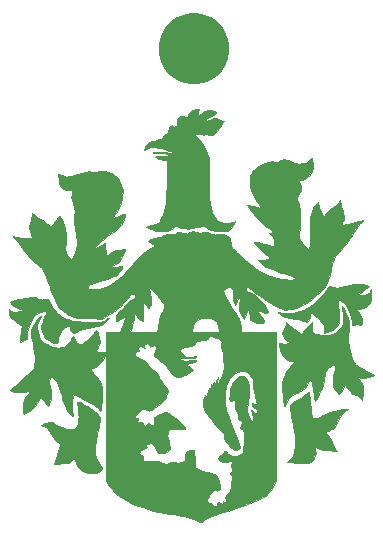
<source format=gts>
G04 #@! TF.GenerationSoftware,KiCad,Pcbnew,(5.1.4)-1*
G04 #@! TF.CreationDate,2019-08-25T16:12:39-07:00*
G04 #@! TF.ProjectId,mudd_keychain,6d756464-5f6b-4657-9963-6861696e2e6b,A*
G04 #@! TF.SameCoordinates,Original*
G04 #@! TF.FileFunction,Soldermask,Top*
G04 #@! TF.FilePolarity,Negative*
%FSLAX46Y46*%
G04 Gerber Fmt 4.6, Leading zero omitted, Abs format (unit mm)*
G04 Created by KiCad (PCBNEW (5.1.4)-1) date 2019-08-25 16:12:39*
%MOMM*%
%LPD*%
G04 APERTURE LIST*
%ADD10C,0.01*%
%ADD11C,0.1*%
G04 APERTURE END LIST*
D10*
G36*
X0019456566Y0036570091D02*
G01*
X0019461239Y0036510476D01*
X0019445447Y0036386981D01*
X0019431272Y0036313676D01*
X0019408688Y0036161687D01*
X0019428235Y0036090834D01*
X0019497318Y0036099525D01*
X0019623338Y0036186167D01*
X0019705806Y0036254615D01*
X0019956368Y0036418124D01*
X0020223781Y0036504594D01*
X0020487015Y0036511713D01*
X0020725035Y0036437167D01*
X0020817676Y0036376865D01*
X0020919723Y0036280798D01*
X0020929746Y0036216501D01*
X0020846965Y0036171052D01*
X0020804535Y0036159315D01*
X0020651106Y0036103399D01*
X0020471216Y0036012702D01*
X0020295099Y0035905587D01*
X0020152990Y0035800423D01*
X0020075629Y0035716535D01*
X0020040564Y0035604516D01*
X0020078443Y0035552150D01*
X0020177801Y0035562542D01*
X0020327172Y0035638800D01*
X0020337534Y0035645577D01*
X0020565952Y0035770116D01*
X0020768956Y0035812478D01*
X0020977532Y0035774995D01*
X0021137090Y0035705731D01*
X0021301231Y0035632259D01*
X0021445239Y0035584243D01*
X0021510925Y0035573488D01*
X0021623792Y0035573488D01*
X0021519787Y0035476593D01*
X0021447659Y0035387883D01*
X0021347121Y0035236992D01*
X0021236498Y0035051952D01*
X0021202822Y0034991673D01*
X0021004521Y0034688609D01*
X0020797418Y0034486493D01*
X0020580939Y0034385004D01*
X0020354511Y0034383826D01*
X0020203223Y0034435987D01*
X0020080688Y0034488998D01*
X0020013137Y0034495183D01*
X0019965810Y0034455342D01*
X0019955541Y0034441687D01*
X0019902039Y0034386319D01*
X0019848128Y0034407277D01*
X0019810296Y0034443198D01*
X0019727380Y0034496667D01*
X0019669699Y0034471673D01*
X0019581698Y0034441487D01*
X0019413291Y0034435059D01*
X0019301036Y0034441540D01*
X0018988435Y0034467469D01*
X0019160772Y0034336621D01*
X0019457220Y0034061930D01*
X0019735651Y0033710701D01*
X0019980891Y0033307957D01*
X0020177769Y0032878721D01*
X0020311113Y0032448015D01*
X0020314204Y0032434298D01*
X0020351729Y0032241381D01*
X0020372355Y0032059076D01*
X0020377337Y0031856475D01*
X0020367930Y0031602670D01*
X0020355757Y0031410871D01*
X0020322861Y0030773554D01*
X0020312925Y0030159060D01*
X0020325084Y0029579514D01*
X0020358473Y0029047043D01*
X0020412229Y0028573773D01*
X0020485487Y0028171830D01*
X0020577381Y0027853342D01*
X0020616139Y0027758625D01*
X0020808908Y0027409847D01*
X0021031036Y0027154577D01*
X0021290521Y0026986994D01*
X0021595360Y0026901276D01*
X0021814151Y0026886688D01*
X0022085934Y0026906763D01*
X0022294972Y0026971125D01*
X0022329287Y0026988387D01*
X0022444730Y0027044613D01*
X0022512002Y0027066450D01*
X0022519035Y0027062898D01*
X0022497881Y0027006041D01*
X0022443488Y0026888830D01*
X0022394532Y0026790017D01*
X0022231363Y0026539442D01*
X0022037257Y0026358819D01*
X0021828600Y0026262711D01*
X0021793639Y0026255944D01*
X0021444691Y0026213512D01*
X0021156191Y0026205911D01*
X0020893485Y0026232229D01*
X0020893435Y0026232237D01*
X0020489041Y0026332264D01*
X0020157663Y0026489571D01*
X0020047224Y0026566043D01*
X0019873403Y0026698622D01*
X0019227463Y0026562530D01*
X0018958565Y0026507029D01*
X0018762761Y0026471841D01*
X0018613932Y0026455372D01*
X0018485960Y0026456030D01*
X0018352729Y0026472221D01*
X0018200778Y0026499906D01*
X0017993982Y0026543419D01*
X0017808480Y0026588708D01*
X0017682361Y0026626426D01*
X0017676873Y0026628491D01*
X0017580936Y0026653700D01*
X0017490887Y0026637733D01*
X0017371403Y0026570997D01*
X0017308011Y0026528321D01*
X0017050369Y0026369909D01*
X0016817094Y0026275922D01*
X0016567130Y0026233050D01*
X0016376367Y0026226288D01*
X0015880235Y0026263210D01*
X0015445563Y0026375247D01*
X0015229235Y0026469677D01*
X0014975235Y0026598828D01*
X0015153035Y0026643593D01*
X0015509400Y0026741010D01*
X0015786094Y0026841485D01*
X0015998990Y0026960594D01*
X0016163961Y0027113918D01*
X0016296880Y0027317034D01*
X0016413620Y0027585523D01*
X0016530055Y0027934961D01*
X0016556125Y0028020659D01*
X0016600159Y0028179013D01*
X0016634625Y0028337572D01*
X0016661634Y0028514960D01*
X0016683294Y0028729801D01*
X0016701714Y0029000720D01*
X0016719004Y0029346342D01*
X0016726856Y0029528288D01*
X0016742019Y0029916919D01*
X0016756383Y0030332259D01*
X0016768947Y0030741812D01*
X0016778711Y0031113079D01*
X0016784461Y0031399393D01*
X0016788006Y0031715181D01*
X0016784605Y0031943577D01*
X0016769985Y0032098756D01*
X0016739874Y0032194889D01*
X0016690000Y0032246150D01*
X0016616091Y0032266713D01*
X0016521830Y0032270711D01*
X0016412120Y0032285112D01*
X0016264095Y0032321725D01*
X0016101289Y0032372152D01*
X0015947238Y0032427995D01*
X0015825476Y0032480855D01*
X0015759538Y0032522335D01*
X0015762635Y0032541623D01*
X0015842758Y0032554771D01*
X0015999734Y0032568808D01*
X0016208853Y0032581827D01*
X0016386843Y0032589843D01*
X0016696305Y0032609941D01*
X0016906574Y0032642970D01*
X0017017150Y0032688792D01*
X0017027534Y0032747264D01*
X0017012362Y0032765942D01*
X0016949614Y0032781670D01*
X0016805496Y0032797104D01*
X0016600227Y0032810642D01*
X0016354029Y0032820681D01*
X0016304548Y0032822054D01*
X0016052465Y0032831386D01*
X0015837078Y0032844747D01*
X0015678755Y0032860481D01*
X0015597862Y0032876930D01*
X0015592987Y0032879941D01*
X0015598571Y0032915120D01*
X0015685914Y0032940617D01*
X0015835597Y0032956023D01*
X0016028202Y0032960925D01*
X0016244311Y0032954913D01*
X0016464506Y0032937576D01*
X0016669369Y0032908503D01*
X0016696573Y0032903303D01*
X0016936464Y0032860840D01*
X0017092624Y0032846575D01*
X0017178671Y0032859626D01*
X0017195200Y0032870934D01*
X0017193720Y0032923766D01*
X0017107987Y0032987091D01*
X0016954221Y0033056308D01*
X0016748642Y0033126816D01*
X0016507471Y0033194015D01*
X0016246926Y0033253304D01*
X0015983229Y0033300083D01*
X0015732598Y0033329751D01*
X0015548183Y0033338084D01*
X0015394973Y0033317030D01*
X0015203325Y0033262700D01*
X0015078879Y0033214348D01*
X0014798628Y0033090407D01*
X0014874928Y0033277848D01*
X0015034490Y0033540559D01*
X0015266628Y0033743727D01*
X0015552563Y0033872267D01*
X0015640838Y0033893046D01*
X0015927500Y0033951981D01*
X0016131263Y0034005994D01*
X0016270155Y0034061849D01*
X0016362201Y0034126311D01*
X0016409258Y0034181378D01*
X0016548725Y0034375233D01*
X0016653937Y0034499850D01*
X0016744481Y0034569634D01*
X0017613467Y0034569634D01*
X0017663401Y0034561499D01*
X0017729290Y0034570839D01*
X0017730076Y0034588180D01*
X0017662086Y0034600307D01*
X0017632710Y0034592191D01*
X0017613467Y0034569634D01*
X0016744481Y0034569634D01*
X0016746267Y0034571010D01*
X0016847088Y0034604492D01*
X0016977774Y0034616076D01*
X0016999050Y0034616828D01*
X0017137146Y0034622669D01*
X0017178785Y0034629303D01*
X0017129104Y0034638769D01*
X0017070735Y0034645295D01*
X0016944966Y0034667329D01*
X0016891300Y0034714227D01*
X0016880235Y0034807137D01*
X0016910566Y0034924380D01*
X0016984924Y0035054802D01*
X0017078356Y0035163831D01*
X0017165911Y0035216893D01*
X0017176684Y0035217889D01*
X0017226099Y0035175580D01*
X0017250554Y0035116289D01*
X0017300093Y0035029710D01*
X0017383420Y0035033394D01*
X0017505806Y0035127794D01*
X0017517544Y0035139379D01*
X0017600496Y0035249542D01*
X0017636770Y0035386771D01*
X0017642235Y0035511524D01*
X0017655661Y0035688834D01*
X0017704723Y0035807164D01*
X0017759809Y0035869433D01*
X0017925541Y0035960157D01*
X0018123052Y0035968248D01*
X0018302635Y0035903688D01*
X0018435836Y0035841830D01*
X0018514993Y0035854147D01*
X0018560109Y0035951265D01*
X0018578502Y0036050238D01*
X0018621117Y0036209383D01*
X0018686941Y0036335998D01*
X0018709678Y0036361471D01*
X0018796472Y0036411054D01*
X0018939104Y0036465965D01*
X0019107069Y0036517685D01*
X0019269860Y0036557691D01*
X0019396973Y0036577464D01*
X0019456566Y0036570091D01*
X0019456566Y0036570091D01*
G37*
X0019456566Y0036570091D02*
X0019461239Y0036510476D01*
X0019445447Y0036386981D01*
X0019431272Y0036313676D01*
X0019408688Y0036161687D01*
X0019428235Y0036090834D01*
X0019497318Y0036099525D01*
X0019623338Y0036186167D01*
X0019705806Y0036254615D01*
X0019956368Y0036418124D01*
X0020223781Y0036504594D01*
X0020487015Y0036511713D01*
X0020725035Y0036437167D01*
X0020817676Y0036376865D01*
X0020919723Y0036280798D01*
X0020929746Y0036216501D01*
X0020846965Y0036171052D01*
X0020804535Y0036159315D01*
X0020651106Y0036103399D01*
X0020471216Y0036012702D01*
X0020295099Y0035905587D01*
X0020152990Y0035800423D01*
X0020075629Y0035716535D01*
X0020040564Y0035604516D01*
X0020078443Y0035552150D01*
X0020177801Y0035562542D01*
X0020327172Y0035638800D01*
X0020337534Y0035645577D01*
X0020565952Y0035770116D01*
X0020768956Y0035812478D01*
X0020977532Y0035774995D01*
X0021137090Y0035705731D01*
X0021301231Y0035632259D01*
X0021445239Y0035584243D01*
X0021510925Y0035573488D01*
X0021623792Y0035573488D01*
X0021519787Y0035476593D01*
X0021447659Y0035387883D01*
X0021347121Y0035236992D01*
X0021236498Y0035051952D01*
X0021202822Y0034991673D01*
X0021004521Y0034688609D01*
X0020797418Y0034486493D01*
X0020580939Y0034385004D01*
X0020354511Y0034383826D01*
X0020203223Y0034435987D01*
X0020080688Y0034488998D01*
X0020013137Y0034495183D01*
X0019965810Y0034455342D01*
X0019955541Y0034441687D01*
X0019902039Y0034386319D01*
X0019848128Y0034407277D01*
X0019810296Y0034443198D01*
X0019727380Y0034496667D01*
X0019669699Y0034471673D01*
X0019581698Y0034441487D01*
X0019413291Y0034435059D01*
X0019301036Y0034441540D01*
X0018988435Y0034467469D01*
X0019160772Y0034336621D01*
X0019457220Y0034061930D01*
X0019735651Y0033710701D01*
X0019980891Y0033307957D01*
X0020177769Y0032878721D01*
X0020311113Y0032448015D01*
X0020314204Y0032434298D01*
X0020351729Y0032241381D01*
X0020372355Y0032059076D01*
X0020377337Y0031856475D01*
X0020367930Y0031602670D01*
X0020355757Y0031410871D01*
X0020322861Y0030773554D01*
X0020312925Y0030159060D01*
X0020325084Y0029579514D01*
X0020358473Y0029047043D01*
X0020412229Y0028573773D01*
X0020485487Y0028171830D01*
X0020577381Y0027853342D01*
X0020616139Y0027758625D01*
X0020808908Y0027409847D01*
X0021031036Y0027154577D01*
X0021290521Y0026986994D01*
X0021595360Y0026901276D01*
X0021814151Y0026886688D01*
X0022085934Y0026906763D01*
X0022294972Y0026971125D01*
X0022329287Y0026988387D01*
X0022444730Y0027044613D01*
X0022512002Y0027066450D01*
X0022519035Y0027062898D01*
X0022497881Y0027006041D01*
X0022443488Y0026888830D01*
X0022394532Y0026790017D01*
X0022231363Y0026539442D01*
X0022037257Y0026358819D01*
X0021828600Y0026262711D01*
X0021793639Y0026255944D01*
X0021444691Y0026213512D01*
X0021156191Y0026205911D01*
X0020893485Y0026232229D01*
X0020893435Y0026232237D01*
X0020489041Y0026332264D01*
X0020157663Y0026489571D01*
X0020047224Y0026566043D01*
X0019873403Y0026698622D01*
X0019227463Y0026562530D01*
X0018958565Y0026507029D01*
X0018762761Y0026471841D01*
X0018613932Y0026455372D01*
X0018485960Y0026456030D01*
X0018352729Y0026472221D01*
X0018200778Y0026499906D01*
X0017993982Y0026543419D01*
X0017808480Y0026588708D01*
X0017682361Y0026626426D01*
X0017676873Y0026628491D01*
X0017580936Y0026653700D01*
X0017490887Y0026637733D01*
X0017371403Y0026570997D01*
X0017308011Y0026528321D01*
X0017050369Y0026369909D01*
X0016817094Y0026275922D01*
X0016567130Y0026233050D01*
X0016376367Y0026226288D01*
X0015880235Y0026263210D01*
X0015445563Y0026375247D01*
X0015229235Y0026469677D01*
X0014975235Y0026598828D01*
X0015153035Y0026643593D01*
X0015509400Y0026741010D01*
X0015786094Y0026841485D01*
X0015998990Y0026960594D01*
X0016163961Y0027113918D01*
X0016296880Y0027317034D01*
X0016413620Y0027585523D01*
X0016530055Y0027934961D01*
X0016556125Y0028020659D01*
X0016600159Y0028179013D01*
X0016634625Y0028337572D01*
X0016661634Y0028514960D01*
X0016683294Y0028729801D01*
X0016701714Y0029000720D01*
X0016719004Y0029346342D01*
X0016726856Y0029528288D01*
X0016742019Y0029916919D01*
X0016756383Y0030332259D01*
X0016768947Y0030741812D01*
X0016778711Y0031113079D01*
X0016784461Y0031399393D01*
X0016788006Y0031715181D01*
X0016784605Y0031943577D01*
X0016769985Y0032098756D01*
X0016739874Y0032194889D01*
X0016690000Y0032246150D01*
X0016616091Y0032266713D01*
X0016521830Y0032270711D01*
X0016412120Y0032285112D01*
X0016264095Y0032321725D01*
X0016101289Y0032372152D01*
X0015947238Y0032427995D01*
X0015825476Y0032480855D01*
X0015759538Y0032522335D01*
X0015762635Y0032541623D01*
X0015842758Y0032554771D01*
X0015999734Y0032568808D01*
X0016208853Y0032581827D01*
X0016386843Y0032589843D01*
X0016696305Y0032609941D01*
X0016906574Y0032642970D01*
X0017017150Y0032688792D01*
X0017027534Y0032747264D01*
X0017012362Y0032765942D01*
X0016949614Y0032781670D01*
X0016805496Y0032797104D01*
X0016600227Y0032810642D01*
X0016354029Y0032820681D01*
X0016304548Y0032822054D01*
X0016052465Y0032831386D01*
X0015837078Y0032844747D01*
X0015678755Y0032860481D01*
X0015597862Y0032876930D01*
X0015592987Y0032879941D01*
X0015598571Y0032915120D01*
X0015685914Y0032940617D01*
X0015835597Y0032956023D01*
X0016028202Y0032960925D01*
X0016244311Y0032954913D01*
X0016464506Y0032937576D01*
X0016669369Y0032908503D01*
X0016696573Y0032903303D01*
X0016936464Y0032860840D01*
X0017092624Y0032846575D01*
X0017178671Y0032859626D01*
X0017195200Y0032870934D01*
X0017193720Y0032923766D01*
X0017107987Y0032987091D01*
X0016954221Y0033056308D01*
X0016748642Y0033126816D01*
X0016507471Y0033194015D01*
X0016246926Y0033253304D01*
X0015983229Y0033300083D01*
X0015732598Y0033329751D01*
X0015548183Y0033338084D01*
X0015394973Y0033317030D01*
X0015203325Y0033262700D01*
X0015078879Y0033214348D01*
X0014798628Y0033090407D01*
X0014874928Y0033277848D01*
X0015034490Y0033540559D01*
X0015266628Y0033743727D01*
X0015552563Y0033872267D01*
X0015640838Y0033893046D01*
X0015927500Y0033951981D01*
X0016131263Y0034005994D01*
X0016270155Y0034061849D01*
X0016362201Y0034126311D01*
X0016409258Y0034181378D01*
X0016548725Y0034375233D01*
X0016653937Y0034499850D01*
X0016744481Y0034569634D01*
X0017613467Y0034569634D01*
X0017663401Y0034561499D01*
X0017729290Y0034570839D01*
X0017730076Y0034588180D01*
X0017662086Y0034600307D01*
X0017632710Y0034592191D01*
X0017613467Y0034569634D01*
X0016744481Y0034569634D01*
X0016746267Y0034571010D01*
X0016847088Y0034604492D01*
X0016977774Y0034616076D01*
X0016999050Y0034616828D01*
X0017137146Y0034622669D01*
X0017178785Y0034629303D01*
X0017129104Y0034638769D01*
X0017070735Y0034645295D01*
X0016944966Y0034667329D01*
X0016891300Y0034714227D01*
X0016880235Y0034807137D01*
X0016910566Y0034924380D01*
X0016984924Y0035054802D01*
X0017078356Y0035163831D01*
X0017165911Y0035216893D01*
X0017176684Y0035217889D01*
X0017226099Y0035175580D01*
X0017250554Y0035116289D01*
X0017300093Y0035029710D01*
X0017383420Y0035033394D01*
X0017505806Y0035127794D01*
X0017517544Y0035139379D01*
X0017600496Y0035249542D01*
X0017636770Y0035386771D01*
X0017642235Y0035511524D01*
X0017655661Y0035688834D01*
X0017704723Y0035807164D01*
X0017759809Y0035869433D01*
X0017925541Y0035960157D01*
X0018123052Y0035968248D01*
X0018302635Y0035903688D01*
X0018435836Y0035841830D01*
X0018514993Y0035854147D01*
X0018560109Y0035951265D01*
X0018578502Y0036050238D01*
X0018621117Y0036209383D01*
X0018686941Y0036335998D01*
X0018709678Y0036361471D01*
X0018796472Y0036411054D01*
X0018939104Y0036465965D01*
X0019107069Y0036517685D01*
X0019269860Y0036557691D01*
X0019396973Y0036577464D01*
X0019456566Y0036570091D01*
G36*
X0033270501Y0021763405D02*
G01*
X0033638976Y0021688166D01*
X0033890727Y0021621835D01*
X0033886941Y0021586943D01*
X0033812150Y0021512410D01*
X0033681300Y0021412770D01*
X0033662127Y0021399534D01*
X0033466572Y0021258584D01*
X0033265495Y0021102228D01*
X0033136235Y0020993669D01*
X0032907635Y0020790963D01*
X0033187035Y0020793693D01*
X0033477699Y0020815901D01*
X0033691875Y0020881456D01*
X0033848406Y0020998583D01*
X0033936823Y0021120888D01*
X0034054449Y0021324088D01*
X0034039842Y0020755789D01*
X0034032308Y0020507246D01*
X0034021429Y0020337571D01*
X0034001997Y0020224045D01*
X0033968802Y0020143953D01*
X0033916637Y0020074578D01*
X0033872835Y0020027353D01*
X0033719348Y0019886133D01*
X0033557053Y0019788317D01*
X0033352310Y0019717380D01*
X0033148286Y0019671406D01*
X0032985078Y0019635653D01*
X0032870690Y0019603636D01*
X0032831435Y0019583736D01*
X0032862592Y0019534789D01*
X0032942245Y0019437451D01*
X0033004435Y0019366911D01*
X0033151648Y0019140347D01*
X0033247693Y0018862903D01*
X0033280556Y0018577452D01*
X0033266898Y0018430150D01*
X0033233747Y0018307644D01*
X0033187991Y0018267321D01*
X0033145836Y0018275400D01*
X0032876132Y0018339288D01*
X0032638149Y0018312495D01*
X0032630751Y0018309978D01*
X0032524487Y0018279857D01*
X0032482370Y0018300075D01*
X0032474952Y0018367631D01*
X0032443475Y0018644159D01*
X0032360002Y0018971624D01*
X0032235251Y0019321028D01*
X0032079943Y0019663374D01*
X0031904795Y0019969665D01*
X0031856305Y0020041270D01*
X0031769616Y0020138281D01*
X0031645774Y0020247389D01*
X0031509238Y0020350822D01*
X0031384467Y0020430807D01*
X0031295916Y0020469572D01*
X0031271117Y0020466504D01*
X0031265064Y0020408645D01*
X0031266661Y0020266738D01*
X0031275241Y0020057997D01*
X0031290141Y0019799634D01*
X0031305436Y0019578582D01*
X0031324678Y0019281647D01*
X0031337307Y0019009377D01*
X0031342741Y0018782539D01*
X0031340395Y0018621899D01*
X0031333981Y0018560708D01*
X0031234356Y0018321380D01*
X0031054962Y0018093914D01*
X0030817428Y0017896583D01*
X0030543381Y0017747656D01*
X0030278735Y0017669294D01*
X0030088235Y0017636485D01*
X0030088235Y0017935965D01*
X0030078766Y0018130223D01*
X0030041040Y0018271361D01*
X0029961071Y0018406851D01*
X0029941656Y0018433567D01*
X0029837821Y0018559141D01*
X0029693843Y0018713763D01*
X0029525021Y0018883262D01*
X0029346651Y0019053468D01*
X0029174032Y0019210208D01*
X0029022462Y0019339313D01*
X0028907238Y0019426612D01*
X0028843657Y0019457934D01*
X0028838071Y0019455858D01*
X0028839407Y0019399454D01*
X0028869367Y0019288020D01*
X0028875427Y0019270188D01*
X0028901014Y0019064461D01*
X0028855910Y0018848267D01*
X0028751247Y0018666762D01*
X0028718386Y0018633274D01*
X0028657321Y0018585180D01*
X0028595363Y0018569630D01*
X0028502424Y0018587919D01*
X0028348421Y0018641340D01*
X0028324248Y0018650232D01*
X0028116467Y0018713716D01*
X0027865392Y0018772131D01*
X0027649835Y0018809148D01*
X0027155851Y0018892296D01*
X0026758086Y0018997627D01*
X0026453367Y0019126245D01*
X0026238524Y0019279258D01*
X0026206861Y0019311998D01*
X0026152253Y0019377728D01*
X0026147572Y0019409161D01*
X0026205780Y0019407493D01*
X0026339836Y0019373915D01*
X0026471088Y0019336327D01*
X0026778830Y0019286076D01*
X0027146218Y0019289639D01*
X0027549314Y0019343071D01*
X0027964181Y0019442426D01*
X0028366880Y0019583759D01*
X0028589635Y0019685520D01*
X0028810191Y0019821326D01*
X0029071136Y0020021104D01*
X0029353401Y0020266440D01*
X0029637917Y0020538920D01*
X0029905618Y0020820130D01*
X0030137435Y0021091654D01*
X0030314300Y0021335080D01*
X0030339219Y0021375140D01*
X0030413220Y0021497761D01*
X0030461367Y0021577129D01*
X0030470132Y0021591331D01*
X0030518315Y0021584032D01*
X0030630335Y0021550343D01*
X0030696297Y0021527831D01*
X0030938142Y0021468124D01*
X0031199556Y0021458741D01*
X0031502025Y0021501081D01*
X0031867033Y0021596541D01*
X0031898087Y0021606053D01*
X0032288271Y0021714630D01*
X0032626300Y0021776884D01*
X0032943326Y0021793060D01*
X0033270501Y0021763405D01*
X0033270501Y0021763405D01*
G37*
X0033270501Y0021763405D02*
X0033638976Y0021688166D01*
X0033890727Y0021621835D01*
X0033886941Y0021586943D01*
X0033812150Y0021512410D01*
X0033681300Y0021412770D01*
X0033662127Y0021399534D01*
X0033466572Y0021258584D01*
X0033265495Y0021102228D01*
X0033136235Y0020993669D01*
X0032907635Y0020790963D01*
X0033187035Y0020793693D01*
X0033477699Y0020815901D01*
X0033691875Y0020881456D01*
X0033848406Y0020998583D01*
X0033936823Y0021120888D01*
X0034054449Y0021324088D01*
X0034039842Y0020755789D01*
X0034032308Y0020507246D01*
X0034021429Y0020337571D01*
X0034001997Y0020224045D01*
X0033968802Y0020143953D01*
X0033916637Y0020074578D01*
X0033872835Y0020027353D01*
X0033719348Y0019886133D01*
X0033557053Y0019788317D01*
X0033352310Y0019717380D01*
X0033148286Y0019671406D01*
X0032985078Y0019635653D01*
X0032870690Y0019603636D01*
X0032831435Y0019583736D01*
X0032862592Y0019534789D01*
X0032942245Y0019437451D01*
X0033004435Y0019366911D01*
X0033151648Y0019140347D01*
X0033247693Y0018862903D01*
X0033280556Y0018577452D01*
X0033266898Y0018430150D01*
X0033233747Y0018307644D01*
X0033187991Y0018267321D01*
X0033145836Y0018275400D01*
X0032876132Y0018339288D01*
X0032638149Y0018312495D01*
X0032630751Y0018309978D01*
X0032524487Y0018279857D01*
X0032482370Y0018300075D01*
X0032474952Y0018367631D01*
X0032443475Y0018644159D01*
X0032360002Y0018971624D01*
X0032235251Y0019321028D01*
X0032079943Y0019663374D01*
X0031904795Y0019969665D01*
X0031856305Y0020041270D01*
X0031769616Y0020138281D01*
X0031645774Y0020247389D01*
X0031509238Y0020350822D01*
X0031384467Y0020430807D01*
X0031295916Y0020469572D01*
X0031271117Y0020466504D01*
X0031265064Y0020408645D01*
X0031266661Y0020266738D01*
X0031275241Y0020057997D01*
X0031290141Y0019799634D01*
X0031305436Y0019578582D01*
X0031324678Y0019281647D01*
X0031337307Y0019009377D01*
X0031342741Y0018782539D01*
X0031340395Y0018621899D01*
X0031333981Y0018560708D01*
X0031234356Y0018321380D01*
X0031054962Y0018093914D01*
X0030817428Y0017896583D01*
X0030543381Y0017747656D01*
X0030278735Y0017669294D01*
X0030088235Y0017636485D01*
X0030088235Y0017935965D01*
X0030078766Y0018130223D01*
X0030041040Y0018271361D01*
X0029961071Y0018406851D01*
X0029941656Y0018433567D01*
X0029837821Y0018559141D01*
X0029693843Y0018713763D01*
X0029525021Y0018883262D01*
X0029346651Y0019053468D01*
X0029174032Y0019210208D01*
X0029022462Y0019339313D01*
X0028907238Y0019426612D01*
X0028843657Y0019457934D01*
X0028838071Y0019455858D01*
X0028839407Y0019399454D01*
X0028869367Y0019288020D01*
X0028875427Y0019270188D01*
X0028901014Y0019064461D01*
X0028855910Y0018848267D01*
X0028751247Y0018666762D01*
X0028718386Y0018633274D01*
X0028657321Y0018585180D01*
X0028595363Y0018569630D01*
X0028502424Y0018587919D01*
X0028348421Y0018641340D01*
X0028324248Y0018650232D01*
X0028116467Y0018713716D01*
X0027865392Y0018772131D01*
X0027649835Y0018809148D01*
X0027155851Y0018892296D01*
X0026758086Y0018997627D01*
X0026453367Y0019126245D01*
X0026238524Y0019279258D01*
X0026206861Y0019311998D01*
X0026152253Y0019377728D01*
X0026147572Y0019409161D01*
X0026205780Y0019407493D01*
X0026339836Y0019373915D01*
X0026471088Y0019336327D01*
X0026778830Y0019286076D01*
X0027146218Y0019289639D01*
X0027549314Y0019343071D01*
X0027964181Y0019442426D01*
X0028366880Y0019583759D01*
X0028589635Y0019685520D01*
X0028810191Y0019821326D01*
X0029071136Y0020021104D01*
X0029353401Y0020266440D01*
X0029637917Y0020538920D01*
X0029905618Y0020820130D01*
X0030137435Y0021091654D01*
X0030314300Y0021335080D01*
X0030339219Y0021375140D01*
X0030413220Y0021497761D01*
X0030461367Y0021577129D01*
X0030470132Y0021591331D01*
X0030518315Y0021584032D01*
X0030630335Y0021550343D01*
X0030696297Y0021527831D01*
X0030938142Y0021468124D01*
X0031199556Y0021458741D01*
X0031502025Y0021501081D01*
X0031867033Y0021596541D01*
X0031898087Y0021606053D01*
X0032288271Y0021714630D01*
X0032626300Y0021776884D01*
X0032943326Y0021793060D01*
X0033270501Y0021763405D01*
G36*
X0005582090Y0020635276D02*
G01*
X0005735749Y0020587161D01*
X0005897129Y0020511358D01*
X0006021327Y0020463162D01*
X0006165825Y0020445861D01*
X0006367189Y0020455714D01*
X0006405129Y0020459360D01*
X0006745635Y0020493461D01*
X0006886736Y0020172175D01*
X0007135588Y0019719955D01*
X0007454261Y0019340651D01*
X0007846396Y0019030584D01*
X0008214151Y0018830498D01*
X0008371706Y0018764554D01*
X0008535232Y0018711459D01*
X0008720816Y0018668668D01*
X0008944543Y0018633632D01*
X0009222500Y0018603805D01*
X0009570771Y0018576639D01*
X0009978199Y0018551163D01*
X0010390742Y0018530383D01*
X0010718163Y0018522829D01*
X0010976319Y0018530522D01*
X0011181069Y0018555483D01*
X0011348269Y0018599734D01*
X0011493779Y0018665296D01*
X0011633455Y0018754190D01*
X0011646896Y0018763849D01*
X0011763053Y0018843002D01*
X0011836995Y0018883801D01*
X0011851035Y0018883831D01*
X0011818916Y0018835408D01*
X0011734750Y0018735401D01*
X0011617890Y0018606685D01*
X0011482513Y0018475426D01*
X0011341654Y0018374267D01*
X0011174366Y0018294343D01*
X0010959698Y0018226787D01*
X0010676703Y0018162735D01*
X0010479435Y0018124881D01*
X0010042610Y0018034759D01*
X0009664112Y0017937324D01*
X0009357203Y0017836532D01*
X0009135147Y0017736338D01*
X0009094243Y0017711716D01*
X0008957863Y0017635643D01*
X0008862923Y0017620138D01*
X0008802669Y0017641284D01*
X0008688091Y0017748030D01*
X0008596356Y0017912245D01*
X0008550626Y0018089797D01*
X0008549035Y0018124589D01*
X0008536498Y0018218165D01*
X0008480933Y0018234625D01*
X0008434735Y0018223061D01*
X0008153531Y0018107324D01*
X0007937633Y0017941114D01*
X0007820593Y0017800457D01*
X0007693646Y0017615403D01*
X0007615578Y0017467037D01*
X0007570506Y0017313762D01*
X0007542549Y0017113978D01*
X0007536899Y0017057375D01*
X0007509011Y0016866475D01*
X0007468789Y0016764989D01*
X0007431435Y0016740850D01*
X0007350555Y0016753954D01*
X0007205653Y0016799722D01*
X0007025262Y0016868912D01*
X0006988469Y0016884310D01*
X0006749720Y0017002688D01*
X0006557214Y0017131112D01*
X0006472976Y0017209371D01*
X0006362330Y0017369267D01*
X0006255729Y0017579131D01*
X0006168978Y0017801199D01*
X0006117878Y0017997706D01*
X0006110635Y0018075262D01*
X0006130124Y0018174390D01*
X0006182568Y0018339296D01*
X0006258930Y0018543243D01*
X0006313767Y0018676270D01*
X0006404462Y0018897144D01*
X0006481718Y0019101061D01*
X0006534668Y0019258559D01*
X0006549864Y0019316534D01*
X0006582827Y0019481352D01*
X0006359431Y0019446493D01*
X0006106015Y0019380880D01*
X0005848265Y0019270808D01*
X0005622427Y0019134469D01*
X0005474876Y0019002523D01*
X0005242034Y0018650161D01*
X0005070811Y0018222850D01*
X0004963794Y0017728332D01*
X0004929728Y0017371491D01*
X0004916835Y0017127294D01*
X0004331153Y0016889828D01*
X0004360826Y0017303558D01*
X0004381482Y0017537896D01*
X0004408157Y0017768433D01*
X0004435391Y0017948518D01*
X0004437767Y0017961089D01*
X0004470211Y0018136644D01*
X0004476007Y0018238902D01*
X0004446457Y0018294568D01*
X0004372861Y0018330347D01*
X0004310703Y0018351144D01*
X0004072723Y0018470990D01*
X0003819738Y0018673019D01*
X0003597886Y0018908872D01*
X0003487614Y0019056554D01*
X0003434083Y0019185432D01*
X0003418472Y0019344616D01*
X0003418235Y0019377611D01*
X0003418235Y0019631320D01*
X0003574532Y0019499804D01*
X0003774043Y0019391943D01*
X0004008422Y0019376646D01*
X0004281128Y0019453808D01*
X0004332635Y0019476617D01*
X0004561235Y0019582714D01*
X0004304630Y0019672176D01*
X0004122214Y0019740920D01*
X0003952729Y0019813054D01*
X0003891581Y0019842539D01*
X0003785852Y0019913585D01*
X0003669948Y0020014787D01*
X0003566322Y0020122762D01*
X0003497427Y0020214127D01*
X0003485582Y0020265369D01*
X0003555457Y0020297413D01*
X0003703896Y0020343183D01*
X0003909613Y0020397630D01*
X0004151321Y0020455705D01*
X0004407735Y0020512360D01*
X0004657568Y0020562545D01*
X0004879534Y0020601212D01*
X0004938093Y0020609894D01*
X0005212772Y0020643610D01*
X0005417601Y0020653082D01*
X0005582090Y0020635276D01*
X0005582090Y0020635276D01*
G37*
X0005582090Y0020635276D02*
X0005735749Y0020587161D01*
X0005897129Y0020511358D01*
X0006021327Y0020463162D01*
X0006165825Y0020445861D01*
X0006367189Y0020455714D01*
X0006405129Y0020459360D01*
X0006745635Y0020493461D01*
X0006886736Y0020172175D01*
X0007135588Y0019719955D01*
X0007454261Y0019340651D01*
X0007846396Y0019030584D01*
X0008214151Y0018830498D01*
X0008371706Y0018764554D01*
X0008535232Y0018711459D01*
X0008720816Y0018668668D01*
X0008944543Y0018633632D01*
X0009222500Y0018603805D01*
X0009570771Y0018576639D01*
X0009978199Y0018551163D01*
X0010390742Y0018530383D01*
X0010718163Y0018522829D01*
X0010976319Y0018530522D01*
X0011181069Y0018555483D01*
X0011348269Y0018599734D01*
X0011493779Y0018665296D01*
X0011633455Y0018754190D01*
X0011646896Y0018763849D01*
X0011763053Y0018843002D01*
X0011836995Y0018883801D01*
X0011851035Y0018883831D01*
X0011818916Y0018835408D01*
X0011734750Y0018735401D01*
X0011617890Y0018606685D01*
X0011482513Y0018475426D01*
X0011341654Y0018374267D01*
X0011174366Y0018294343D01*
X0010959698Y0018226787D01*
X0010676703Y0018162735D01*
X0010479435Y0018124881D01*
X0010042610Y0018034759D01*
X0009664112Y0017937324D01*
X0009357203Y0017836532D01*
X0009135147Y0017736338D01*
X0009094243Y0017711716D01*
X0008957863Y0017635643D01*
X0008862923Y0017620138D01*
X0008802669Y0017641284D01*
X0008688091Y0017748030D01*
X0008596356Y0017912245D01*
X0008550626Y0018089797D01*
X0008549035Y0018124589D01*
X0008536498Y0018218165D01*
X0008480933Y0018234625D01*
X0008434735Y0018223061D01*
X0008153531Y0018107324D01*
X0007937633Y0017941114D01*
X0007820593Y0017800457D01*
X0007693646Y0017615403D01*
X0007615578Y0017467037D01*
X0007570506Y0017313762D01*
X0007542549Y0017113978D01*
X0007536899Y0017057375D01*
X0007509011Y0016866475D01*
X0007468789Y0016764989D01*
X0007431435Y0016740850D01*
X0007350555Y0016753954D01*
X0007205653Y0016799722D01*
X0007025262Y0016868912D01*
X0006988469Y0016884310D01*
X0006749720Y0017002688D01*
X0006557214Y0017131112D01*
X0006472976Y0017209371D01*
X0006362330Y0017369267D01*
X0006255729Y0017579131D01*
X0006168978Y0017801199D01*
X0006117878Y0017997706D01*
X0006110635Y0018075262D01*
X0006130124Y0018174390D01*
X0006182568Y0018339296D01*
X0006258930Y0018543243D01*
X0006313767Y0018676270D01*
X0006404462Y0018897144D01*
X0006481718Y0019101061D01*
X0006534668Y0019258559D01*
X0006549864Y0019316534D01*
X0006582827Y0019481352D01*
X0006359431Y0019446493D01*
X0006106015Y0019380880D01*
X0005848265Y0019270808D01*
X0005622427Y0019134469D01*
X0005474876Y0019002523D01*
X0005242034Y0018650161D01*
X0005070811Y0018222850D01*
X0004963794Y0017728332D01*
X0004929728Y0017371491D01*
X0004916835Y0017127294D01*
X0004331153Y0016889828D01*
X0004360826Y0017303558D01*
X0004381482Y0017537896D01*
X0004408157Y0017768433D01*
X0004435391Y0017948518D01*
X0004437767Y0017961089D01*
X0004470211Y0018136644D01*
X0004476007Y0018238902D01*
X0004446457Y0018294568D01*
X0004372861Y0018330347D01*
X0004310703Y0018351144D01*
X0004072723Y0018470990D01*
X0003819738Y0018673019D01*
X0003597886Y0018908872D01*
X0003487614Y0019056554D01*
X0003434083Y0019185432D01*
X0003418472Y0019344616D01*
X0003418235Y0019377611D01*
X0003418235Y0019631320D01*
X0003574532Y0019499804D01*
X0003774043Y0019391943D01*
X0004008422Y0019376646D01*
X0004281128Y0019453808D01*
X0004332635Y0019476617D01*
X0004561235Y0019582714D01*
X0004304630Y0019672176D01*
X0004122214Y0019740920D01*
X0003952729Y0019813054D01*
X0003891581Y0019842539D01*
X0003785852Y0019913585D01*
X0003669948Y0020014787D01*
X0003566322Y0020122762D01*
X0003497427Y0020214127D01*
X0003485582Y0020265369D01*
X0003555457Y0020297413D01*
X0003703896Y0020343183D01*
X0003909613Y0020397630D01*
X0004151321Y0020455705D01*
X0004407735Y0020512360D01*
X0004657568Y0020562545D01*
X0004879534Y0020601212D01*
X0004938093Y0020609894D01*
X0005212772Y0020643610D01*
X0005417601Y0020653082D01*
X0005582090Y0020635276D01*
G36*
X0031616907Y0019887170D02*
G01*
X0031675779Y0019784308D01*
X0031755359Y0019627339D01*
X0031846465Y0019436098D01*
X0031939910Y0019230426D01*
X0032026512Y0019030159D01*
X0032097085Y0018855136D01*
X0032142446Y0018725194D01*
X0032147287Y0018707888D01*
X0032198195Y0018470922D01*
X0032216624Y0018248289D01*
X0032202210Y0018006359D01*
X0032154591Y0017711502D01*
X0032135510Y0017616099D01*
X0032101203Y0017442232D01*
X0032081113Y0017303261D01*
X0032075941Y0017172955D01*
X0032086390Y0017025084D01*
X0032113163Y0016833416D01*
X0032156962Y0016571720D01*
X0032164686Y0016526882D01*
X0032249793Y0016080027D01*
X0032336621Y0015722947D01*
X0032428840Y0015443836D01*
X0032530120Y0015230888D01*
X0032600410Y0015125152D01*
X0032729406Y0014988553D01*
X0032922737Y0014836265D01*
X0033188888Y0014662575D01*
X0033536345Y0014461770D01*
X0033788504Y0014325295D01*
X0034311045Y0014047885D01*
X0034117340Y0013970901D01*
X0033785679Y0013862046D01*
X0033483388Y0013807220D01*
X0033232374Y0013809791D01*
X0033163185Y0013824178D01*
X0033032876Y0013853158D01*
X0032949930Y0013858581D01*
X0032939499Y0013854487D01*
X0032950114Y0013802033D01*
X0033007574Y0013703507D01*
X0033025543Y0013678064D01*
X0033136539Y0013525812D01*
X0033249365Y0013370967D01*
X0033250535Y0013369362D01*
X0033307210Y0013278162D01*
X0033340934Y0013177560D01*
X0033356798Y0013039354D01*
X0033359896Y0012835341D01*
X0033359231Y0012767454D01*
X0033352489Y0012537963D01*
X0033339560Y0012323642D01*
X0033322912Y0012162531D01*
X0033318064Y0012132899D01*
X0033282499Y0011943324D01*
X0033033743Y0012176006D01*
X0032857383Y0012320945D01*
X0032714030Y0012398481D01*
X0032659938Y0012408688D01*
X0032531192Y0012451616D01*
X0032391125Y0012567781D01*
X0032385636Y0012573788D01*
X0032262695Y0012709799D01*
X0032115101Y0012873106D01*
X0032037635Y0012958826D01*
X0031838886Y0013178764D01*
X0031591803Y0012817145D01*
X0031474430Y0012656195D01*
X0031373050Y0012536738D01*
X0031303872Y0012477127D01*
X0031288894Y0012474135D01*
X0031234914Y0012522648D01*
X0031143646Y0012633682D01*
X0031033391Y0012784720D01*
X0031016252Y0012809573D01*
X0030903625Y0012981174D01*
X0030838774Y0013110650D01*
X0030808773Y0013237350D01*
X0030800698Y0013400625D01*
X0030800630Y0013466046D01*
X0030815847Y0013696761D01*
X0030854358Y0013962681D01*
X0030902230Y0014183253D01*
X0030976341Y0014513996D01*
X0030999527Y0014757777D01*
X0030971859Y0014915510D01*
X0030960827Y0014935877D01*
X0030897564Y0014951030D01*
X0030784109Y0014908512D01*
X0030642280Y0014822331D01*
X0030493891Y0014706495D01*
X0030360759Y0014575010D01*
X0030318291Y0014523313D01*
X0030245078Y0014408308D01*
X0030190306Y0014268886D01*
X0030145705Y0014078373D01*
X0030107955Y0013844870D01*
X0030063994Y0013587265D01*
X0030008221Y0013327202D01*
X0029950296Y0013108042D01*
X0029929443Y0013043688D01*
X0029865598Y0012883247D01*
X0029775642Y0012684361D01*
X0029670816Y0012468828D01*
X0029562364Y0012258446D01*
X0029461528Y0012075013D01*
X0029379551Y0011940328D01*
X0029327675Y0011876189D01*
X0029327109Y0011875829D01*
X0029299510Y0011908763D01*
X0029265384Y0012019816D01*
X0029231400Y0012186370D01*
X0029226202Y0012218042D01*
X0029192873Y0012425466D01*
X0029149214Y0012693543D01*
X0029101686Y0012982723D01*
X0029069187Y0013178868D01*
X0029030492Y0013414256D01*
X0028998705Y0013612927D01*
X0028977194Y0013753464D01*
X0028969336Y0013813868D01*
X0028948865Y0013793866D01*
X0028896155Y0013701338D01*
X0028822186Y0013555709D01*
X0028814601Y0013540123D01*
X0028648719Y0013259682D01*
X0028438304Y0012995581D01*
X0028204848Y0012769628D01*
X0027969841Y0012603632D01*
X0027827635Y0012538620D01*
X0027520926Y0012424734D01*
X0027295093Y0012310775D01*
X0027130922Y0012179199D01*
X0027009200Y0012012468D01*
X0026910715Y0011793040D01*
X0026864606Y0011659388D01*
X0026809367Y0011495339D01*
X0026773761Y0011415335D01*
X0026748075Y0011406151D01*
X0026722593Y0011454566D01*
X0026719667Y0011462106D01*
X0026677917Y0011616488D01*
X0026637240Y0011846858D01*
X0026600334Y0012127619D01*
X0026569895Y0012433173D01*
X0026548619Y0012737920D01*
X0026539203Y0013016262D01*
X0026540467Y0013163180D01*
X0026550093Y0013411625D01*
X0026566063Y0013592388D01*
X0026596541Y0013739369D01*
X0026649690Y0013886470D01*
X0026733675Y0014067591D01*
X0026781842Y0014165467D01*
X0026967824Y0014498709D01*
X0027169949Y0014768947D01*
X0027303837Y0014910588D01*
X0027601623Y0015202688D01*
X0027390425Y0015202688D01*
X0027127322Y0015251506D01*
X0026880453Y0015390521D01*
X0026659009Y0015608572D01*
X0026472180Y0015894502D01*
X0026329156Y0016237150D01*
X0026243832Y0016594944D01*
X0026227584Y0016720881D01*
X0026242814Y0016770481D01*
X0026302488Y0016767306D01*
X0026333970Y0016758743D01*
X0026644375Y0016694402D01*
X0026881368Y0016698294D01*
X0027039180Y0016766419D01*
X0027164791Y0016868133D01*
X0026981803Y0016944590D01*
X0026858336Y0017016251D01*
X0026757717Y0017130274D01*
X0026656265Y0017312410D01*
X0026513714Y0017603773D01*
X0026682665Y0017916839D01*
X0026784091Y0018127889D01*
X0026828285Y0018286538D01*
X0026827724Y0018392697D01*
X0026815974Y0018503596D01*
X0026819445Y0018555044D01*
X0026820622Y0018555488D01*
X0026863351Y0018524802D01*
X0026970891Y0018439893D01*
X0027129925Y0018311491D01*
X0027327136Y0018150323D01*
X0027482783Y0018022088D01*
X0027700403Y0017843883D01*
X0027890986Y0017690950D01*
X0028040779Y0017574079D01*
X0028136028Y0017504055D01*
X0028162887Y0017488688D01*
X0028199959Y0017531502D01*
X0028228367Y0017611193D01*
X0028275948Y0017697301D01*
X0028380038Y0017832719D01*
X0028523688Y0017996569D01*
X0028640274Y0018118586D01*
X0029021435Y0018503475D01*
X0029021435Y0018168863D01*
X0029025609Y0017982599D01*
X0029045635Y0017863327D01*
X0029092770Y0017776544D01*
X0029178269Y0017687746D01*
X0029178438Y0017687588D01*
X0029344610Y0017567380D01*
X0029549536Y0017489556D01*
X0029811312Y0017450037D01*
X0030148032Y0017444741D01*
X0030240635Y0017448049D01*
X0030542113Y0017470730D01*
X0030773328Y0017516694D01*
X0030964990Y0017597970D01*
X0031147811Y0017726588D01*
X0031298809Y0017862513D01*
X0031464249Y0018038340D01*
X0031580948Y0018212816D01*
X0031653431Y0018405341D01*
X0031686223Y0018635316D01*
X0031683848Y0018922141D01*
X0031650831Y0019285216D01*
X0031644063Y0019342888D01*
X0031618115Y0019568460D01*
X0031598872Y0019753139D01*
X0031588387Y0019875952D01*
X0031587930Y0019916085D01*
X0031616907Y0019887170D01*
X0031616907Y0019887170D01*
G37*
X0031616907Y0019887170D02*
X0031675779Y0019784308D01*
X0031755359Y0019627339D01*
X0031846465Y0019436098D01*
X0031939910Y0019230426D01*
X0032026512Y0019030159D01*
X0032097085Y0018855136D01*
X0032142446Y0018725194D01*
X0032147287Y0018707888D01*
X0032198195Y0018470922D01*
X0032216624Y0018248289D01*
X0032202210Y0018006359D01*
X0032154591Y0017711502D01*
X0032135510Y0017616099D01*
X0032101203Y0017442232D01*
X0032081113Y0017303261D01*
X0032075941Y0017172955D01*
X0032086390Y0017025084D01*
X0032113163Y0016833416D01*
X0032156962Y0016571720D01*
X0032164686Y0016526882D01*
X0032249793Y0016080027D01*
X0032336621Y0015722947D01*
X0032428840Y0015443836D01*
X0032530120Y0015230888D01*
X0032600410Y0015125152D01*
X0032729406Y0014988553D01*
X0032922737Y0014836265D01*
X0033188888Y0014662575D01*
X0033536345Y0014461770D01*
X0033788504Y0014325295D01*
X0034311045Y0014047885D01*
X0034117340Y0013970901D01*
X0033785679Y0013862046D01*
X0033483388Y0013807220D01*
X0033232374Y0013809791D01*
X0033163185Y0013824178D01*
X0033032876Y0013853158D01*
X0032949930Y0013858581D01*
X0032939499Y0013854487D01*
X0032950114Y0013802033D01*
X0033007574Y0013703507D01*
X0033025543Y0013678064D01*
X0033136539Y0013525812D01*
X0033249365Y0013370967D01*
X0033250535Y0013369362D01*
X0033307210Y0013278162D01*
X0033340934Y0013177560D01*
X0033356798Y0013039354D01*
X0033359896Y0012835341D01*
X0033359231Y0012767454D01*
X0033352489Y0012537963D01*
X0033339560Y0012323642D01*
X0033322912Y0012162531D01*
X0033318064Y0012132899D01*
X0033282499Y0011943324D01*
X0033033743Y0012176006D01*
X0032857383Y0012320945D01*
X0032714030Y0012398481D01*
X0032659938Y0012408688D01*
X0032531192Y0012451616D01*
X0032391125Y0012567781D01*
X0032385636Y0012573788D01*
X0032262695Y0012709799D01*
X0032115101Y0012873106D01*
X0032037635Y0012958826D01*
X0031838886Y0013178764D01*
X0031591803Y0012817145D01*
X0031474430Y0012656195D01*
X0031373050Y0012536738D01*
X0031303872Y0012477127D01*
X0031288894Y0012474135D01*
X0031234914Y0012522648D01*
X0031143646Y0012633682D01*
X0031033391Y0012784720D01*
X0031016252Y0012809573D01*
X0030903625Y0012981174D01*
X0030838774Y0013110650D01*
X0030808773Y0013237350D01*
X0030800698Y0013400625D01*
X0030800630Y0013466046D01*
X0030815847Y0013696761D01*
X0030854358Y0013962681D01*
X0030902230Y0014183253D01*
X0030976341Y0014513996D01*
X0030999527Y0014757777D01*
X0030971859Y0014915510D01*
X0030960827Y0014935877D01*
X0030897564Y0014951030D01*
X0030784109Y0014908512D01*
X0030642280Y0014822331D01*
X0030493891Y0014706495D01*
X0030360759Y0014575010D01*
X0030318291Y0014523313D01*
X0030245078Y0014408308D01*
X0030190306Y0014268886D01*
X0030145705Y0014078373D01*
X0030107955Y0013844870D01*
X0030063994Y0013587265D01*
X0030008221Y0013327202D01*
X0029950296Y0013108042D01*
X0029929443Y0013043688D01*
X0029865598Y0012883247D01*
X0029775642Y0012684361D01*
X0029670816Y0012468828D01*
X0029562364Y0012258446D01*
X0029461528Y0012075013D01*
X0029379551Y0011940328D01*
X0029327675Y0011876189D01*
X0029327109Y0011875829D01*
X0029299510Y0011908763D01*
X0029265384Y0012019816D01*
X0029231400Y0012186370D01*
X0029226202Y0012218042D01*
X0029192873Y0012425466D01*
X0029149214Y0012693543D01*
X0029101686Y0012982723D01*
X0029069187Y0013178868D01*
X0029030492Y0013414256D01*
X0028998705Y0013612927D01*
X0028977194Y0013753464D01*
X0028969336Y0013813868D01*
X0028948865Y0013793866D01*
X0028896155Y0013701338D01*
X0028822186Y0013555709D01*
X0028814601Y0013540123D01*
X0028648719Y0013259682D01*
X0028438304Y0012995581D01*
X0028204848Y0012769628D01*
X0027969841Y0012603632D01*
X0027827635Y0012538620D01*
X0027520926Y0012424734D01*
X0027295093Y0012310775D01*
X0027130922Y0012179199D01*
X0027009200Y0012012468D01*
X0026910715Y0011793040D01*
X0026864606Y0011659388D01*
X0026809367Y0011495339D01*
X0026773761Y0011415335D01*
X0026748075Y0011406151D01*
X0026722593Y0011454566D01*
X0026719667Y0011462106D01*
X0026677917Y0011616488D01*
X0026637240Y0011846858D01*
X0026600334Y0012127619D01*
X0026569895Y0012433173D01*
X0026548619Y0012737920D01*
X0026539203Y0013016262D01*
X0026540467Y0013163180D01*
X0026550093Y0013411625D01*
X0026566063Y0013592388D01*
X0026596541Y0013739369D01*
X0026649690Y0013886470D01*
X0026733675Y0014067591D01*
X0026781842Y0014165467D01*
X0026967824Y0014498709D01*
X0027169949Y0014768947D01*
X0027303837Y0014910588D01*
X0027601623Y0015202688D01*
X0027390425Y0015202688D01*
X0027127322Y0015251506D01*
X0026880453Y0015390521D01*
X0026659009Y0015608572D01*
X0026472180Y0015894502D01*
X0026329156Y0016237150D01*
X0026243832Y0016594944D01*
X0026227584Y0016720881D01*
X0026242814Y0016770481D01*
X0026302488Y0016767306D01*
X0026333970Y0016758743D01*
X0026644375Y0016694402D01*
X0026881368Y0016698294D01*
X0027039180Y0016766419D01*
X0027164791Y0016868133D01*
X0026981803Y0016944590D01*
X0026858336Y0017016251D01*
X0026757717Y0017130274D01*
X0026656265Y0017312410D01*
X0026513714Y0017603773D01*
X0026682665Y0017916839D01*
X0026784091Y0018127889D01*
X0026828285Y0018286538D01*
X0026827724Y0018392697D01*
X0026815974Y0018503596D01*
X0026819445Y0018555044D01*
X0026820622Y0018555488D01*
X0026863351Y0018524802D01*
X0026970891Y0018439893D01*
X0027129925Y0018311491D01*
X0027327136Y0018150323D01*
X0027482783Y0018022088D01*
X0027700403Y0017843883D01*
X0027890986Y0017690950D01*
X0028040779Y0017574079D01*
X0028136028Y0017504055D01*
X0028162887Y0017488688D01*
X0028199959Y0017531502D01*
X0028228367Y0017611193D01*
X0028275948Y0017697301D01*
X0028380038Y0017832719D01*
X0028523688Y0017996569D01*
X0028640274Y0018118586D01*
X0029021435Y0018503475D01*
X0029021435Y0018168863D01*
X0029025609Y0017982599D01*
X0029045635Y0017863327D01*
X0029092770Y0017776544D01*
X0029178269Y0017687746D01*
X0029178438Y0017687588D01*
X0029344610Y0017567380D01*
X0029549536Y0017489556D01*
X0029811312Y0017450037D01*
X0030148032Y0017444741D01*
X0030240635Y0017448049D01*
X0030542113Y0017470730D01*
X0030773328Y0017516694D01*
X0030964990Y0017597970D01*
X0031147811Y0017726588D01*
X0031298809Y0017862513D01*
X0031464249Y0018038340D01*
X0031580948Y0018212816D01*
X0031653431Y0018405341D01*
X0031686223Y0018635316D01*
X0031683848Y0018922141D01*
X0031650831Y0019285216D01*
X0031644063Y0019342888D01*
X0031618115Y0019568460D01*
X0031598872Y0019753139D01*
X0031588387Y0019875952D01*
X0031587930Y0019916085D01*
X0031616907Y0019887170D01*
G36*
X0028818271Y0012615881D02*
G01*
X0028823219Y0012520778D01*
X0028836800Y0012350731D01*
X0028857193Y0012123542D01*
X0028882577Y0011857018D01*
X0028911131Y0011568962D01*
X0028941033Y0011277179D01*
X0028970461Y0010999474D01*
X0028997595Y0010753651D01*
X0029020612Y0010557515D01*
X0029037692Y0010428870D01*
X0029046432Y0010385558D01*
X0029121054Y0010374205D01*
X0029269909Y0010399261D01*
X0029474693Y0010455183D01*
X0029717105Y0010536429D01*
X0029978842Y0010637457D01*
X0030209448Y0010737780D01*
X0030577901Y0010890421D01*
X0030957325Y0011017201D01*
X0031323500Y0011111929D01*
X0031652206Y0011168413D01*
X0031919223Y0011180462D01*
X0031936840Y0011179347D01*
X0032145012Y0011164088D01*
X0031882948Y0010996468D01*
X0031633819Y0010785236D01*
X0031392503Y0010476747D01*
X0031162070Y0010075233D01*
X0031062321Y0009864386D01*
X0030980586Y0009689209D01*
X0030910739Y0009579853D01*
X0030824516Y0009508805D01*
X0030693653Y0009448558D01*
X0030597490Y0009411958D01*
X0030431938Y0009341266D01*
X0030307932Y0009271948D01*
X0030254518Y0009221994D01*
X0030272949Y0009146395D01*
X0030354193Y0009028116D01*
X0030439409Y0008933398D01*
X0030584665Y0008759272D01*
X0030688089Y0008562692D01*
X0030755504Y0008365664D01*
X0030831711Y0008154876D01*
X0030927595Y0007953898D01*
X0031012149Y0007820621D01*
X0031096917Y0007704803D01*
X0031142678Y0007625267D01*
X0031145072Y0007606592D01*
X0031089152Y0007607578D01*
X0030965745Y0007631148D01*
X0030847872Y0007660157D01*
X0030648287Y0007698655D01*
X0030404115Y0007725555D01*
X0030196018Y0007734486D01*
X0029980762Y0007740909D01*
X0029822531Y0007766570D01*
X0029677100Y0007822307D01*
X0029542298Y0007894661D01*
X0029263395Y0008054233D01*
X0029292865Y0007856561D01*
X0029322271Y0007668202D01*
X0029353103Y0007482883D01*
X0029354460Y0007475099D01*
X0029344921Y0007254066D01*
X0029250312Y0007020670D01*
X0029129728Y0006853588D01*
X0028935844Y0006704959D01*
X0028669960Y0006607486D01*
X0028349879Y0006564807D01*
X0027993405Y0006580560D01*
X0027878435Y0006597852D01*
X0027642980Y0006631786D01*
X0027395555Y0006656045D01*
X0027228967Y0006664275D01*
X0026935099Y0006668288D01*
X0027117660Y0006828579D01*
X0027286199Y0007009805D01*
X0027420421Y0007235816D01*
X0027533909Y0007531170D01*
X0027567194Y0007641307D01*
X0027614072Y0007841246D01*
X0027640481Y0008055293D01*
X0027645527Y0008297182D01*
X0027628318Y0008580647D01*
X0027587959Y0008919423D01*
X0027523558Y0009327243D01*
X0027434221Y0009817843D01*
X0027421235Y0009885788D01*
X0027356311Y0010231679D01*
X0027298552Y0010554117D01*
X0027250721Y0010836467D01*
X0027215579Y0011062098D01*
X0027195888Y0011214376D01*
X0027192635Y0011262581D01*
X0027206362Y0011432156D01*
X0027256594Y0011571262D01*
X0027356904Y0011695045D01*
X0027520867Y0011818649D01*
X0027762055Y0011957219D01*
X0027861916Y0012009331D01*
X0028097294Y0012139185D01*
X0028322928Y0012279236D01*
X0028508373Y0012409805D01*
X0028598310Y0012485348D01*
X0028730812Y0012601100D01*
X0028803560Y0012637485D01*
X0028818271Y0012615881D01*
X0028818271Y0012615881D01*
G37*
X0028818271Y0012615881D02*
X0028823219Y0012520778D01*
X0028836800Y0012350731D01*
X0028857193Y0012123542D01*
X0028882577Y0011857018D01*
X0028911131Y0011568962D01*
X0028941033Y0011277179D01*
X0028970461Y0010999474D01*
X0028997595Y0010753651D01*
X0029020612Y0010557515D01*
X0029037692Y0010428870D01*
X0029046432Y0010385558D01*
X0029121054Y0010374205D01*
X0029269909Y0010399261D01*
X0029474693Y0010455183D01*
X0029717105Y0010536429D01*
X0029978842Y0010637457D01*
X0030209448Y0010737780D01*
X0030577901Y0010890421D01*
X0030957325Y0011017201D01*
X0031323500Y0011111929D01*
X0031652206Y0011168413D01*
X0031919223Y0011180462D01*
X0031936840Y0011179347D01*
X0032145012Y0011164088D01*
X0031882948Y0010996468D01*
X0031633819Y0010785236D01*
X0031392503Y0010476747D01*
X0031162070Y0010075233D01*
X0031062321Y0009864386D01*
X0030980586Y0009689209D01*
X0030910739Y0009579853D01*
X0030824516Y0009508805D01*
X0030693653Y0009448558D01*
X0030597490Y0009411958D01*
X0030431938Y0009341266D01*
X0030307932Y0009271948D01*
X0030254518Y0009221994D01*
X0030272949Y0009146395D01*
X0030354193Y0009028116D01*
X0030439409Y0008933398D01*
X0030584665Y0008759272D01*
X0030688089Y0008562692D01*
X0030755504Y0008365664D01*
X0030831711Y0008154876D01*
X0030927595Y0007953898D01*
X0031012149Y0007820621D01*
X0031096917Y0007704803D01*
X0031142678Y0007625267D01*
X0031145072Y0007606592D01*
X0031089152Y0007607578D01*
X0030965745Y0007631148D01*
X0030847872Y0007660157D01*
X0030648287Y0007698655D01*
X0030404115Y0007725555D01*
X0030196018Y0007734486D01*
X0029980762Y0007740909D01*
X0029822531Y0007766570D01*
X0029677100Y0007822307D01*
X0029542298Y0007894661D01*
X0029263395Y0008054233D01*
X0029292865Y0007856561D01*
X0029322271Y0007668202D01*
X0029353103Y0007482883D01*
X0029354460Y0007475099D01*
X0029344921Y0007254066D01*
X0029250312Y0007020670D01*
X0029129728Y0006853588D01*
X0028935844Y0006704959D01*
X0028669960Y0006607486D01*
X0028349879Y0006564807D01*
X0027993405Y0006580560D01*
X0027878435Y0006597852D01*
X0027642980Y0006631786D01*
X0027395555Y0006656045D01*
X0027228967Y0006664275D01*
X0026935099Y0006668288D01*
X0027117660Y0006828579D01*
X0027286199Y0007009805D01*
X0027420421Y0007235816D01*
X0027533909Y0007531170D01*
X0027567194Y0007641307D01*
X0027614072Y0007841246D01*
X0027640481Y0008055293D01*
X0027645527Y0008297182D01*
X0027628318Y0008580647D01*
X0027587959Y0008919423D01*
X0027523558Y0009327243D01*
X0027434221Y0009817843D01*
X0027421235Y0009885788D01*
X0027356311Y0010231679D01*
X0027298552Y0010554117D01*
X0027250721Y0010836467D01*
X0027215579Y0011062098D01*
X0027195888Y0011214376D01*
X0027192635Y0011262581D01*
X0027206362Y0011432156D01*
X0027256594Y0011571262D01*
X0027356904Y0011695045D01*
X0027520867Y0011818649D01*
X0027762055Y0011957219D01*
X0027861916Y0012009331D01*
X0028097294Y0012139185D01*
X0028322928Y0012279236D01*
X0028508373Y0012409805D01*
X0028598310Y0012485348D01*
X0028730812Y0012601100D01*
X0028803560Y0012637485D01*
X0028818271Y0012615881D01*
G36*
X0009247324Y0011788900D02*
G01*
X0009372089Y0011737773D01*
X0009546229Y0011653853D01*
X0009751024Y0011547132D01*
X0009967752Y0011427600D01*
X0010177692Y0011305249D01*
X0010362122Y0011190071D01*
X0010478680Y0011109835D01*
X0010658269Y0010963213D01*
X0010827675Y0010800873D01*
X0010941048Y0010669516D01*
X0011026951Y0010543676D01*
X0011071164Y0010439940D01*
X0011083224Y0010318269D01*
X0011072671Y0010138626D01*
X0011071319Y0010122688D01*
X0011049802Y0009956559D01*
X0011009267Y0009718093D01*
X0010954655Y0009433691D01*
X0010890908Y0009129751D01*
X0010857377Y0008979688D01*
X0010785419Y0008656458D01*
X0010735719Y0008406579D01*
X0010705129Y0008205032D01*
X0010690501Y0008026798D01*
X0010688685Y0007846856D01*
X0010694369Y0007684288D01*
X0010725081Y0007341122D01*
X0010789896Y0007059785D01*
X0010902388Y0006802603D01*
X0011076131Y0006531903D01*
X0011141424Y0006443488D01*
X0011258790Y0006276566D01*
X0011306593Y0006158470D01*
X0011278705Y0006066760D01*
X0011168999Y0005979000D01*
X0010987820Y0005881084D01*
X0010706851Y0005768846D01*
X0010430407Y0005729874D01*
X0010145508Y0005752076D01*
X0009782626Y0005850291D01*
X0009484765Y0006025653D01*
X0009248871Y0006280712D01*
X0009071891Y0006618021D01*
X0009054714Y0006663469D01*
X0008988298Y0006822228D01*
X0008925290Y0006933905D01*
X0008881932Y0006973088D01*
X0008811165Y0006939090D01*
X0008709657Y0006854594D01*
X0008681194Y0006826074D01*
X0008550023Y0006720853D01*
X0008377717Y0006644899D01*
X0008147283Y0006593705D01*
X0007841729Y0006562763D01*
X0007653234Y0006553393D01*
X0007189234Y0006535962D01*
X0007284367Y0006665625D01*
X0007336730Y0006775128D01*
X0007392868Y0006953443D01*
X0007443241Y0007168656D01*
X0007457202Y0007243657D01*
X0007524981Y0007574891D01*
X0007602931Y0007829459D01*
X0007699426Y0008032279D01*
X0007747913Y0008108630D01*
X0007783984Y0008190176D01*
X0007736805Y0008248266D01*
X0007716748Y0008261030D01*
X0007377454Y0008506847D01*
X0007117714Y0008788651D01*
X0006958527Y0009044146D01*
X0006779446Y0009334451D01*
X0006586249Y0009557836D01*
X0006391236Y0009701685D01*
X0006274803Y0009745398D01*
X0006154291Y0009773309D01*
X0006085235Y0009791213D01*
X0006083614Y0009817549D01*
X0006156696Y0009862580D01*
X0006281426Y0009917332D01*
X0006434746Y0009972831D01*
X0006593601Y0010020101D01*
X0006734934Y0010050167D01*
X0006758385Y0010053249D01*
X0006914808Y0010061598D01*
X0007038473Y0010035247D01*
X0007176526Y0009961244D01*
X0007236770Y0009921821D01*
X0007401558Y0009826993D01*
X0007620169Y0009721624D01*
X0007849667Y0009626161D01*
X0007885932Y0009612660D01*
X0008263025Y0009502634D01*
X0008587480Y0009465310D01*
X0008853986Y0009500076D01*
X0009057234Y0009606317D01*
X0009181507Y0009762200D01*
X0009242263Y0009947577D01*
X0009279631Y0010209936D01*
X0009292704Y0010527181D01*
X0009280575Y0010877212D01*
X0009242338Y0011237930D01*
X0009242124Y0011239414D01*
X0009212848Y0011460292D01*
X0009193669Y0011641491D01*
X0009186613Y0011761054D01*
X0009190655Y0011797242D01*
X0009247324Y0011788900D01*
X0009247324Y0011788900D01*
G37*
X0009247324Y0011788900D02*
X0009372089Y0011737773D01*
X0009546229Y0011653853D01*
X0009751024Y0011547132D01*
X0009967752Y0011427600D01*
X0010177692Y0011305249D01*
X0010362122Y0011190071D01*
X0010478680Y0011109835D01*
X0010658269Y0010963213D01*
X0010827675Y0010800873D01*
X0010941048Y0010669516D01*
X0011026951Y0010543676D01*
X0011071164Y0010439940D01*
X0011083224Y0010318269D01*
X0011072671Y0010138626D01*
X0011071319Y0010122688D01*
X0011049802Y0009956559D01*
X0011009267Y0009718093D01*
X0010954655Y0009433691D01*
X0010890908Y0009129751D01*
X0010857377Y0008979688D01*
X0010785419Y0008656458D01*
X0010735719Y0008406579D01*
X0010705129Y0008205032D01*
X0010690501Y0008026798D01*
X0010688685Y0007846856D01*
X0010694369Y0007684288D01*
X0010725081Y0007341122D01*
X0010789896Y0007059785D01*
X0010902388Y0006802603D01*
X0011076131Y0006531903D01*
X0011141424Y0006443488D01*
X0011258790Y0006276566D01*
X0011306593Y0006158470D01*
X0011278705Y0006066760D01*
X0011168999Y0005979000D01*
X0010987820Y0005881084D01*
X0010706851Y0005768846D01*
X0010430407Y0005729874D01*
X0010145508Y0005752076D01*
X0009782626Y0005850291D01*
X0009484765Y0006025653D01*
X0009248871Y0006280712D01*
X0009071891Y0006618021D01*
X0009054714Y0006663469D01*
X0008988298Y0006822228D01*
X0008925290Y0006933905D01*
X0008881932Y0006973088D01*
X0008811165Y0006939090D01*
X0008709657Y0006854594D01*
X0008681194Y0006826074D01*
X0008550023Y0006720853D01*
X0008377717Y0006644899D01*
X0008147283Y0006593705D01*
X0007841729Y0006562763D01*
X0007653234Y0006553393D01*
X0007189234Y0006535962D01*
X0007284367Y0006665625D01*
X0007336730Y0006775128D01*
X0007392868Y0006953443D01*
X0007443241Y0007168656D01*
X0007457202Y0007243657D01*
X0007524981Y0007574891D01*
X0007602931Y0007829459D01*
X0007699426Y0008032279D01*
X0007747913Y0008108630D01*
X0007783984Y0008190176D01*
X0007736805Y0008248266D01*
X0007716748Y0008261030D01*
X0007377454Y0008506847D01*
X0007117714Y0008788651D01*
X0006958527Y0009044146D01*
X0006779446Y0009334451D01*
X0006586249Y0009557836D01*
X0006391236Y0009701685D01*
X0006274803Y0009745398D01*
X0006154291Y0009773309D01*
X0006085235Y0009791213D01*
X0006083614Y0009817549D01*
X0006156696Y0009862580D01*
X0006281426Y0009917332D01*
X0006434746Y0009972831D01*
X0006593601Y0010020101D01*
X0006734934Y0010050167D01*
X0006758385Y0010053249D01*
X0006914808Y0010061598D01*
X0007038473Y0010035247D01*
X0007176526Y0009961244D01*
X0007236770Y0009921821D01*
X0007401558Y0009826993D01*
X0007620169Y0009721624D01*
X0007849667Y0009626161D01*
X0007885932Y0009612660D01*
X0008263025Y0009502634D01*
X0008587480Y0009465310D01*
X0008853986Y0009500076D01*
X0009057234Y0009606317D01*
X0009181507Y0009762200D01*
X0009242263Y0009947577D01*
X0009279631Y0010209936D01*
X0009292704Y0010527181D01*
X0009280575Y0010877212D01*
X0009242338Y0011237930D01*
X0009242124Y0011239414D01*
X0009212848Y0011460292D01*
X0009193669Y0011641491D01*
X0009186613Y0011761054D01*
X0009190655Y0011797242D01*
X0009247324Y0011788900D01*
G36*
X0029077980Y0032320598D02*
G01*
X0029096180Y0032207554D01*
X0029110517Y0032030849D01*
X0029117927Y0031828419D01*
X0029117971Y0031825300D01*
X0029112728Y0031595005D01*
X0029083783Y0031420900D01*
X0029022531Y0031258705D01*
X0028998163Y0031208889D01*
X0028845101Y0030981988D01*
X0028645050Y0030791934D01*
X0028423184Y0030657311D01*
X0028204677Y0030596704D01*
X0028166727Y0030595089D01*
X0028029622Y0030583772D01*
X0027940847Y0030555565D01*
X0027929674Y0030545000D01*
X0027935544Y0030475895D01*
X0027984713Y0030354776D01*
X0028028276Y0030273837D01*
X0028131420Y0030044301D01*
X0028150077Y0029833397D01*
X0028082786Y0029615917D01*
X0027980035Y0029440714D01*
X0027874260Y0029264510D01*
X0027819775Y0029108374D01*
X0027814658Y0028942728D01*
X0027856987Y0028737996D01*
X0027921116Y0028533886D01*
X0027958145Y0028420277D01*
X0027986231Y0028316619D01*
X0028006291Y0028207527D01*
X0028019240Y0028077616D01*
X0028025995Y0027911501D01*
X0028027471Y0027693797D01*
X0028024585Y0027409118D01*
X0028018253Y0027042078D01*
X0028016248Y0026936153D01*
X0027992499Y0025690217D01*
X0028146801Y0025386753D01*
X0028244265Y0025209915D01*
X0028342592Y0025055141D01*
X0028409548Y0024968666D01*
X0028530417Y0024856780D01*
X0028653802Y0024766759D01*
X0028753062Y0024715943D01*
X0028797952Y0024715872D01*
X0028831351Y0024797404D01*
X0028861653Y0024958599D01*
X0028887183Y0025177529D01*
X0028906271Y0025432269D01*
X0028917243Y0025700890D01*
X0028918427Y0025961466D01*
X0028909351Y0026176354D01*
X0028891757Y0026729466D01*
X0028920898Y0027244348D01*
X0028994761Y0027704044D01*
X0029111333Y0028091594D01*
X0029146625Y0028174591D01*
X0029262534Y0028401555D01*
X0029366320Y0028542331D01*
X0029449316Y0028602860D01*
X0029549108Y0028646870D01*
X0029595325Y0028664527D01*
X0029601830Y0028619122D01*
X0029605987Y0028505153D01*
X0029606602Y0028448622D01*
X0029634562Y0028260096D01*
X0029720656Y0028023303D01*
X0029809802Y0027836769D01*
X0029905577Y0027657815D01*
X0029988549Y0027518373D01*
X0030045574Y0027439928D01*
X0030058449Y0027430374D01*
X0030099892Y0027467878D01*
X0030154328Y0027574971D01*
X0030185449Y0027657239D01*
X0030229411Y0027768618D01*
X0030286757Y0027859789D01*
X0030375658Y0027948793D01*
X0030514282Y0028053673D01*
X0030720797Y0028192471D01*
X0030731479Y0028199477D01*
X0030966095Y0028364382D01*
X0031162591Y0028523920D01*
X0031299097Y0028659823D01*
X0031328379Y0028698020D01*
X0031459835Y0028891473D01*
X0031459835Y0028675472D01*
X0031479809Y0028509493D01*
X0031531467Y0028303927D01*
X0031584712Y0028152145D01*
X0031659966Y0027930625D01*
X0031719937Y0027689684D01*
X0031742958Y0027549876D01*
X0031756711Y0027367103D01*
X0031740652Y0027234404D01*
X0031684947Y0027102234D01*
X0031637309Y0027017716D01*
X0031565700Y0026881012D01*
X0031529015Y0026781068D01*
X0031530130Y0026748660D01*
X0031588759Y0026748919D01*
X0031724386Y0026773422D01*
X0031916498Y0026817875D01*
X0032133202Y0026874831D01*
X0032425704Y0026952226D01*
X0032713780Y0027022225D01*
X0032975428Y0027080034D01*
X0033188645Y0027120855D01*
X0033331429Y0027139893D01*
X0033352858Y0027140688D01*
X0033341071Y0027109865D01*
X0033268117Y0027028426D01*
X0033149062Y0026912924D01*
X0033127254Y0026892856D01*
X0032914430Y0026661726D01*
X0032703807Y0026355747D01*
X0032581258Y0026143556D01*
X0032450025Y0025908504D01*
X0032332668Y0025712211D01*
X0032214958Y0025535666D01*
X0032082670Y0025359862D01*
X0031921575Y0025165787D01*
X0031717449Y0024934433D01*
X0031483592Y0024676888D01*
X0031226819Y0024385788D01*
X0031034751Y0024137910D01*
X0030895538Y0023909678D01*
X0030797333Y0023677515D01*
X0030728286Y0023417843D01*
X0030676550Y0023107087D01*
X0030669979Y0023057902D01*
X0030574126Y0022562234D01*
X0030414361Y0022091668D01*
X0030332310Y0021899626D01*
X0030254861Y0021745856D01*
X0030165950Y0021607806D01*
X0030049515Y0021462924D01*
X0029889494Y0021288657D01*
X0029711886Y0021105356D01*
X0029388817Y0020793601D01*
X0029052705Y0020501876D01*
X0028719427Y0020241908D01*
X0028404861Y0020025421D01*
X0028124882Y0019864143D01*
X0027909023Y0019773846D01*
X0027714577Y0019722693D01*
X0027469764Y0019669784D01*
X0027225035Y0019625945D01*
X0027206916Y0019623146D01*
X0026789397Y0019559560D01*
X0026330781Y0019743118D01*
X0026030731Y0019880569D01*
X0025679521Y0020074039D01*
X0025271500Y0020327028D01*
X0024801018Y0020643038D01*
X0024271635Y0021018887D01*
X0024058702Y0021170430D01*
X0023859679Y0021306914D01*
X0023697511Y0021412915D01*
X0023598535Y0021471312D01*
X0023433435Y0021555298D01*
X0023433435Y0021380634D01*
X0023438547Y0021288400D01*
X0023467553Y0021225126D01*
X0023540952Y0021172560D01*
X0023679248Y0021112454D01*
X0023777211Y0021074606D01*
X0023930702Y0021010106D01*
X0024064973Y0020936198D01*
X0024200701Y0020837393D01*
X0024358566Y0020698203D01*
X0024559244Y0020503139D01*
X0024616058Y0020446307D01*
X0024843226Y0020211545D01*
X0025006247Y0020025228D01*
X0025118543Y0019870181D01*
X0025193536Y0019729231D01*
X0025212082Y0019683685D01*
X0025267772Y0019529633D01*
X0025304437Y0019413853D01*
X0025313035Y0019373179D01*
X0025272308Y0019310467D01*
X0025159810Y0019300739D01*
X0024990063Y0019343351D01*
X0024868776Y0019392858D01*
X0024686300Y0019473587D01*
X0024576716Y0019509220D01*
X0024521533Y0019499065D01*
X0024502262Y0019442430D01*
X0024500235Y0019379079D01*
X0024529280Y0019262978D01*
X0024624143Y0019124852D01*
X0024747057Y0018994358D01*
X0024878982Y0018858365D01*
X0024948968Y0018762688D01*
X0024971258Y0018680421D01*
X0024961164Y0018589867D01*
X0024907714Y0018472108D01*
X0024802188Y0018416148D01*
X0024636330Y0018421599D01*
X0024401885Y0018488072D01*
X0024228854Y0018555420D01*
X0023848750Y0018713658D01*
X0023764857Y0019104473D01*
X0023723180Y0019295916D01*
X0023688585Y0019449903D01*
X0023667391Y0019538418D01*
X0023665228Y0019546088D01*
X0023638912Y0019527443D01*
X0023582353Y0019433789D01*
X0023506005Y0019283213D01*
X0023474996Y0019217043D01*
X0023300500Y0018837198D01*
X0022888112Y0019444488D01*
X0022913418Y0020058804D01*
X0022922658Y0020321337D01*
X0022923788Y0020499694D01*
X0022915275Y0020611083D01*
X0022895586Y0020672715D01*
X0022863190Y0020701798D01*
X0022855879Y0020704909D01*
X0022802304Y0020708030D01*
X0022778045Y0020648643D01*
X0022773035Y0020532399D01*
X0022725624Y0020288895D01*
X0022655278Y0020154804D01*
X0022537521Y0019981509D01*
X0022430222Y0020202362D01*
X0022375775Y0020328858D01*
X0022348605Y0020446356D01*
X0022344949Y0020590032D01*
X0022361046Y0020795063D01*
X0022363859Y0020822852D01*
X0022404794Y0021222488D01*
X0022239026Y0021393730D01*
X0022073259Y0021564971D01*
X0021813598Y0021419130D01*
X0021658446Y0021321940D01*
X0021578479Y0021240403D01*
X0021554035Y0021153756D01*
X0021553886Y0021144855D01*
X0021586146Y0020986736D01*
X0021680794Y0020757375D01*
X0021834490Y0020463003D01*
X0022043892Y0020109853D01*
X0022305661Y0019704156D01*
X0022406163Y0019555113D01*
X0022599360Y0019267932D01*
X0022742206Y0019045031D01*
X0022844255Y0018868632D01*
X0022915060Y0018720954D01*
X0022964175Y0018584218D01*
X0022998368Y0018453021D01*
X0023039756Y0018240722D01*
X0023068499Y0018035321D01*
X0023077835Y0017897760D01*
X0023077835Y0017691888D01*
X0025973435Y0017691888D01*
X0025973435Y0011365600D01*
X0025973434Y0005039311D01*
X0025851635Y0004798952D01*
X0025730390Y0004587992D01*
X0025576137Y0004359525D01*
X0025409374Y0004140527D01*
X0025250600Y0003957976D01*
X0025124327Y0003841767D01*
X0024911212Y0003707583D01*
X0024613979Y0003553766D01*
X0024246871Y0003386136D01*
X0023824131Y0003210510D01*
X0023360000Y0003032708D01*
X0022868723Y0002858547D01*
X0022364541Y0002693845D01*
X0022163435Y0002632213D01*
X0021646323Y0002475533D01*
X0021216735Y0002341927D01*
X0020864267Y0002227392D01*
X0020578518Y0002127922D01*
X0020349085Y0002039516D01*
X0020165567Y0001958169D01*
X0020017561Y0001879877D01*
X0019894665Y0001800637D01*
X0019788443Y0001718102D01*
X0019680081Y0001636311D01*
X0019602149Y0001594075D01*
X0019590701Y0001592375D01*
X0019529094Y0001612935D01*
X0019394772Y0001665655D01*
X0019208238Y0001742288D01*
X0019013835Y0001824387D01*
X0018745222Y0001935006D01*
X0018502922Y0002023320D01*
X0018264259Y0002094912D01*
X0018006558Y0002155362D01*
X0017707147Y0002210251D01*
X0017343349Y0002265161D01*
X0017073992Y0002301866D01*
X0016536602Y0002380221D01*
X0016066420Y0002465912D01*
X0015629054Y0002566830D01*
X0015190116Y0002690869D01*
X0014739594Y0002837564D01*
X0014110075Y0003068258D01*
X0013571099Y0003301071D01*
X0013111731Y0003543078D01*
X0012721035Y0003801355D01*
X0012388074Y0004082976D01*
X0012101914Y0004395014D01*
X0011895028Y0004677773D01*
X0011648291Y0005049457D01*
X0011635363Y0010494373D01*
X0011622772Y0015797436D01*
X0014035435Y0015797436D01*
X0014050049Y0015734781D01*
X0014104983Y0015674960D01*
X0014216875Y0015606016D01*
X0014402362Y0015515989D01*
X0014469384Y0015485541D01*
X0014732583Y0015348884D01*
X0014951168Y0015200055D01*
X0015110094Y0015051791D01*
X0015194315Y0014916824D01*
X0015203835Y0014863883D01*
X0015241572Y0014804798D01*
X0015341075Y0014706287D01*
X0015481781Y0014588462D01*
X0015499521Y0014574701D01*
X0015721837Y0014386618D01*
X0015899549Y0014202572D01*
X0016019141Y0014038584D01*
X0016067094Y0013910676D01*
X0016067435Y0013901585D01*
X0016102838Y0013816209D01*
X0016192389Y0013702472D01*
X0016245235Y0013650044D01*
X0016373570Y0013500878D01*
X0016422889Y0013367411D01*
X0016423035Y0013360885D01*
X0016464215Y0013238233D01*
X0016594972Y0013118609D01*
X0016602128Y0013113737D01*
X0016723589Y0013007987D01*
X0016803668Y0012894794D01*
X0016813548Y0012867780D01*
X0016822325Y0012709685D01*
X0016792723Y0012499746D01*
X0016733430Y0012276159D01*
X0016653134Y0012077119D01*
X0016620277Y0012018050D01*
X0016522078Y0011900450D01*
X0016359122Y0011748124D01*
X0016153820Y0011578541D01*
X0015928585Y0011409173D01*
X0015705827Y0011257488D01*
X0015507958Y0011140956D01*
X0015471276Y0011122395D01*
X0015334664Y0011060939D01*
X0015241869Y0011044553D01*
X0015146776Y0011071038D01*
X0015075853Y0011103526D01*
X0014926783Y0011160535D01*
X0014794969Y0011188814D01*
X0014778968Y0011189488D01*
X0014681693Y0011155042D01*
X0014544112Y0011065277D01*
X0014388948Y0010940554D01*
X0014238920Y0010801231D01*
X0014116752Y0010667670D01*
X0014045164Y0010560230D01*
X0014035435Y0010523232D01*
X0014074838Y0010423948D01*
X0014171781Y0010385081D01*
X0014294358Y0010418853D01*
X0014299580Y0010422035D01*
X0014355465Y0010451845D01*
X0014352828Y0010427576D01*
X0014289488Y0010336838D01*
X0014283040Y0010328104D01*
X0014211908Y0010197905D01*
X0014228698Y0010115758D01*
X0014335047Y0010079537D01*
X0014473240Y0010081123D01*
X0014604801Y0010083574D01*
X0014673801Y0010048400D01*
X0014717850Y0009954937D01*
X0014721235Y0009944888D01*
X0014801854Y0009815281D01*
X0014913431Y0009775592D01*
X0015033876Y0009829532D01*
X0015084045Y0009883957D01*
X0015153433Y0009965578D01*
X0015210805Y0009973782D01*
X0015302349Y0009914666D01*
X0015304529Y0009913071D01*
X0015449528Y0009846650D01*
X0015573964Y0009858762D01*
X0015654130Y0009942849D01*
X0015670561Y0010014313D01*
X0015681876Y0010173281D01*
X0015689118Y0010275088D01*
X0015698810Y0010398629D01*
X0015704991Y0010464857D01*
X0015752431Y0010519163D01*
X0015870755Y0010598118D01*
X0016036327Y0010689112D01*
X0016225511Y0010779534D01*
X0016414669Y0010856774D01*
X0016485655Y0010881357D01*
X0016604432Y0010912115D01*
X0016703113Y0010907613D01*
X0016821936Y0010860925D01*
X0016928034Y0010805219D01*
X0017129822Y0010679879D01*
X0017374828Y0010504692D01*
X0017634843Y0010302067D01*
X0017881657Y0010094410D01*
X0018087061Y0009904129D01*
X0018165965Y0009821903D01*
X0018281079Y0009689163D01*
X0018343368Y0009593836D01*
X0018344299Y0009529751D01*
X0018275336Y0009490733D01*
X0018127947Y0009470609D01*
X0017893596Y0009463207D01*
X0017668806Y0009462288D01*
X0016984177Y0009462288D01*
X0016895189Y0009326475D01*
X0016829647Y0009170090D01*
X0016812391Y0008965437D01*
X0016843909Y0008699399D01*
X0016924692Y0008358861D01*
X0016932426Y0008331107D01*
X0016990806Y0008116051D01*
X0017021496Y0007973068D01*
X0017026532Y0007877078D01*
X0017007950Y0007802998D01*
X0016979837Y0007746907D01*
X0016842568Y0007596473D01*
X0016641967Y0007490264D01*
X0016409975Y0007437221D01*
X0016178534Y0007446282D01*
X0016050027Y0007486690D01*
X0015933138Y0007580668D01*
X0015843354Y0007720514D01*
X0015813435Y0007839791D01*
X0015787605Y0007910311D01*
X0015723285Y0008025389D01*
X0015699991Y0008061973D01*
X0015552980Y0008209398D01*
X0015370386Y0008262733D01*
X0015158405Y0008220503D01*
X0015114935Y0008201371D01*
X0014987274Y0008126579D01*
X0014954002Y0008065093D01*
X0015000635Y0008014488D01*
X0015049765Y0007952951D01*
X0015002293Y0007896397D01*
X0014911735Y0007863636D01*
X0014771400Y0007812153D01*
X0014618400Y0007733937D01*
X0014606935Y0007726985D01*
X0014476500Y0007610387D01*
X0014444697Y0007488686D01*
X0014511892Y0007371807D01*
X0014591680Y0007312879D01*
X0014678970Y0007253928D01*
X0014718848Y0007189658D01*
X0014723157Y0007085240D01*
X0014710592Y0006963187D01*
X0014696586Y0006811305D01*
X0014704455Y0006739092D01*
X0014738499Y0006726151D01*
X0014759208Y0006732537D01*
X0014842972Y0006749546D01*
X0015000722Y0006769537D01*
X0015205033Y0006789280D01*
X0015313395Y0006797851D01*
X0015547370Y0006812159D01*
X0015720489Y0006810826D01*
X0015872972Y0006788552D01*
X0016045035Y0006740038D01*
X0016227825Y0006677355D01*
X0016667615Y0006522070D01*
X0016920118Y0006618014D01*
X0017081278Y0006670807D01*
X0017222115Y0006689268D01*
X0017390363Y0006676952D01*
X0017496328Y0006660914D01*
X0017692091Y0006634962D01*
X0017836364Y0006637460D01*
X0017976250Y0006672325D01*
X0018074035Y0006708960D01*
X0018220814Y0006771582D01*
X0018296689Y0006828060D01*
X0018325687Y0006908454D01*
X0018331648Y0007031269D01*
X0018336822Y0007267428D01*
X0018347403Y0007422433D01*
X0018369879Y0007516724D01*
X0018410736Y0007570741D01*
X0018476458Y0007604923D01*
X0018518535Y0007620214D01*
X0018685442Y0007669523D01*
X0018868685Y0007711299D01*
X0018882329Y0007713810D01*
X0019007446Y0007731554D01*
X0019055752Y0007718464D01*
X0019049313Y0007667062D01*
X0019046048Y0007658326D01*
X0019035622Y0007546659D01*
X0019059466Y0007409835D01*
X0019084278Y0007289849D01*
X0019110081Y0007100670D01*
X0019132792Y0006874576D01*
X0019141376Y0006762692D01*
X0019174891Y0006272895D01*
X0019386463Y0006123420D01*
X0019540603Y0006035936D01*
X0019752851Y0005954310D01*
X0020040624Y0005872356D01*
X0020207635Y0005831798D01*
X0020527041Y0005750304D01*
X0020762451Y0005667579D01*
X0020930654Y0005569525D01*
X0021048434Y0005442045D01*
X0021132581Y0005271043D01*
X0021199879Y0005042421D01*
X0021213038Y0004987497D01*
X0021264227Y0004761069D01*
X0021290183Y0004609641D01*
X0021290230Y0004509621D01*
X0021263691Y0004437422D01*
X0021209887Y0004369454D01*
X0021194828Y0004353263D01*
X0021110184Y0004281189D01*
X0021021412Y0004268897D01*
X0020913834Y0004295501D01*
X0020813019Y0004320602D01*
X0020735418Y0004312331D01*
X0020650984Y0004258062D01*
X0020529669Y0004145169D01*
X0020509841Y0004125743D01*
X0020394461Y0004000589D01*
X0020320650Y0003897098D01*
X0020304402Y0003843162D01*
X0020294885Y0003761180D01*
X0020249534Y0003673798D01*
X0020195627Y0003517227D01*
X0020204869Y0003388566D01*
X0020237796Y0003270342D01*
X0020299766Y0003222450D01*
X0020413136Y0003213888D01*
X0020529753Y0003201893D01*
X0020587337Y0003172447D01*
X0020588635Y0003166717D01*
X0020632070Y0003076094D01*
X0020735797Y0002997555D01*
X0020859949Y0002960232D01*
X0020871663Y0002959888D01*
X0020966953Y0002982785D01*
X0020994890Y0003069304D01*
X0020995035Y0003080668D01*
X0021026178Y0003202894D01*
X0021073071Y0003266213D01*
X0021137518Y0003297472D01*
X0021210431Y0003267326D01*
X0021291751Y0003196233D01*
X0021407742Y0003094836D01*
X0021472100Y0003072427D01*
X0021498966Y0003130557D01*
X0021503035Y0003219396D01*
X0021511522Y0003326838D01*
X0021554980Y0003357953D01*
X0021637359Y0003343590D01*
X0021771683Y0003309876D01*
X0021739603Y0003582822D01*
X0021724387Y0003742428D01*
X0021736642Y0003839920D01*
X0021791446Y0003914023D01*
X0021903161Y0004002928D01*
X0022099147Y0004210252D01*
X0022210241Y0004472157D01*
X0022235336Y0004785748D01*
X0022229844Y0004855328D01*
X0022221879Y0005046128D01*
X0022245012Y0005151593D01*
X0022258644Y0005165739D01*
X0022310006Y0005249820D01*
X0022312761Y0005379006D01*
X0022271888Y0005512087D01*
X0022206452Y0005597576D01*
X0022097069Y0005686149D01*
X0022217161Y0005848583D01*
X0022291764Y0005957939D01*
X0022309104Y0006035051D01*
X0022273627Y0006128390D01*
X0022247361Y0006177938D01*
X0022191564Y0006294707D01*
X0022187435Y0006377481D01*
X0022234958Y0006479734D01*
X0022247251Y0006501297D01*
X0022302683Y0006617144D01*
X0022300016Y0006692896D01*
X0022269414Y0006739211D01*
X0022169246Y0006807068D01*
X0022060164Y0006812833D01*
X0021983680Y0006755751D01*
X0021978605Y0006744488D01*
X0021908966Y0006690724D01*
X0021774659Y0006668099D01*
X0021607404Y0006675633D01*
X0021438922Y0006712340D01*
X0021319812Y0006764906D01*
X0021183948Y0006869668D01*
X0021135095Y0006974963D01*
X0021174220Y0007094846D01*
X0021302290Y0007243372D01*
X0021356207Y0007293811D01*
X0021484008Y0007422152D01*
X0021573672Y0007535887D01*
X0021604635Y0007605660D01*
X0021625766Y0007635312D01*
X0021695686Y0007603933D01*
X0021824185Y0007506439D01*
X0021871335Y0007467158D01*
X0022092161Y0007295976D01*
X0022274030Y0007197232D01*
X0022441613Y0007164154D01*
X0022619580Y0007189970D01*
X0022737604Y0007229383D01*
X0022916710Y0007298614D01*
X0023048707Y0007360967D01*
X0023141029Y0007432623D01*
X0023201113Y0007529759D01*
X0023236393Y0007668553D01*
X0023254303Y0007865184D01*
X0023262279Y0008135829D01*
X0023265948Y0008379060D01*
X0023270104Y0008745889D01*
X0023269211Y0009023749D01*
X0023261463Y0009225217D01*
X0023245057Y0009362874D01*
X0023218187Y0009449297D01*
X0023179048Y0009497065D01*
X0023125837Y0009518757D01*
X0023101862Y0009522739D01*
X0022980224Y0009538488D01*
X0023078009Y0009755870D01*
X0023140242Y0009969140D01*
X0023114137Y0010134148D01*
X0023000153Y0010249313D01*
X0022925726Y0010282599D01*
X0022830047Y0010326484D01*
X0022785665Y0010392456D01*
X0022773354Y0010515578D01*
X0022773035Y0010561090D01*
X0022757127Y0010735416D01*
X0022716063Y0010907408D01*
X0022659829Y0011048315D01*
X0022598409Y0011129383D01*
X0022572427Y0011138688D01*
X0022543781Y0011186821D01*
X0022525279Y0011321182D01*
X0022519035Y0011516690D01*
X0022512371Y0011703689D01*
X0022494778Y0011848781D01*
X0022469857Y0011924089D01*
X0022466001Y0011927469D01*
X0022390129Y0011925621D01*
X0022283793Y0011875608D01*
X0022185321Y0011823999D01*
X0022128032Y0011817576D01*
X0022127670Y0011817920D01*
X0022086766Y0011916978D01*
X0022070609Y0012090235D01*
X0022076880Y0012313961D01*
X0022103265Y0012564425D01*
X0022147446Y0012817898D01*
X0022207108Y0013050647D01*
X0022262797Y0013202307D01*
X0022403714Y0013450397D01*
X0022586763Y0013669968D01*
X0022791867Y0013843447D01*
X0022998949Y0013953266D01*
X0023155419Y0013983488D01*
X0023305770Y0013937233D01*
X0023452669Y0013813494D01*
X0023574832Y0013634808D01*
X0023639526Y0013470816D01*
X0023679745Y0013245948D01*
X0023701319Y0012948782D01*
X0023704593Y0012606830D01*
X0023689913Y0012247604D01*
X0023657622Y0011898615D01*
X0023616428Y0011629731D01*
X0023572894Y0011383993D01*
X0023551880Y0011209365D01*
X0023552156Y0011078169D01*
X0023572493Y0010962730D01*
X0023584837Y0010918531D01*
X0023650893Y0010731344D01*
X0023735207Y0010538534D01*
X0023825969Y0010361972D01*
X0023911371Y0010223529D01*
X0023979604Y0010145078D01*
X0024007390Y0010135900D01*
X0024061687Y0010202808D01*
X0024081033Y0010339019D01*
X0024065937Y0010518628D01*
X0024016908Y0010715728D01*
X0023994801Y0010776578D01*
X0023937705Y0010925423D01*
X0023899870Y0011031710D01*
X0023890635Y0011065090D01*
X0023928206Y0011054318D01*
X0024023852Y0010999765D01*
X0024090902Y0010956799D01*
X0024247734Y0010871817D01*
X0024346324Y0010866481D01*
X0024392901Y0010941915D01*
X0024398635Y0011012246D01*
X0024364502Y0011116667D01*
X0024253365Y0011229817D01*
X0024170035Y0011291088D01*
X0024014557Y0011423751D01*
X0023942773Y0011545761D01*
X0023960282Y0011646584D01*
X0023973125Y0011661445D01*
X0024033090Y0011659519D01*
X0024147987Y0011617993D01*
X0024209154Y0011588889D01*
X0024413493Y0011484643D01*
X0024382378Y0011654566D01*
X0024355496Y0011778506D01*
X0024309519Y0011968326D01*
X0024252337Y0012191952D01*
X0024222549Y0012304406D01*
X0024143005Y0012662197D01*
X0024099611Y0012995281D01*
X0024093551Y0013142606D01*
X0024077638Y0013467706D01*
X0024025176Y0013720903D01*
X0023928206Y0013927785D01*
X0023797571Y0014094171D01*
X0023569970Y0014269849D01*
X0023307583Y0014358466D01*
X0023024873Y0014361827D01*
X0022736301Y0014281735D01*
X0022456331Y0014119997D01*
X0022215316Y0013896712D01*
X0022069580Y0013722700D01*
X0021964440Y0013568557D01*
X0021883673Y0013402424D01*
X0021811058Y0013192443D01*
X0021752282Y0012987364D01*
X0021702272Y0012785207D01*
X0021672662Y0012601874D01*
X0021660517Y0012402966D01*
X0021662902Y0012154088D01*
X0021668432Y0012004731D01*
X0021679214Y0011796329D01*
X0021695262Y0011610925D01*
X0021720613Y0011434105D01*
X0021759304Y0011251460D01*
X0021815373Y0011048577D01*
X0021892857Y0010811047D01*
X0021995794Y0010524457D01*
X0022128221Y0010174396D01*
X0022294175Y0009746453D01*
X0022318699Y0009683640D01*
X0022446144Y0009352746D01*
X0022568454Y0009026718D01*
X0022677832Y0008726982D01*
X0022766479Y0008474966D01*
X0022826598Y0008292097D01*
X0022833644Y0008268665D01*
X0022948892Y0007876939D01*
X0022829935Y0007780614D01*
X0022676943Y0007698361D01*
X0022515201Y0007698311D01*
X0022337567Y0007783715D01*
X0022136897Y0007957823D01*
X0021934893Y0008187844D01*
X0021783132Y0008386575D01*
X0021687378Y0008544954D01*
X0021631292Y0008693959D01*
X0021606788Y0008809848D01*
X0021566830Y0009023192D01*
X0021522213Y0009163733D01*
X0021457323Y0009259675D01*
X0021356547Y0009339223D01*
X0021291462Y0009379497D01*
X0021184873Y0009465902D01*
X0021034903Y0009617858D01*
X0020856278Y0009817573D01*
X0020663725Y0010047256D01*
X0020471971Y0010289115D01*
X0020295742Y0010525358D01*
X0020149766Y0010738194D01*
X0020098120Y0010821174D01*
X0019945481Y0011153205D01*
X0019862176Y0011506656D01*
X0019850693Y0011855801D01*
X0019913521Y0012174911D01*
X0019956799Y0012281688D01*
X0019994262Y0012355002D01*
X0020013093Y0012366633D01*
X0020016000Y0012304680D01*
X0020005690Y0012157238D01*
X0020000139Y0012091188D01*
X0019989085Y0011919807D01*
X0019987903Y0011796860D01*
X0019996814Y0011748324D01*
X0019997190Y0011748288D01*
X0020017852Y0011794749D01*
X0020055142Y0011921501D01*
X0020103907Y0012109598D01*
X0020158990Y0012340093D01*
X0020163169Y0012358285D01*
X0020223635Y0012614674D01*
X0020269857Y0012786378D01*
X0020307776Y0012888286D01*
X0020343337Y0012935289D01*
X0020382480Y0012942274D01*
X0020394970Y0012939062D01*
X0020455489Y0012935398D01*
X0020482634Y0012991100D01*
X0020489068Y0013103765D01*
X0020491102Y0013297688D01*
X0020577968Y0013145288D01*
X0020664835Y0012992888D01*
X0020694654Y0013272288D01*
X0020711519Y0013414223D01*
X0020722582Y0013459766D01*
X0020729941Y0013413817D01*
X0020732754Y0013361188D01*
X0020747631Y0013238631D01*
X0020774125Y0013173772D01*
X0020781510Y0013170688D01*
X0020815680Y0013215213D01*
X0020871107Y0013333687D01*
X0020937563Y0013503462D01*
X0020959301Y0013564388D01*
X0021017401Y0013726396D01*
X0021056330Y0013825779D01*
X0021070517Y0013848799D01*
X0021067460Y0013831088D01*
X0021028836Y0013626561D01*
X0021010325Y0013451551D01*
X0021009691Y0013318053D01*
X0021024700Y0013238057D01*
X0021053117Y0013223558D01*
X0021092709Y0013286547D01*
X0021140816Y0013437388D01*
X0021194051Y0013616795D01*
X0021236238Y0013712741D01*
X0021262868Y0013721200D01*
X0021269434Y0013638143D01*
X0021262207Y0013545839D01*
X0021250536Y0013391148D01*
X0021258563Y0013333067D01*
X0021285046Y0013368790D01*
X0021328739Y0013495508D01*
X0021388401Y0013710414D01*
X0021456571Y0013984641D01*
X0021534809Y0014335570D01*
X0021581613Y0014613021D01*
X0021598698Y0014839557D01*
X0021587778Y0015037739D01*
X0021551085Y0015228088D01*
X0021524519Y0015387285D01*
X0021506483Y0015598538D01*
X0021501171Y0015786888D01*
X0021489754Y0016020401D01*
X0021457080Y0016207063D01*
X0021429018Y0016283160D01*
X0021379712Y0016462312D01*
X0021385818Y0016678542D01*
X0021397556Y0016842631D01*
X0021377429Y0016949071D01*
X0021315881Y0017039335D01*
X0021298255Y0017058570D01*
X0021137153Y0017164776D01*
X0021022883Y0017183888D01*
X0020869255Y0017209916D01*
X0020751902Y0017263275D01*
X0020606403Y0017320548D01*
X0020447113Y0017319865D01*
X0020314091Y0017265656D01*
X0020263558Y0017209288D01*
X0020215167Y0017121534D01*
X0020196765Y0017088352D01*
X0020145142Y0017072840D01*
X0020016272Y0017047723D01*
X0019833539Y0017017364D01*
X0019740562Y0017003242D01*
X0019499188Y0016961428D01*
X0019333644Y0016911661D01*
X0019218341Y0016839923D01*
X0019127689Y0016732196D01*
X0019069546Y0016635669D01*
X0019001586Y0016590218D01*
X0018855607Y0016536026D01*
X0018653838Y0016480864D01*
X0018576270Y0016463224D01*
X0018281470Y0016390860D01*
X0018077583Y0016318970D01*
X0017954092Y0016242208D01*
X0017900476Y0016155230D01*
X0017896235Y0016117685D01*
X0017936895Y0015997202D01*
X0018041360Y0015857037D01*
X0018183355Y0015724501D01*
X0018336604Y0015626903D01*
X0018388685Y0015605838D01*
X0018563528Y0015575566D01*
X0018787091Y0015572124D01*
X0019010627Y0015593665D01*
X0019178935Y0015635740D01*
X0019253382Y0015641083D01*
X0019267835Y0015613266D01*
X0019220851Y0015539210D01*
X0019079163Y0015491478D01*
X0018841662Y0015469894D01*
X0018507241Y0015474284D01*
X0018416935Y0015478924D01*
X0018164417Y0015491453D01*
X0017997088Y0015493901D01*
X0017898933Y0015485146D01*
X0017853935Y0015464066D01*
X0017845435Y0015438876D01*
X0017888509Y0015376586D01*
X0017996441Y0015307866D01*
X0018044634Y0015286416D01*
X0018195801Y0015240636D01*
X0018352950Y0015232544D01*
X0018539934Y0015255206D01*
X0018751315Y0015283102D01*
X0018964050Y0015300777D01*
X0019062820Y0015303994D01*
X0019198041Y0015300733D01*
X0019248415Y0015284487D01*
X0019230619Y0015246279D01*
X0019210045Y0015224728D01*
X0019117213Y0015174022D01*
X0018962905Y0015128112D01*
X0018841642Y0015105970D01*
X0018615255Y0015057371D01*
X0018487359Y0014988554D01*
X0018458647Y0014902870D01*
X0018529816Y0014803670D01*
X0018701558Y0014694307D01*
X0018751293Y0014669975D01*
X0018890271Y0014583017D01*
X0018948626Y0014498607D01*
X0018921925Y0014430558D01*
X0018838698Y0014397627D01*
X0018740233Y0014350572D01*
X0018621423Y0014258303D01*
X0018597570Y0014235439D01*
X0018462080Y0014134373D01*
X0018270979Y0014032143D01*
X0018062728Y0013945610D01*
X0017875788Y0013891635D01*
X0017791097Y0013881888D01*
X0017647456Y0013908831D01*
X0017468648Y0013976471D01*
X0017301147Y0014065029D01*
X0017219588Y0014125126D01*
X0017133331Y0014227760D01*
X0017043571Y0014369689D01*
X0017028220Y0014398623D01*
X0016897527Y0014599930D01*
X0016703822Y0014830107D01*
X0016470813Y0015065094D01*
X0016222211Y0015280830D01*
X0016001002Y0015441046D01*
X0015821770Y0015560409D01*
X0015719968Y0015651929D01*
X0015686574Y0015741141D01*
X0015712569Y0015853576D01*
X0015788933Y0016014770D01*
X0015794470Y0016025666D01*
X0015858927Y0016230684D01*
X0015831332Y0016405093D01*
X0015780161Y0016481388D01*
X0015657549Y0016564717D01*
X0015528894Y0016547126D01*
X0015449135Y0016490215D01*
X0015378577Y0016440177D01*
X0015356337Y0016468130D01*
X0015356235Y0016473515D01*
X0015313156Y0016584117D01*
X0015210332Y0016680248D01*
X0015087374Y0016726223D01*
X0015075181Y0016726688D01*
X0014939437Y0016684367D01*
X0014864044Y0016573539D01*
X0014860195Y0016449763D01*
X0014884111Y0016324653D01*
X0014757722Y0016424071D01*
X0014596720Y0016511712D01*
X0014460571Y0016504372D01*
X0014401195Y0016462529D01*
X0014347181Y0016348279D01*
X0014353170Y0016212240D01*
X0014398352Y0016130091D01*
X0014421658Y0016091131D01*
X0014359765Y0016097297D01*
X0014352249Y0016099227D01*
X0014234724Y0016083749D01*
X0014123319Y0015999423D01*
X0014049142Y0015875885D01*
X0014035435Y0015797436D01*
X0011622772Y0015797436D01*
X0011622435Y0015939288D01*
X0011426683Y0015561828D01*
X0011320296Y0015364216D01*
X0011216175Y0015183373D01*
X0011133889Y0015053048D01*
X0011121883Y0015036163D01*
X0010965066Y0014880568D01*
X0010750279Y0014739849D01*
X0010520506Y0014640329D01*
X0010441335Y0014619433D01*
X0010329362Y0014584871D01*
X0010276798Y0014546551D01*
X0010276234Y0014542956D01*
X0010309889Y0014490502D01*
X0010399921Y0014385752D01*
X0010529932Y0014247305D01*
X0010597383Y0014178692D01*
X0010844966Y0013900170D01*
X0011032205Y0013614213D01*
X0011163587Y0013304731D01*
X0011243597Y0012955636D01*
X0011276721Y0012550838D01*
X0011267445Y0012074248D01*
X0011250864Y0011834906D01*
X0011222943Y0011501872D01*
X0011198965Y0011260900D01*
X0011175410Y0011102725D01*
X0011148757Y0011018084D01*
X0011115486Y0010997713D01*
X0011072077Y0011032349D01*
X0011015009Y0011112727D01*
X0010990789Y0011150532D01*
X0010912754Y0011259635D01*
X0010816721Y0011361776D01*
X0010690133Y0011465441D01*
X0010520432Y0011579116D01*
X0010295062Y0011711286D01*
X0010001465Y0011870437D01*
X0009670578Y0012042694D01*
X0008937922Y0012419762D01*
X0008837690Y0012224389D01*
X0008798239Y0012138357D01*
X0008772107Y0012048568D01*
X0008757811Y0011934958D01*
X0008753866Y0011777460D01*
X0008758788Y0011556011D01*
X0008769088Y0011296686D01*
X0008800717Y0010564355D01*
X0008662176Y0010684537D01*
X0008508046Y0010824848D01*
X0008383042Y0010959286D01*
X0008279210Y0011104028D01*
X0008188595Y0011275247D01*
X0008103241Y0011489121D01*
X0008015193Y0011761823D01*
X0007916496Y0012109529D01*
X0007862022Y0012311490D01*
X0007754222Y0012701884D01*
X0007659787Y0013007609D01*
X0007571545Y0013243500D01*
X0007482326Y0013424391D01*
X0007384959Y0013565117D01*
X0007272273Y0013680513D01*
X0007156072Y0013771934D01*
X0006921476Y0013940408D01*
X0006846255Y0013760380D01*
X0006785397Y0013561640D01*
X0006781056Y0013366378D01*
X0006834732Y0013139765D01*
X0006878211Y0013018288D01*
X0006949268Y0012727721D01*
X0006968240Y0012392651D01*
X0006936803Y0012053903D01*
X0006856632Y0011752305D01*
X0006823086Y0011674673D01*
X0006751910Y0011542542D01*
X0006692971Y0011458863D01*
X0006671248Y0011443488D01*
X0006626650Y0011482592D01*
X0006540607Y0011587348D01*
X0006428110Y0011738926D01*
X0006367939Y0011824488D01*
X0006247764Y0011992154D01*
X0006146435Y0012122193D01*
X0006079034Y0012195763D01*
X0006062988Y0012205488D01*
X0006025147Y0012161716D01*
X0005967415Y0012047489D01*
X0005908309Y0011903026D01*
X0005787576Y0011653756D01*
X0005612928Y0011432232D01*
X0005528450Y0011348288D01*
X0005335733Y0011178232D01*
X0005138460Y0011024865D01*
X0004953198Y0010898727D01*
X0004796515Y0010810359D01*
X0004684979Y0010770300D01*
X0004638174Y0010781891D01*
X0004615303Y0010860535D01*
X0004591236Y0011008713D01*
X0004571134Y0011194556D01*
X0004570914Y0011197176D01*
X0004577072Y0011597748D01*
X0004663750Y0011953150D01*
X0004827701Y0012252973D01*
X0004940598Y0012381690D01*
X0005053360Y0012502757D01*
X0005127759Y0012603637D01*
X0005145435Y0012647598D01*
X0005137569Y0012708475D01*
X0005132735Y0012713447D01*
X0005080638Y0012703834D01*
X0004954659Y0012678477D01*
X0004780344Y0012642530D01*
X0004750566Y0012636326D01*
X0004436353Y0012595812D01*
X0004127765Y0012600663D01*
X0003854134Y0012648164D01*
X0003644794Y0012735606D01*
X0003639439Y0012739063D01*
X0003517266Y0012819114D01*
X0004293250Y0013490065D01*
X0004628126Y0013780548D01*
X0004894180Y0014014686D01*
X0005100048Y0014201887D01*
X0005254363Y0014351558D01*
X0005365760Y0014473104D01*
X0005442874Y0014575932D01*
X0005494340Y0014669449D01*
X0005528791Y0014763062D01*
X0005554362Y0014863940D01*
X0005592981Y0015171141D01*
X0005591616Y0015549324D01*
X0005552007Y0015976833D01*
X0005475894Y0016432013D01*
X0005402697Y0016752088D01*
X0005342066Y0017002223D01*
X0005292480Y0017230129D01*
X0005259124Y0017410346D01*
X0005247174Y0017516115D01*
X0005287058Y0017835652D01*
X0005397026Y0018172995D01*
X0005561740Y0018496621D01*
X0005765861Y0018775003D01*
X0005938772Y0018937573D01*
X0006113942Y0019071181D01*
X0005929223Y0018724435D01*
X0005834550Y0018538916D01*
X0005781447Y0018400217D01*
X0005760509Y0018267267D01*
X0005762332Y0018099000D01*
X0005767088Y0018016425D01*
X0005816885Y0017692903D01*
X0005918230Y0017380880D01*
X0006059097Y0017107691D01*
X0006227460Y0016900676D01*
X0006275866Y0016859831D01*
X0006407185Y0016775503D01*
X0006596985Y0016672740D01*
X0006809352Y0016570690D01*
X0006861040Y0016547845D01*
X0007109720Y0016449162D01*
X0007311468Y0016393942D01*
X0007505913Y0016372446D01*
X0007580409Y0016371088D01*
X0007841973Y0016387864D01*
X0008057015Y0016446579D01*
X0008245042Y0016559812D01*
X0008425564Y0016740144D01*
X0008618088Y0017000154D01*
X0008664594Y0017070218D01*
X0008839462Y0017337548D01*
X0008961263Y0017100866D01*
X0009115181Y0016868787D01*
X0009291436Y0016718924D01*
X0009478815Y0016660459D01*
X0009499590Y0016660002D01*
X0009570498Y0016675121D01*
X0009660116Y0016725913D01*
X0009780251Y0016821983D01*
X0009942709Y0016972932D01*
X0010159297Y0017188366D01*
X0010200035Y0017229737D01*
X0010392979Y0017428321D01*
X0010559658Y0017604088D01*
X0010687328Y0017743268D01*
X0010763250Y0017832091D01*
X0010778474Y0017854875D01*
X0010803010Y0017837263D01*
X0010851678Y0017741842D01*
X0010915658Y0017586911D01*
X0010943574Y0017512341D01*
X0011048204Y0017170666D01*
X0011085605Y0016889500D01*
X0011054081Y0016651717D01*
X0010951940Y0016440186D01*
X0010821858Y0016282090D01*
X0010728827Y0016170383D01*
X0010706705Y0016093575D01*
X0010762544Y0016046829D01*
X0010903398Y0016025310D01*
X0011136319Y0016024182D01*
X0011195358Y0016026005D01*
X0011622435Y0016040888D01*
X0011650351Y0017691888D01*
X0012805664Y0017691888D01*
X0013634655Y0017691888D01*
X0014800245Y0017691888D01*
X0018898123Y0017691888D01*
X0021204460Y0017691888D01*
X0021169249Y0017933188D01*
X0021127298Y0018141918D01*
X0021067336Y0018357480D01*
X0021051788Y0018403088D01*
X0020989796Y0018543216D01*
X0020906604Y0018642389D01*
X0020771736Y0018731988D01*
X0020690185Y0018775427D01*
X0020523961Y0018853642D01*
X0020384284Y0018893840D01*
X0020225898Y0018904721D01*
X0020052456Y0018897993D01*
X0019733333Y0018853667D01*
X0019448713Y0018765576D01*
X0019218788Y0018642628D01*
X0019063747Y0018493730D01*
X0019037284Y0018450116D01*
X0018984307Y0018304599D01*
X0018941217Y0018110910D01*
X0018925015Y0017988451D01*
X0018898123Y0017691888D01*
X0014800245Y0017691888D01*
X0015132172Y0017693472D01*
X0015427349Y0017697912D01*
X0015671572Y0017704745D01*
X0015850638Y0017713507D01*
X0015950342Y0017723734D01*
X0015966218Y0017729988D01*
X0015973648Y0017796473D01*
X0015992690Y0017932945D01*
X0016017461Y0018098288D01*
X0016112166Y0018613055D01*
X0016227331Y0019048958D01*
X0016368946Y0019427703D01*
X0016408550Y0019514656D01*
X0016494358Y0019703980D01*
X0016539383Y0019846172D01*
X0016539068Y0019967413D01*
X0016488857Y0020093879D01*
X0016384191Y0020251750D01*
X0016249223Y0020429905D01*
X0016129597Y0020578431D01*
X0015981187Y0020752518D01*
X0015818040Y0020936952D01*
X0015654202Y0021116519D01*
X0015503721Y0021276004D01*
X0015380643Y0021400193D01*
X0015299015Y0021473873D01*
X0015273415Y0021486802D01*
X0015274495Y0021432468D01*
X0015291470Y0021298887D01*
X0015321398Y0021106651D01*
X0015357933Y0020895185D01*
X0015396825Y0020655905D01*
X0015423433Y0020444967D01*
X0015435078Y0020287323D01*
X0015431126Y0020213554D01*
X0015383091Y0020068505D01*
X0015321590Y0019919143D01*
X0015260619Y0019795739D01*
X0015214173Y0019728565D01*
X0015204731Y0019723888D01*
X0015158703Y0019761831D01*
X0015075816Y0019859815D01*
X0015002572Y0019957387D01*
X0014898716Y0020089640D01*
X0014831739Y0020141223D01*
X0014791340Y0020122487D01*
X0014776203Y0020048630D01*
X0014765186Y0019894104D01*
X0014759150Y0019679789D01*
X0014758956Y0019426564D01*
X0014759915Y0019360006D01*
X0014761861Y0019103898D01*
X0014758759Y0018884985D01*
X0014751245Y0018722944D01*
X0014739954Y0018637451D01*
X0014736327Y0018630032D01*
X0014663786Y0018621523D01*
X0014554027Y0018677796D01*
X0014429202Y0018781182D01*
X0014311463Y0018914014D01*
X0014238635Y0019026999D01*
X0014152221Y0019163351D01*
X0014070063Y0019250411D01*
X0014008328Y0019275418D01*
X0013983258Y0019228588D01*
X0013959426Y0018891409D01*
X0013915179Y0018559412D01*
X0013855622Y0018261696D01*
X0013785859Y0018027362D01*
X0013762861Y0017971927D01*
X0013634655Y0017691888D01*
X0012805664Y0017691888D01*
X0013040665Y0018279134D01*
X0013152900Y0018568209D01*
X0013220261Y0018771840D01*
X0013239890Y0018897090D01*
X0013208927Y0018951023D01*
X0013124511Y0018940701D01*
X0012983785Y0018873187D01*
X0012835201Y0018786639D01*
X0012682118Y0018701496D01*
X0012562297Y0018647839D01*
X0012502456Y0018637237D01*
X0012473600Y0018704844D01*
X0012463058Y0018836070D01*
X0012469446Y0018994863D01*
X0012491378Y0019145170D01*
X0012525935Y0019248305D01*
X0012595286Y0019333634D01*
X0012719199Y0019455152D01*
X0012871538Y0019587320D01*
X0012879735Y0019593996D01*
X0013021239Y0019714660D01*
X0013125001Y0019814226D01*
X0013171112Y0019873389D01*
X0013171835Y0019877228D01*
X0013211871Y0019932220D01*
X0013326989Y0020040011D01*
X0013509701Y0020194195D01*
X0013752520Y0020388366D01*
X0013932350Y0020527852D01*
X0014051792Y0020655778D01*
X0014086235Y0020794552D01*
X0014075706Y0020894878D01*
X0014023536Y0020935669D01*
X0013910806Y0020943088D01*
X0013758117Y0020916317D01*
X0013651140Y0020821247D01*
X0013644106Y0020811319D01*
X0013573865Y0020719726D01*
X0013454334Y0020573733D01*
X0013303533Y0020395045D01*
X0013171835Y0020242395D01*
X0013005136Y0020058557D01*
X0012843825Y0019900337D01*
X0012666663Y0019750233D01*
X0012452415Y0019590741D01*
X0012179841Y0019404358D01*
X0012054235Y0019321318D01*
X0011317635Y0018837395D01*
X0010403235Y0018851502D01*
X0009925853Y0018863459D01*
X0009533562Y0018885362D01*
X0009210062Y0018920573D01*
X0008939059Y0018972455D01*
X0008704253Y0019044372D01*
X0008489349Y0019139684D01*
X0008278050Y0019261756D01*
X0008214345Y0019303157D01*
X0007923879Y0019520239D01*
X0007674446Y0019764202D01*
X0007457336Y0020048981D01*
X0007263837Y0020388509D01*
X0007085238Y0020796721D01*
X0006912828Y0021287551D01*
X0006852118Y0021482154D01*
X0006753233Y0021786829D01*
X0006633984Y0022123263D01*
X0006512105Y0022442607D01*
X0006439183Y0022619488D01*
X0006209727Y0023152888D01*
X0005801750Y0023432288D01*
X0005667652Y0023527828D01*
X0005544622Y0023626022D01*
X0005421418Y0023738813D01*
X0005286799Y0023878143D01*
X0005129523Y0024055955D01*
X0004938348Y0024284189D01*
X0004702033Y0024574789D01*
X0004560463Y0024750914D01*
X0004338268Y0025029118D01*
X0004139409Y0025280227D01*
X0003972063Y0025493741D01*
X0003844410Y0025659158D01*
X0003764627Y0025765976D01*
X0003740619Y0025803607D01*
X0003792574Y0025798759D01*
X0003919535Y0025774210D01*
X0004097889Y0025734687D01*
X0004173579Y0025716881D01*
X0004400460Y0025672218D01*
X0004643086Y0025639967D01*
X0004878729Y0025621241D01*
X0005084663Y0025617151D01*
X0005238159Y0025628810D01*
X0005316490Y0025657330D01*
X0005319121Y0025660833D01*
X0005317939Y0025726346D01*
X0005291701Y0025864262D01*
X0005245497Y0026049957D01*
X0005219473Y0026142802D01*
X0005092543Y0026580627D01*
X0005223284Y0027096397D01*
X0005275232Y0027317145D01*
X0005312023Y0027504976D01*
X0005329378Y0027635894D01*
X0005327524Y0027681228D01*
X0005331874Y0027741039D01*
X0005382379Y0027742387D01*
X0005423258Y0027702040D01*
X0005477184Y0027656926D01*
X0005598667Y0027573956D01*
X0005767535Y0027466520D01*
X0005896156Y0027388108D01*
X0006124320Y0027242441D01*
X0006354682Y0027080663D01*
X0006549404Y0026929835D01*
X0006610028Y0026877557D01*
X0006748474Y0026757251D01*
X0006859323Y0026669878D01*
X0006920245Y0026632942D01*
X0006922420Y0026632688D01*
X0006967596Y0026671082D01*
X0007058629Y0026775284D01*
X0007181766Y0026928824D01*
X0007306591Y0027092784D01*
X0007445879Y0027271660D01*
X0007565714Y0027410342D01*
X0007652586Y0027494175D01*
X0007691627Y0027510416D01*
X0007761463Y0027406102D01*
X0007847486Y0027226589D01*
X0007941242Y0026995245D01*
X0008034277Y0026735439D01*
X0008118138Y0026470538D01*
X0008184371Y0026223911D01*
X0008219818Y0026050343D01*
X0008255096Y0025811624D01*
X0008270017Y0025634240D01*
X0008264414Y0025479956D01*
X0008238116Y0025310533D01*
X0008216079Y0025203160D01*
X0008166612Y0024897294D01*
X0008169588Y0024652126D01*
X0008230252Y0024438385D01*
X0008353848Y0024226797D01*
X0008402840Y0024160845D01*
X0008534438Y0023991149D01*
X0008628610Y0023886823D01*
X0008698731Y0023853185D01*
X0008758175Y0023895551D01*
X0008820316Y0024019237D01*
X0008898529Y0024229561D01*
X0008951404Y0024378914D01*
X0009039112Y0024629260D01*
X0009097309Y0024813559D01*
X0009130791Y0024961400D01*
X0009144353Y0025102369D01*
X0009142790Y0025266053D01*
X0009130897Y0025482040D01*
X0009130701Y0025485231D01*
X0009105821Y0025775781D01*
X0009066592Y0026108626D01*
X0009020032Y0026426734D01*
X0009002022Y0026531088D01*
X0008935085Y0026965951D01*
X0008908679Y0027321225D01*
X0008922402Y0027610309D01*
X0008963726Y0027808731D01*
X0008993974Y0027943223D01*
X0008985438Y0028059265D01*
X0008932703Y0028204672D01*
X0008914146Y0028246425D01*
X0008784567Y0028584520D01*
X0008705684Y0028904488D01*
X0008682054Y0029183224D01*
X0008699410Y0029335443D01*
X0008741758Y0029535197D01*
X0008750718Y0029654136D01*
X0008719334Y0029709547D01*
X0008640653Y0029718716D01*
X0008550217Y0029706288D01*
X0008394589Y0029697047D01*
X0008235255Y0029731793D01*
X0008074410Y0029797503D01*
X0007912756Y0029879628D01*
X0007815063Y0029960855D01*
X0007749448Y0030074004D01*
X0007712500Y0030170068D01*
X0007667221Y0030326660D01*
X0007627635Y0030515637D01*
X0007596835Y0030712169D01*
X0007577916Y0030891425D01*
X0007573970Y0031028575D01*
X0007588090Y0031098789D01*
X0007596257Y0031103088D01*
X0007661560Y0031081710D01*
X0007785304Y0031026688D01*
X0007888635Y0030976088D01*
X0008059677Y0030903308D01*
X0008220375Y0030857361D01*
X0008290128Y0030849088D01*
X0008448937Y0030865241D01*
X0008676713Y0030909290D01*
X0008946864Y0030974618D01*
X0009232797Y0031054611D01*
X0009507920Y0031142654D01*
X0009596581Y0031174089D01*
X0009924925Y0031272498D01*
X0010193914Y0031303335D01*
X0010418721Y0031268083D01*
X0010449369Y0031257262D01*
X0010594883Y0031236780D01*
X0010782376Y0031280252D01*
X0010789263Y0031282662D01*
X0011084648Y0031347254D01*
X0011412981Y0031339603D01*
X0011792313Y0031259156D01*
X0011820158Y0031251103D01*
X0012045872Y0031173715D01*
X0012218917Y0031080148D01*
X0012387508Y0030942198D01*
X0012449583Y0030882910D01*
X0012583592Y0030743927D01*
X0012679326Y0030616896D01*
X0012755071Y0030469906D01*
X0012829113Y0030271045D01*
X0012867670Y0030153250D01*
X0013017409Y0029685798D01*
X0012947362Y0029162543D01*
X0012846661Y0028627733D01*
X0012698231Y0028178415D01*
X0012499913Y0027809277D01*
X0012297547Y0027561666D01*
X0012178772Y0027434144D01*
X0012104181Y0027339407D01*
X0012086892Y0027294565D01*
X0012091656Y0027293088D01*
X0012160551Y0027310539D01*
X0012302349Y0027357890D01*
X0012495488Y0027427639D01*
X0012690214Y0027501362D01*
X0012905442Y0027582415D01*
X0013083178Y0027645418D01*
X0013203865Y0027683701D01*
X0013247634Y0027691423D01*
X0013243820Y0027637431D01*
X0013217284Y0027510831D01*
X0013173420Y0027336646D01*
X0013162229Y0027295330D01*
X0013050770Y0026989570D01*
X0012888769Y0026724953D01*
X0012661417Y0026483517D01*
X0012353904Y0026247303D01*
X0012232035Y0026167263D01*
X0011978006Y0025998494D01*
X0011708467Y0025807293D01*
X0011442583Y0025608466D01*
X0011199524Y0025416819D01*
X0010998454Y0025247157D01*
X0010858543Y0025114286D01*
X0010835035Y0025088162D01*
X0010688328Y0024908200D01*
X0010604475Y0024786488D01*
X0010588008Y0024729631D01*
X0010588553Y0024729044D01*
X0010637481Y0024744679D01*
X0010755281Y0024800753D01*
X0010922432Y0024887610D01*
X0011057221Y0024960929D01*
X0011247518Y0025065269D01*
X0011401883Y0025148159D01*
X0011500675Y0025199156D01*
X0011526149Y0025210289D01*
X0011530872Y0025165399D01*
X0011521801Y0025051969D01*
X0011513672Y0024986898D01*
X0011518355Y0024718461D01*
X0011573840Y0024516998D01*
X0011646748Y0024332843D01*
X0011705073Y0024237123D01*
X0011763775Y0024221061D01*
X0011837813Y0024275881D01*
X0011889417Y0024331847D01*
X0012057569Y0024466887D01*
X0012277372Y0024566307D01*
X0012282835Y0024567997D01*
X0012443186Y0024608488D01*
X0012634888Y0024644543D01*
X0012833124Y0024673221D01*
X0013013079Y0024691586D01*
X0013149936Y0024696699D01*
X0013218880Y0024685621D01*
X0013222635Y0024679275D01*
X0013204827Y0024619029D01*
X0013157447Y0024489320D01*
X0013089560Y0024314651D01*
X0013065387Y0024254257D01*
X0012898378Y0023920776D01*
X0012688136Y0023661522D01*
X0012414843Y0023456829D01*
X0012112362Y0023308650D01*
X0011944837Y0023235754D01*
X0011824871Y0023176260D01*
X0011773500Y0023140820D01*
X0011773641Y0023137148D01*
X0011829681Y0023135741D01*
X0011965295Y0023148692D01*
X0012159842Y0023173647D01*
X0012381612Y0023206511D01*
X0012614214Y0023240029D01*
X0012808725Y0023262484D01*
X0012944104Y0023271824D01*
X0012998765Y0023266691D01*
X0012990038Y0023211104D01*
X0012937361Y0023094493D01*
X0012851865Y0022941204D01*
X0012844039Y0022928247D01*
X0012742105Y0022772036D01*
X0012642236Y0022656478D01*
X0012516819Y0022557227D01*
X0012338240Y0022449934D01*
X0012241652Y0022397107D01*
X0011701355Y0022163374D01*
X0011343035Y0022063065D01*
X0011082726Y0022000444D01*
X0010812360Y0021929802D01*
X0010579049Y0021863601D01*
X0010519274Y0021845188D01*
X0010335795Y0021782497D01*
X0010223577Y0021726068D01*
X0010155612Y0021656377D01*
X0010104887Y0021553897D01*
X0010100174Y0021542221D01*
X0010051493Y0021415182D01*
X0010024297Y0021333779D01*
X0010022235Y0021323060D01*
X0010069402Y0021312711D01*
X0010196383Y0021304546D01*
X0010381401Y0021299635D01*
X0010517535Y0021298695D01*
X0010975643Y0021326349D01*
X0011388548Y0021415596D01*
X0011786859Y0021575889D01*
X0012201186Y0021816679D01*
X0012206635Y0021820264D01*
X0012526263Y0022057601D01*
X0012874608Y0022362764D01*
X0013230696Y0022714958D01*
X0013573555Y0023093389D01*
X0013882213Y0023477262D01*
X0013894868Y0023494204D01*
X0014174098Y0023825749D01*
X0014519720Y0024155946D01*
X0014942522Y0024494235D01*
X0015419735Y0024827880D01*
X0015564974Y0024925989D01*
X0015669561Y0025000166D01*
X0015711751Y0025034967D01*
X0015711835Y0025035354D01*
X0015674309Y0025070062D01*
X0015576358Y0025146977D01*
X0015451776Y0025240136D01*
X0015191717Y0025431037D01*
X0015464476Y0025572266D01*
X0015746243Y0025683587D01*
X0015996061Y0025715892D01*
X0016183734Y0025731719D01*
X0016303659Y0025781001D01*
X0016346576Y0025819603D01*
X0016509608Y0025930126D01*
X0016741420Y0025990295D01*
X0017019750Y0025994853D01*
X0017068074Y0025989958D01*
X0017269317Y0025980304D01*
X0017407190Y0026011012D01*
X0017450989Y0026035007D01*
X0017673704Y0026134062D01*
X0017921533Y0026148572D01*
X0018170319Y0026094283D01*
X0018330948Y0026046551D01*
X0018437377Y0026032512D01*
X0018532189Y0026054946D01*
X0018657966Y0026116636D01*
X0018678410Y0026127470D01*
X0018822435Y0026197868D01*
X0018929111Y0026222229D01*
X0019048723Y0026205917D01*
X0019150932Y0026177876D01*
X0019325673Y0026136853D01*
X0019483905Y0026115509D01*
X0019534535Y0026114715D01*
X0019823896Y0026129227D01*
X0020034634Y0026134392D01*
X0020189447Y0026128366D01*
X0020311035Y0026109306D01*
X0020422095Y0026075370D01*
X0020522831Y0026034459D01*
X0020689282Y0025969785D01*
X0020812389Y0025947529D01*
X0020938526Y0025962433D01*
X0021007401Y0025979534D01*
X0021248209Y0026014115D01*
X0021486190Y0025979879D01*
X0021748800Y0025871550D01*
X0021845935Y0025818420D01*
X0022001359Y0025720446D01*
X0022083215Y0025640252D01*
X0022111556Y0025556157D01*
X0022112635Y0025530094D01*
X0022126342Y0025406679D01*
X0022161656Y0025231664D01*
X0022194923Y0025101481D01*
X0022223514Y0025010977D01*
X0022260851Y0024924975D01*
X0022314634Y0024835352D01*
X0022392562Y0024733990D01*
X0022502335Y0024612765D01*
X0022651654Y0024463557D01*
X0022848218Y0024278244D01*
X0023099727Y0024048706D01*
X0023413882Y0023766821D01*
X0023712835Y0023500522D01*
X0024224331Y0023085034D01*
X0024733074Y0022757152D01*
X0025261915Y0022506161D01*
X0025833705Y0022321346D01*
X0026471293Y0022191991D01*
X0026518818Y0022184760D01*
X0026802670Y0022150609D01*
X0027071923Y0022132984D01*
X0027308869Y0022131461D01*
X0027495796Y0022145616D01*
X0027614995Y0022175023D01*
X0027649835Y0022211895D01*
X0027606034Y0022266659D01*
X0027490811Y0022343406D01*
X0027328432Y0022429973D01*
X0027143164Y0022514196D01*
X0026959275Y0022583910D01*
X0026837035Y0022619316D01*
X0026670959Y0022663889D01*
X0026445105Y0022732062D01*
X0026182240Y0022816130D01*
X0025905132Y0022908390D01*
X0025636550Y0023001137D01*
X0025399261Y0023086666D01*
X0025216034Y0023157272D01*
X0025116498Y0023201520D01*
X0025013491Y0023273735D01*
X0024873041Y0023394749D01*
X0024728835Y0023535065D01*
X0024474835Y0023798212D01*
X0024635016Y0023764694D01*
X0024811086Y0023763161D01*
X0025062175Y0023813915D01*
X0025157404Y0023841193D01*
X0025329146Y0023895631D01*
X0025431662Y0023942571D01*
X0025462214Y0023994650D01*
X0025418058Y0024064508D01*
X0025296454Y0024164783D01*
X0025094660Y0024308115D01*
X0025049284Y0024339689D01*
X0024902897Y0024454963D01*
X0024734684Y0024608108D01*
X0024561179Y0024781311D01*
X0024398917Y0024956757D01*
X0024264429Y0025116632D01*
X0024174252Y0025243122D01*
X0024144635Y0025314394D01*
X0024189975Y0025325973D01*
X0024312194Y0025313852D01*
X0024490583Y0025282615D01*
X0024704436Y0025236843D01*
X0024933046Y0025181122D01*
X0025155708Y0025120033D01*
X0025351714Y0025058160D01*
X0025428363Y0025030258D01*
X0025584760Y0024981593D01*
X0025723235Y0024957013D01*
X0025742192Y0024956288D01*
X0025810362Y0024962228D01*
X0025843881Y0024996188D01*
X0025850748Y0025082385D01*
X0025838959Y0025245033D01*
X0025838663Y0025248388D01*
X0025797621Y0025541033D01*
X0025729526Y0025754226D01*
X0025626959Y0025908202D01*
X0025580384Y0025952848D01*
X0025455273Y0026060407D01*
X0025612754Y0026115305D01*
X0025720176Y0026163840D01*
X0025769453Y0026207994D01*
X0025769800Y0026210946D01*
X0025729439Y0026255057D01*
X0025622717Y0026335770D01*
X0025470510Y0026437609D01*
X0025426900Y0026465116D01*
X0025079325Y0026694280D01*
X0024790598Y0026917387D01*
X0024534078Y0027159316D01*
X0024283125Y0027444944D01*
X0024039259Y0027760947D01*
X0023880401Y0027979671D01*
X0023745848Y0028172578D01*
X0023646276Y0028323754D01*
X0023592364Y0028417287D01*
X0023585835Y0028436759D01*
X0023624621Y0028455004D01*
X0023744331Y0028438732D01*
X0023949990Y0028386977D01*
X0024152562Y0028327667D01*
X0024376499Y0028261873D01*
X0024562403Y0028211396D01*
X0024690359Y0028181361D01*
X0024740166Y0028176487D01*
X0024721827Y0028224309D01*
X0024657441Y0028342225D01*
X0024555919Y0028514878D01*
X0024426172Y0028726909D01*
X0024353513Y0028842870D01*
X0024141704Y0029189118D01*
X0023985281Y0029473851D01*
X0023877023Y0029715570D01*
X0023809708Y0029932778D01*
X0023776114Y0030143977D01*
X0023768720Y0030341088D01*
X0023786846Y0030687024D01*
X0023841990Y0030960541D01*
X0023942932Y0031186815D01*
X0024098452Y0031391025D01*
X0024155468Y0031450164D01*
X0024429664Y0031680700D01*
X0024740198Y0031871649D01*
X0025066420Y0032015536D01*
X0025387678Y0032104891D01*
X0025683323Y0032132242D01*
X0025928413Y0032091650D01*
X0026057293Y0032053573D01*
X0026134073Y0032060564D01*
X0026198347Y0032115013D01*
X0026298747Y0032188875D01*
X0026444809Y0032258460D01*
X0026480606Y0032271215D01*
X0026564033Y0032295917D01*
X0026642631Y0032307197D01*
X0026732980Y0032301281D01*
X0026851657Y0032274394D01*
X0027015241Y0032222761D01*
X0027240309Y0032142607D01*
X0027543440Y0032030157D01*
X0027550029Y0032027696D01*
X0027716805Y0031972361D01*
X0027860487Y0031947840D01*
X0028024658Y0031950255D01*
X0028204105Y0031969483D01*
X0028407978Y0032000073D01*
X0028548876Y0032040576D01*
X0028665208Y0032107577D01*
X0028795380Y0032217658D01*
X0028810020Y0032231106D01*
X0029043052Y0032445907D01*
X0029077980Y0032320598D01*
X0029077980Y0032320598D01*
G37*
X0029077980Y0032320598D02*
X0029096180Y0032207554D01*
X0029110517Y0032030849D01*
X0029117927Y0031828419D01*
X0029117971Y0031825300D01*
X0029112728Y0031595005D01*
X0029083783Y0031420900D01*
X0029022531Y0031258705D01*
X0028998163Y0031208889D01*
X0028845101Y0030981988D01*
X0028645050Y0030791934D01*
X0028423184Y0030657311D01*
X0028204677Y0030596704D01*
X0028166727Y0030595089D01*
X0028029622Y0030583772D01*
X0027940847Y0030555565D01*
X0027929674Y0030545000D01*
X0027935544Y0030475895D01*
X0027984713Y0030354776D01*
X0028028276Y0030273837D01*
X0028131420Y0030044301D01*
X0028150077Y0029833397D01*
X0028082786Y0029615917D01*
X0027980035Y0029440714D01*
X0027874260Y0029264510D01*
X0027819775Y0029108374D01*
X0027814658Y0028942728D01*
X0027856987Y0028737996D01*
X0027921116Y0028533886D01*
X0027958145Y0028420277D01*
X0027986231Y0028316619D01*
X0028006291Y0028207527D01*
X0028019240Y0028077616D01*
X0028025995Y0027911501D01*
X0028027471Y0027693797D01*
X0028024585Y0027409118D01*
X0028018253Y0027042078D01*
X0028016248Y0026936153D01*
X0027992499Y0025690217D01*
X0028146801Y0025386753D01*
X0028244265Y0025209915D01*
X0028342592Y0025055141D01*
X0028409548Y0024968666D01*
X0028530417Y0024856780D01*
X0028653802Y0024766759D01*
X0028753062Y0024715943D01*
X0028797952Y0024715872D01*
X0028831351Y0024797404D01*
X0028861653Y0024958599D01*
X0028887183Y0025177529D01*
X0028906271Y0025432269D01*
X0028917243Y0025700890D01*
X0028918427Y0025961466D01*
X0028909351Y0026176354D01*
X0028891757Y0026729466D01*
X0028920898Y0027244348D01*
X0028994761Y0027704044D01*
X0029111333Y0028091594D01*
X0029146625Y0028174591D01*
X0029262534Y0028401555D01*
X0029366320Y0028542331D01*
X0029449316Y0028602860D01*
X0029549108Y0028646870D01*
X0029595325Y0028664527D01*
X0029601830Y0028619122D01*
X0029605987Y0028505153D01*
X0029606602Y0028448622D01*
X0029634562Y0028260096D01*
X0029720656Y0028023303D01*
X0029809802Y0027836769D01*
X0029905577Y0027657815D01*
X0029988549Y0027518373D01*
X0030045574Y0027439928D01*
X0030058449Y0027430374D01*
X0030099892Y0027467878D01*
X0030154328Y0027574971D01*
X0030185449Y0027657239D01*
X0030229411Y0027768618D01*
X0030286757Y0027859789D01*
X0030375658Y0027948793D01*
X0030514282Y0028053673D01*
X0030720797Y0028192471D01*
X0030731479Y0028199477D01*
X0030966095Y0028364382D01*
X0031162591Y0028523920D01*
X0031299097Y0028659823D01*
X0031328379Y0028698020D01*
X0031459835Y0028891473D01*
X0031459835Y0028675472D01*
X0031479809Y0028509493D01*
X0031531467Y0028303927D01*
X0031584712Y0028152145D01*
X0031659966Y0027930625D01*
X0031719937Y0027689684D01*
X0031742958Y0027549876D01*
X0031756711Y0027367103D01*
X0031740652Y0027234404D01*
X0031684947Y0027102234D01*
X0031637309Y0027017716D01*
X0031565700Y0026881012D01*
X0031529015Y0026781068D01*
X0031530130Y0026748660D01*
X0031588759Y0026748919D01*
X0031724386Y0026773422D01*
X0031916498Y0026817875D01*
X0032133202Y0026874831D01*
X0032425704Y0026952226D01*
X0032713780Y0027022225D01*
X0032975428Y0027080034D01*
X0033188645Y0027120855D01*
X0033331429Y0027139893D01*
X0033352858Y0027140688D01*
X0033341071Y0027109865D01*
X0033268117Y0027028426D01*
X0033149062Y0026912924D01*
X0033127254Y0026892856D01*
X0032914430Y0026661726D01*
X0032703807Y0026355747D01*
X0032581258Y0026143556D01*
X0032450025Y0025908504D01*
X0032332668Y0025712211D01*
X0032214958Y0025535666D01*
X0032082670Y0025359862D01*
X0031921575Y0025165787D01*
X0031717449Y0024934433D01*
X0031483592Y0024676888D01*
X0031226819Y0024385788D01*
X0031034751Y0024137910D01*
X0030895538Y0023909678D01*
X0030797333Y0023677515D01*
X0030728286Y0023417843D01*
X0030676550Y0023107087D01*
X0030669979Y0023057902D01*
X0030574126Y0022562234D01*
X0030414361Y0022091668D01*
X0030332310Y0021899626D01*
X0030254861Y0021745856D01*
X0030165950Y0021607806D01*
X0030049515Y0021462924D01*
X0029889494Y0021288657D01*
X0029711886Y0021105356D01*
X0029388817Y0020793601D01*
X0029052705Y0020501876D01*
X0028719427Y0020241908D01*
X0028404861Y0020025421D01*
X0028124882Y0019864143D01*
X0027909023Y0019773846D01*
X0027714577Y0019722693D01*
X0027469764Y0019669784D01*
X0027225035Y0019625945D01*
X0027206916Y0019623146D01*
X0026789397Y0019559560D01*
X0026330781Y0019743118D01*
X0026030731Y0019880569D01*
X0025679521Y0020074039D01*
X0025271500Y0020327028D01*
X0024801018Y0020643038D01*
X0024271635Y0021018887D01*
X0024058702Y0021170430D01*
X0023859679Y0021306914D01*
X0023697511Y0021412915D01*
X0023598535Y0021471312D01*
X0023433435Y0021555298D01*
X0023433435Y0021380634D01*
X0023438547Y0021288400D01*
X0023467553Y0021225126D01*
X0023540952Y0021172560D01*
X0023679248Y0021112454D01*
X0023777211Y0021074606D01*
X0023930702Y0021010106D01*
X0024064973Y0020936198D01*
X0024200701Y0020837393D01*
X0024358566Y0020698203D01*
X0024559244Y0020503139D01*
X0024616058Y0020446307D01*
X0024843226Y0020211545D01*
X0025006247Y0020025228D01*
X0025118543Y0019870181D01*
X0025193536Y0019729231D01*
X0025212082Y0019683685D01*
X0025267772Y0019529633D01*
X0025304437Y0019413853D01*
X0025313035Y0019373179D01*
X0025272308Y0019310467D01*
X0025159810Y0019300739D01*
X0024990063Y0019343351D01*
X0024868776Y0019392858D01*
X0024686300Y0019473587D01*
X0024576716Y0019509220D01*
X0024521533Y0019499065D01*
X0024502262Y0019442430D01*
X0024500235Y0019379079D01*
X0024529280Y0019262978D01*
X0024624143Y0019124852D01*
X0024747057Y0018994358D01*
X0024878982Y0018858365D01*
X0024948968Y0018762688D01*
X0024971258Y0018680421D01*
X0024961164Y0018589867D01*
X0024907714Y0018472108D01*
X0024802188Y0018416148D01*
X0024636330Y0018421599D01*
X0024401885Y0018488072D01*
X0024228854Y0018555420D01*
X0023848750Y0018713658D01*
X0023764857Y0019104473D01*
X0023723180Y0019295916D01*
X0023688585Y0019449903D01*
X0023667391Y0019538418D01*
X0023665228Y0019546088D01*
X0023638912Y0019527443D01*
X0023582353Y0019433789D01*
X0023506005Y0019283213D01*
X0023474996Y0019217043D01*
X0023300500Y0018837198D01*
X0022888112Y0019444488D01*
X0022913418Y0020058804D01*
X0022922658Y0020321337D01*
X0022923788Y0020499694D01*
X0022915275Y0020611083D01*
X0022895586Y0020672715D01*
X0022863190Y0020701798D01*
X0022855879Y0020704909D01*
X0022802304Y0020708030D01*
X0022778045Y0020648643D01*
X0022773035Y0020532399D01*
X0022725624Y0020288895D01*
X0022655278Y0020154804D01*
X0022537521Y0019981509D01*
X0022430222Y0020202362D01*
X0022375775Y0020328858D01*
X0022348605Y0020446356D01*
X0022344949Y0020590032D01*
X0022361046Y0020795063D01*
X0022363859Y0020822852D01*
X0022404794Y0021222488D01*
X0022239026Y0021393730D01*
X0022073259Y0021564971D01*
X0021813598Y0021419130D01*
X0021658446Y0021321940D01*
X0021578479Y0021240403D01*
X0021554035Y0021153756D01*
X0021553886Y0021144855D01*
X0021586146Y0020986736D01*
X0021680794Y0020757375D01*
X0021834490Y0020463003D01*
X0022043892Y0020109853D01*
X0022305661Y0019704156D01*
X0022406163Y0019555113D01*
X0022599360Y0019267932D01*
X0022742206Y0019045031D01*
X0022844255Y0018868632D01*
X0022915060Y0018720954D01*
X0022964175Y0018584218D01*
X0022998368Y0018453021D01*
X0023039756Y0018240722D01*
X0023068499Y0018035321D01*
X0023077835Y0017897760D01*
X0023077835Y0017691888D01*
X0025973435Y0017691888D01*
X0025973435Y0011365600D01*
X0025973434Y0005039311D01*
X0025851635Y0004798952D01*
X0025730390Y0004587992D01*
X0025576137Y0004359525D01*
X0025409374Y0004140527D01*
X0025250600Y0003957976D01*
X0025124327Y0003841767D01*
X0024911212Y0003707583D01*
X0024613979Y0003553766D01*
X0024246871Y0003386136D01*
X0023824131Y0003210510D01*
X0023360000Y0003032708D01*
X0022868723Y0002858547D01*
X0022364541Y0002693845D01*
X0022163435Y0002632213D01*
X0021646323Y0002475533D01*
X0021216735Y0002341927D01*
X0020864267Y0002227392D01*
X0020578518Y0002127922D01*
X0020349085Y0002039516D01*
X0020165567Y0001958169D01*
X0020017561Y0001879877D01*
X0019894665Y0001800637D01*
X0019788443Y0001718102D01*
X0019680081Y0001636311D01*
X0019602149Y0001594075D01*
X0019590701Y0001592375D01*
X0019529094Y0001612935D01*
X0019394772Y0001665655D01*
X0019208238Y0001742288D01*
X0019013835Y0001824387D01*
X0018745222Y0001935006D01*
X0018502922Y0002023320D01*
X0018264259Y0002094912D01*
X0018006558Y0002155362D01*
X0017707147Y0002210251D01*
X0017343349Y0002265161D01*
X0017073992Y0002301866D01*
X0016536602Y0002380221D01*
X0016066420Y0002465912D01*
X0015629054Y0002566830D01*
X0015190116Y0002690869D01*
X0014739594Y0002837564D01*
X0014110075Y0003068258D01*
X0013571099Y0003301071D01*
X0013111731Y0003543078D01*
X0012721035Y0003801355D01*
X0012388074Y0004082976D01*
X0012101914Y0004395014D01*
X0011895028Y0004677773D01*
X0011648291Y0005049457D01*
X0011635363Y0010494373D01*
X0011622772Y0015797436D01*
X0014035435Y0015797436D01*
X0014050049Y0015734781D01*
X0014104983Y0015674960D01*
X0014216875Y0015606016D01*
X0014402362Y0015515989D01*
X0014469384Y0015485541D01*
X0014732583Y0015348884D01*
X0014951168Y0015200055D01*
X0015110094Y0015051791D01*
X0015194315Y0014916824D01*
X0015203835Y0014863883D01*
X0015241572Y0014804798D01*
X0015341075Y0014706287D01*
X0015481781Y0014588462D01*
X0015499521Y0014574701D01*
X0015721837Y0014386618D01*
X0015899549Y0014202572D01*
X0016019141Y0014038584D01*
X0016067094Y0013910676D01*
X0016067435Y0013901585D01*
X0016102838Y0013816209D01*
X0016192389Y0013702472D01*
X0016245235Y0013650044D01*
X0016373570Y0013500878D01*
X0016422889Y0013367411D01*
X0016423035Y0013360885D01*
X0016464215Y0013238233D01*
X0016594972Y0013118609D01*
X0016602128Y0013113737D01*
X0016723589Y0013007987D01*
X0016803668Y0012894794D01*
X0016813548Y0012867780D01*
X0016822325Y0012709685D01*
X0016792723Y0012499746D01*
X0016733430Y0012276159D01*
X0016653134Y0012077119D01*
X0016620277Y0012018050D01*
X0016522078Y0011900450D01*
X0016359122Y0011748124D01*
X0016153820Y0011578541D01*
X0015928585Y0011409173D01*
X0015705827Y0011257488D01*
X0015507958Y0011140956D01*
X0015471276Y0011122395D01*
X0015334664Y0011060939D01*
X0015241869Y0011044553D01*
X0015146776Y0011071038D01*
X0015075853Y0011103526D01*
X0014926783Y0011160535D01*
X0014794969Y0011188814D01*
X0014778968Y0011189488D01*
X0014681693Y0011155042D01*
X0014544112Y0011065277D01*
X0014388948Y0010940554D01*
X0014238920Y0010801231D01*
X0014116752Y0010667670D01*
X0014045164Y0010560230D01*
X0014035435Y0010523232D01*
X0014074838Y0010423948D01*
X0014171781Y0010385081D01*
X0014294358Y0010418853D01*
X0014299580Y0010422035D01*
X0014355465Y0010451845D01*
X0014352828Y0010427576D01*
X0014289488Y0010336838D01*
X0014283040Y0010328104D01*
X0014211908Y0010197905D01*
X0014228698Y0010115758D01*
X0014335047Y0010079537D01*
X0014473240Y0010081123D01*
X0014604801Y0010083574D01*
X0014673801Y0010048400D01*
X0014717850Y0009954937D01*
X0014721235Y0009944888D01*
X0014801854Y0009815281D01*
X0014913431Y0009775592D01*
X0015033876Y0009829532D01*
X0015084045Y0009883957D01*
X0015153433Y0009965578D01*
X0015210805Y0009973782D01*
X0015302349Y0009914666D01*
X0015304529Y0009913071D01*
X0015449528Y0009846650D01*
X0015573964Y0009858762D01*
X0015654130Y0009942849D01*
X0015670561Y0010014313D01*
X0015681876Y0010173281D01*
X0015689118Y0010275088D01*
X0015698810Y0010398629D01*
X0015704991Y0010464857D01*
X0015752431Y0010519163D01*
X0015870755Y0010598118D01*
X0016036327Y0010689112D01*
X0016225511Y0010779534D01*
X0016414669Y0010856774D01*
X0016485655Y0010881357D01*
X0016604432Y0010912115D01*
X0016703113Y0010907613D01*
X0016821936Y0010860925D01*
X0016928034Y0010805219D01*
X0017129822Y0010679879D01*
X0017374828Y0010504692D01*
X0017634843Y0010302067D01*
X0017881657Y0010094410D01*
X0018087061Y0009904129D01*
X0018165965Y0009821903D01*
X0018281079Y0009689163D01*
X0018343368Y0009593836D01*
X0018344299Y0009529751D01*
X0018275336Y0009490733D01*
X0018127947Y0009470609D01*
X0017893596Y0009463207D01*
X0017668806Y0009462288D01*
X0016984177Y0009462288D01*
X0016895189Y0009326475D01*
X0016829647Y0009170090D01*
X0016812391Y0008965437D01*
X0016843909Y0008699399D01*
X0016924692Y0008358861D01*
X0016932426Y0008331107D01*
X0016990806Y0008116051D01*
X0017021496Y0007973068D01*
X0017026532Y0007877078D01*
X0017007950Y0007802998D01*
X0016979837Y0007746907D01*
X0016842568Y0007596473D01*
X0016641967Y0007490264D01*
X0016409975Y0007437221D01*
X0016178534Y0007446282D01*
X0016050027Y0007486690D01*
X0015933138Y0007580668D01*
X0015843354Y0007720514D01*
X0015813435Y0007839791D01*
X0015787605Y0007910311D01*
X0015723285Y0008025389D01*
X0015699991Y0008061973D01*
X0015552980Y0008209398D01*
X0015370386Y0008262733D01*
X0015158405Y0008220503D01*
X0015114935Y0008201371D01*
X0014987274Y0008126579D01*
X0014954002Y0008065093D01*
X0015000635Y0008014488D01*
X0015049765Y0007952951D01*
X0015002293Y0007896397D01*
X0014911735Y0007863636D01*
X0014771400Y0007812153D01*
X0014618400Y0007733937D01*
X0014606935Y0007726985D01*
X0014476500Y0007610387D01*
X0014444697Y0007488686D01*
X0014511892Y0007371807D01*
X0014591680Y0007312879D01*
X0014678970Y0007253928D01*
X0014718848Y0007189658D01*
X0014723157Y0007085240D01*
X0014710592Y0006963187D01*
X0014696586Y0006811305D01*
X0014704455Y0006739092D01*
X0014738499Y0006726151D01*
X0014759208Y0006732537D01*
X0014842972Y0006749546D01*
X0015000722Y0006769537D01*
X0015205033Y0006789280D01*
X0015313395Y0006797851D01*
X0015547370Y0006812159D01*
X0015720489Y0006810826D01*
X0015872972Y0006788552D01*
X0016045035Y0006740038D01*
X0016227825Y0006677355D01*
X0016667615Y0006522070D01*
X0016920118Y0006618014D01*
X0017081278Y0006670807D01*
X0017222115Y0006689268D01*
X0017390363Y0006676952D01*
X0017496328Y0006660914D01*
X0017692091Y0006634962D01*
X0017836364Y0006637460D01*
X0017976250Y0006672325D01*
X0018074035Y0006708960D01*
X0018220814Y0006771582D01*
X0018296689Y0006828060D01*
X0018325687Y0006908454D01*
X0018331648Y0007031269D01*
X0018336822Y0007267428D01*
X0018347403Y0007422433D01*
X0018369879Y0007516724D01*
X0018410736Y0007570741D01*
X0018476458Y0007604923D01*
X0018518535Y0007620214D01*
X0018685442Y0007669523D01*
X0018868685Y0007711299D01*
X0018882329Y0007713810D01*
X0019007446Y0007731554D01*
X0019055752Y0007718464D01*
X0019049313Y0007667062D01*
X0019046048Y0007658326D01*
X0019035622Y0007546659D01*
X0019059466Y0007409835D01*
X0019084278Y0007289849D01*
X0019110081Y0007100670D01*
X0019132792Y0006874576D01*
X0019141376Y0006762692D01*
X0019174891Y0006272895D01*
X0019386463Y0006123420D01*
X0019540603Y0006035936D01*
X0019752851Y0005954310D01*
X0020040624Y0005872356D01*
X0020207635Y0005831798D01*
X0020527041Y0005750304D01*
X0020762451Y0005667579D01*
X0020930654Y0005569525D01*
X0021048434Y0005442045D01*
X0021132581Y0005271043D01*
X0021199879Y0005042421D01*
X0021213038Y0004987497D01*
X0021264227Y0004761069D01*
X0021290183Y0004609641D01*
X0021290230Y0004509621D01*
X0021263691Y0004437422D01*
X0021209887Y0004369454D01*
X0021194828Y0004353263D01*
X0021110184Y0004281189D01*
X0021021412Y0004268897D01*
X0020913834Y0004295501D01*
X0020813019Y0004320602D01*
X0020735418Y0004312331D01*
X0020650984Y0004258062D01*
X0020529669Y0004145169D01*
X0020509841Y0004125743D01*
X0020394461Y0004000589D01*
X0020320650Y0003897098D01*
X0020304402Y0003843162D01*
X0020294885Y0003761180D01*
X0020249534Y0003673798D01*
X0020195627Y0003517227D01*
X0020204869Y0003388566D01*
X0020237796Y0003270342D01*
X0020299766Y0003222450D01*
X0020413136Y0003213888D01*
X0020529753Y0003201893D01*
X0020587337Y0003172447D01*
X0020588635Y0003166717D01*
X0020632070Y0003076094D01*
X0020735797Y0002997555D01*
X0020859949Y0002960232D01*
X0020871663Y0002959888D01*
X0020966953Y0002982785D01*
X0020994890Y0003069304D01*
X0020995035Y0003080668D01*
X0021026178Y0003202894D01*
X0021073071Y0003266213D01*
X0021137518Y0003297472D01*
X0021210431Y0003267326D01*
X0021291751Y0003196233D01*
X0021407742Y0003094836D01*
X0021472100Y0003072427D01*
X0021498966Y0003130557D01*
X0021503035Y0003219396D01*
X0021511522Y0003326838D01*
X0021554980Y0003357953D01*
X0021637359Y0003343590D01*
X0021771683Y0003309876D01*
X0021739603Y0003582822D01*
X0021724387Y0003742428D01*
X0021736642Y0003839920D01*
X0021791446Y0003914023D01*
X0021903161Y0004002928D01*
X0022099147Y0004210252D01*
X0022210241Y0004472157D01*
X0022235336Y0004785748D01*
X0022229844Y0004855328D01*
X0022221879Y0005046128D01*
X0022245012Y0005151593D01*
X0022258644Y0005165739D01*
X0022310006Y0005249820D01*
X0022312761Y0005379006D01*
X0022271888Y0005512087D01*
X0022206452Y0005597576D01*
X0022097069Y0005686149D01*
X0022217161Y0005848583D01*
X0022291764Y0005957939D01*
X0022309104Y0006035051D01*
X0022273627Y0006128390D01*
X0022247361Y0006177938D01*
X0022191564Y0006294707D01*
X0022187435Y0006377481D01*
X0022234958Y0006479734D01*
X0022247251Y0006501297D01*
X0022302683Y0006617144D01*
X0022300016Y0006692896D01*
X0022269414Y0006739211D01*
X0022169246Y0006807068D01*
X0022060164Y0006812833D01*
X0021983680Y0006755751D01*
X0021978605Y0006744488D01*
X0021908966Y0006690724D01*
X0021774659Y0006668099D01*
X0021607404Y0006675633D01*
X0021438922Y0006712340D01*
X0021319812Y0006764906D01*
X0021183948Y0006869668D01*
X0021135095Y0006974963D01*
X0021174220Y0007094846D01*
X0021302290Y0007243372D01*
X0021356207Y0007293811D01*
X0021484008Y0007422152D01*
X0021573672Y0007535887D01*
X0021604635Y0007605660D01*
X0021625766Y0007635312D01*
X0021695686Y0007603933D01*
X0021824185Y0007506439D01*
X0021871335Y0007467158D01*
X0022092161Y0007295976D01*
X0022274030Y0007197232D01*
X0022441613Y0007164154D01*
X0022619580Y0007189970D01*
X0022737604Y0007229383D01*
X0022916710Y0007298614D01*
X0023048707Y0007360967D01*
X0023141029Y0007432623D01*
X0023201113Y0007529759D01*
X0023236393Y0007668553D01*
X0023254303Y0007865184D01*
X0023262279Y0008135829D01*
X0023265948Y0008379060D01*
X0023270104Y0008745889D01*
X0023269211Y0009023749D01*
X0023261463Y0009225217D01*
X0023245057Y0009362874D01*
X0023218187Y0009449297D01*
X0023179048Y0009497065D01*
X0023125837Y0009518757D01*
X0023101862Y0009522739D01*
X0022980224Y0009538488D01*
X0023078009Y0009755870D01*
X0023140242Y0009969140D01*
X0023114137Y0010134148D01*
X0023000153Y0010249313D01*
X0022925726Y0010282599D01*
X0022830047Y0010326484D01*
X0022785665Y0010392456D01*
X0022773354Y0010515578D01*
X0022773035Y0010561090D01*
X0022757127Y0010735416D01*
X0022716063Y0010907408D01*
X0022659829Y0011048315D01*
X0022598409Y0011129383D01*
X0022572427Y0011138688D01*
X0022543781Y0011186821D01*
X0022525279Y0011321182D01*
X0022519035Y0011516690D01*
X0022512371Y0011703689D01*
X0022494778Y0011848781D01*
X0022469857Y0011924089D01*
X0022466001Y0011927469D01*
X0022390129Y0011925621D01*
X0022283793Y0011875608D01*
X0022185321Y0011823999D01*
X0022128032Y0011817576D01*
X0022127670Y0011817920D01*
X0022086766Y0011916978D01*
X0022070609Y0012090235D01*
X0022076880Y0012313961D01*
X0022103265Y0012564425D01*
X0022147446Y0012817898D01*
X0022207108Y0013050647D01*
X0022262797Y0013202307D01*
X0022403714Y0013450397D01*
X0022586763Y0013669968D01*
X0022791867Y0013843447D01*
X0022998949Y0013953266D01*
X0023155419Y0013983488D01*
X0023305770Y0013937233D01*
X0023452669Y0013813494D01*
X0023574832Y0013634808D01*
X0023639526Y0013470816D01*
X0023679745Y0013245948D01*
X0023701319Y0012948782D01*
X0023704593Y0012606830D01*
X0023689913Y0012247604D01*
X0023657622Y0011898615D01*
X0023616428Y0011629731D01*
X0023572894Y0011383993D01*
X0023551880Y0011209365D01*
X0023552156Y0011078169D01*
X0023572493Y0010962730D01*
X0023584837Y0010918531D01*
X0023650893Y0010731344D01*
X0023735207Y0010538534D01*
X0023825969Y0010361972D01*
X0023911371Y0010223529D01*
X0023979604Y0010145078D01*
X0024007390Y0010135900D01*
X0024061687Y0010202808D01*
X0024081033Y0010339019D01*
X0024065937Y0010518628D01*
X0024016908Y0010715728D01*
X0023994801Y0010776578D01*
X0023937705Y0010925423D01*
X0023899870Y0011031710D01*
X0023890635Y0011065090D01*
X0023928206Y0011054318D01*
X0024023852Y0010999765D01*
X0024090902Y0010956799D01*
X0024247734Y0010871817D01*
X0024346324Y0010866481D01*
X0024392901Y0010941915D01*
X0024398635Y0011012246D01*
X0024364502Y0011116667D01*
X0024253365Y0011229817D01*
X0024170035Y0011291088D01*
X0024014557Y0011423751D01*
X0023942773Y0011545761D01*
X0023960282Y0011646584D01*
X0023973125Y0011661445D01*
X0024033090Y0011659519D01*
X0024147987Y0011617993D01*
X0024209154Y0011588889D01*
X0024413493Y0011484643D01*
X0024382378Y0011654566D01*
X0024355496Y0011778506D01*
X0024309519Y0011968326D01*
X0024252337Y0012191952D01*
X0024222549Y0012304406D01*
X0024143005Y0012662197D01*
X0024099611Y0012995281D01*
X0024093551Y0013142606D01*
X0024077638Y0013467706D01*
X0024025176Y0013720903D01*
X0023928206Y0013927785D01*
X0023797571Y0014094171D01*
X0023569970Y0014269849D01*
X0023307583Y0014358466D01*
X0023024873Y0014361827D01*
X0022736301Y0014281735D01*
X0022456331Y0014119997D01*
X0022215316Y0013896712D01*
X0022069580Y0013722700D01*
X0021964440Y0013568557D01*
X0021883673Y0013402424D01*
X0021811058Y0013192443D01*
X0021752282Y0012987364D01*
X0021702272Y0012785207D01*
X0021672662Y0012601874D01*
X0021660517Y0012402966D01*
X0021662902Y0012154088D01*
X0021668432Y0012004731D01*
X0021679214Y0011796329D01*
X0021695262Y0011610925D01*
X0021720613Y0011434105D01*
X0021759304Y0011251460D01*
X0021815373Y0011048577D01*
X0021892857Y0010811047D01*
X0021995794Y0010524457D01*
X0022128221Y0010174396D01*
X0022294175Y0009746453D01*
X0022318699Y0009683640D01*
X0022446144Y0009352746D01*
X0022568454Y0009026718D01*
X0022677832Y0008726982D01*
X0022766479Y0008474966D01*
X0022826598Y0008292097D01*
X0022833644Y0008268665D01*
X0022948892Y0007876939D01*
X0022829935Y0007780614D01*
X0022676943Y0007698361D01*
X0022515201Y0007698311D01*
X0022337567Y0007783715D01*
X0022136897Y0007957823D01*
X0021934893Y0008187844D01*
X0021783132Y0008386575D01*
X0021687378Y0008544954D01*
X0021631292Y0008693959D01*
X0021606788Y0008809848D01*
X0021566830Y0009023192D01*
X0021522213Y0009163733D01*
X0021457323Y0009259675D01*
X0021356547Y0009339223D01*
X0021291462Y0009379497D01*
X0021184873Y0009465902D01*
X0021034903Y0009617858D01*
X0020856278Y0009817573D01*
X0020663725Y0010047256D01*
X0020471971Y0010289115D01*
X0020295742Y0010525358D01*
X0020149766Y0010738194D01*
X0020098120Y0010821174D01*
X0019945481Y0011153205D01*
X0019862176Y0011506656D01*
X0019850693Y0011855801D01*
X0019913521Y0012174911D01*
X0019956799Y0012281688D01*
X0019994262Y0012355002D01*
X0020013093Y0012366633D01*
X0020016000Y0012304680D01*
X0020005690Y0012157238D01*
X0020000139Y0012091188D01*
X0019989085Y0011919807D01*
X0019987903Y0011796860D01*
X0019996814Y0011748324D01*
X0019997190Y0011748288D01*
X0020017852Y0011794749D01*
X0020055142Y0011921501D01*
X0020103907Y0012109598D01*
X0020158990Y0012340093D01*
X0020163169Y0012358285D01*
X0020223635Y0012614674D01*
X0020269857Y0012786378D01*
X0020307776Y0012888286D01*
X0020343337Y0012935289D01*
X0020382480Y0012942274D01*
X0020394970Y0012939062D01*
X0020455489Y0012935398D01*
X0020482634Y0012991100D01*
X0020489068Y0013103765D01*
X0020491102Y0013297688D01*
X0020577968Y0013145288D01*
X0020664835Y0012992888D01*
X0020694654Y0013272288D01*
X0020711519Y0013414223D01*
X0020722582Y0013459766D01*
X0020729941Y0013413817D01*
X0020732754Y0013361188D01*
X0020747631Y0013238631D01*
X0020774125Y0013173772D01*
X0020781510Y0013170688D01*
X0020815680Y0013215213D01*
X0020871107Y0013333687D01*
X0020937563Y0013503462D01*
X0020959301Y0013564388D01*
X0021017401Y0013726396D01*
X0021056330Y0013825779D01*
X0021070517Y0013848799D01*
X0021067460Y0013831088D01*
X0021028836Y0013626561D01*
X0021010325Y0013451551D01*
X0021009691Y0013318053D01*
X0021024700Y0013238057D01*
X0021053117Y0013223558D01*
X0021092709Y0013286547D01*
X0021140816Y0013437388D01*
X0021194051Y0013616795D01*
X0021236238Y0013712741D01*
X0021262868Y0013721200D01*
X0021269434Y0013638143D01*
X0021262207Y0013545839D01*
X0021250536Y0013391148D01*
X0021258563Y0013333067D01*
X0021285046Y0013368790D01*
X0021328739Y0013495508D01*
X0021388401Y0013710414D01*
X0021456571Y0013984641D01*
X0021534809Y0014335570D01*
X0021581613Y0014613021D01*
X0021598698Y0014839557D01*
X0021587778Y0015037739D01*
X0021551085Y0015228088D01*
X0021524519Y0015387285D01*
X0021506483Y0015598538D01*
X0021501171Y0015786888D01*
X0021489754Y0016020401D01*
X0021457080Y0016207063D01*
X0021429018Y0016283160D01*
X0021379712Y0016462312D01*
X0021385818Y0016678542D01*
X0021397556Y0016842631D01*
X0021377429Y0016949071D01*
X0021315881Y0017039335D01*
X0021298255Y0017058570D01*
X0021137153Y0017164776D01*
X0021022883Y0017183888D01*
X0020869255Y0017209916D01*
X0020751902Y0017263275D01*
X0020606403Y0017320548D01*
X0020447113Y0017319865D01*
X0020314091Y0017265656D01*
X0020263558Y0017209288D01*
X0020215167Y0017121534D01*
X0020196765Y0017088352D01*
X0020145142Y0017072840D01*
X0020016272Y0017047723D01*
X0019833539Y0017017364D01*
X0019740562Y0017003242D01*
X0019499188Y0016961428D01*
X0019333644Y0016911661D01*
X0019218341Y0016839923D01*
X0019127689Y0016732196D01*
X0019069546Y0016635669D01*
X0019001586Y0016590218D01*
X0018855607Y0016536026D01*
X0018653838Y0016480864D01*
X0018576270Y0016463224D01*
X0018281470Y0016390860D01*
X0018077583Y0016318970D01*
X0017954092Y0016242208D01*
X0017900476Y0016155230D01*
X0017896235Y0016117685D01*
X0017936895Y0015997202D01*
X0018041360Y0015857037D01*
X0018183355Y0015724501D01*
X0018336604Y0015626903D01*
X0018388685Y0015605838D01*
X0018563528Y0015575566D01*
X0018787091Y0015572124D01*
X0019010627Y0015593665D01*
X0019178935Y0015635740D01*
X0019253382Y0015641083D01*
X0019267835Y0015613266D01*
X0019220851Y0015539210D01*
X0019079163Y0015491478D01*
X0018841662Y0015469894D01*
X0018507241Y0015474284D01*
X0018416935Y0015478924D01*
X0018164417Y0015491453D01*
X0017997088Y0015493901D01*
X0017898933Y0015485146D01*
X0017853935Y0015464066D01*
X0017845435Y0015438876D01*
X0017888509Y0015376586D01*
X0017996441Y0015307866D01*
X0018044634Y0015286416D01*
X0018195801Y0015240636D01*
X0018352950Y0015232544D01*
X0018539934Y0015255206D01*
X0018751315Y0015283102D01*
X0018964050Y0015300777D01*
X0019062820Y0015303994D01*
X0019198041Y0015300733D01*
X0019248415Y0015284487D01*
X0019230619Y0015246279D01*
X0019210045Y0015224728D01*
X0019117213Y0015174022D01*
X0018962905Y0015128112D01*
X0018841642Y0015105970D01*
X0018615255Y0015057371D01*
X0018487359Y0014988554D01*
X0018458647Y0014902870D01*
X0018529816Y0014803670D01*
X0018701558Y0014694307D01*
X0018751293Y0014669975D01*
X0018890271Y0014583017D01*
X0018948626Y0014498607D01*
X0018921925Y0014430558D01*
X0018838698Y0014397627D01*
X0018740233Y0014350572D01*
X0018621423Y0014258303D01*
X0018597570Y0014235439D01*
X0018462080Y0014134373D01*
X0018270979Y0014032143D01*
X0018062728Y0013945610D01*
X0017875788Y0013891635D01*
X0017791097Y0013881888D01*
X0017647456Y0013908831D01*
X0017468648Y0013976471D01*
X0017301147Y0014065029D01*
X0017219588Y0014125126D01*
X0017133331Y0014227760D01*
X0017043571Y0014369689D01*
X0017028220Y0014398623D01*
X0016897527Y0014599930D01*
X0016703822Y0014830107D01*
X0016470813Y0015065094D01*
X0016222211Y0015280830D01*
X0016001002Y0015441046D01*
X0015821770Y0015560409D01*
X0015719968Y0015651929D01*
X0015686574Y0015741141D01*
X0015712569Y0015853576D01*
X0015788933Y0016014770D01*
X0015794470Y0016025666D01*
X0015858927Y0016230684D01*
X0015831332Y0016405093D01*
X0015780161Y0016481388D01*
X0015657549Y0016564717D01*
X0015528894Y0016547126D01*
X0015449135Y0016490215D01*
X0015378577Y0016440177D01*
X0015356337Y0016468130D01*
X0015356235Y0016473515D01*
X0015313156Y0016584117D01*
X0015210332Y0016680248D01*
X0015087374Y0016726223D01*
X0015075181Y0016726688D01*
X0014939437Y0016684367D01*
X0014864044Y0016573539D01*
X0014860195Y0016449763D01*
X0014884111Y0016324653D01*
X0014757722Y0016424071D01*
X0014596720Y0016511712D01*
X0014460571Y0016504372D01*
X0014401195Y0016462529D01*
X0014347181Y0016348279D01*
X0014353170Y0016212240D01*
X0014398352Y0016130091D01*
X0014421658Y0016091131D01*
X0014359765Y0016097297D01*
X0014352249Y0016099227D01*
X0014234724Y0016083749D01*
X0014123319Y0015999423D01*
X0014049142Y0015875885D01*
X0014035435Y0015797436D01*
X0011622772Y0015797436D01*
X0011622435Y0015939288D01*
X0011426683Y0015561828D01*
X0011320296Y0015364216D01*
X0011216175Y0015183373D01*
X0011133889Y0015053048D01*
X0011121883Y0015036163D01*
X0010965066Y0014880568D01*
X0010750279Y0014739849D01*
X0010520506Y0014640329D01*
X0010441335Y0014619433D01*
X0010329362Y0014584871D01*
X0010276798Y0014546551D01*
X0010276234Y0014542956D01*
X0010309889Y0014490502D01*
X0010399921Y0014385752D01*
X0010529932Y0014247305D01*
X0010597383Y0014178692D01*
X0010844966Y0013900170D01*
X0011032205Y0013614213D01*
X0011163587Y0013304731D01*
X0011243597Y0012955636D01*
X0011276721Y0012550838D01*
X0011267445Y0012074248D01*
X0011250864Y0011834906D01*
X0011222943Y0011501872D01*
X0011198965Y0011260900D01*
X0011175410Y0011102725D01*
X0011148757Y0011018084D01*
X0011115486Y0010997713D01*
X0011072077Y0011032349D01*
X0011015009Y0011112727D01*
X0010990789Y0011150532D01*
X0010912754Y0011259635D01*
X0010816721Y0011361776D01*
X0010690133Y0011465441D01*
X0010520432Y0011579116D01*
X0010295062Y0011711286D01*
X0010001465Y0011870437D01*
X0009670578Y0012042694D01*
X0008937922Y0012419762D01*
X0008837690Y0012224389D01*
X0008798239Y0012138357D01*
X0008772107Y0012048568D01*
X0008757811Y0011934958D01*
X0008753866Y0011777460D01*
X0008758788Y0011556011D01*
X0008769088Y0011296686D01*
X0008800717Y0010564355D01*
X0008662176Y0010684537D01*
X0008508046Y0010824848D01*
X0008383042Y0010959286D01*
X0008279210Y0011104028D01*
X0008188595Y0011275247D01*
X0008103241Y0011489121D01*
X0008015193Y0011761823D01*
X0007916496Y0012109529D01*
X0007862022Y0012311490D01*
X0007754222Y0012701884D01*
X0007659787Y0013007609D01*
X0007571545Y0013243500D01*
X0007482326Y0013424391D01*
X0007384959Y0013565117D01*
X0007272273Y0013680513D01*
X0007156072Y0013771934D01*
X0006921476Y0013940408D01*
X0006846255Y0013760380D01*
X0006785397Y0013561640D01*
X0006781056Y0013366378D01*
X0006834732Y0013139765D01*
X0006878211Y0013018288D01*
X0006949268Y0012727721D01*
X0006968240Y0012392651D01*
X0006936803Y0012053903D01*
X0006856632Y0011752305D01*
X0006823086Y0011674673D01*
X0006751910Y0011542542D01*
X0006692971Y0011458863D01*
X0006671248Y0011443488D01*
X0006626650Y0011482592D01*
X0006540607Y0011587348D01*
X0006428110Y0011738926D01*
X0006367939Y0011824488D01*
X0006247764Y0011992154D01*
X0006146435Y0012122193D01*
X0006079034Y0012195763D01*
X0006062988Y0012205488D01*
X0006025147Y0012161716D01*
X0005967415Y0012047489D01*
X0005908309Y0011903026D01*
X0005787576Y0011653756D01*
X0005612928Y0011432232D01*
X0005528450Y0011348288D01*
X0005335733Y0011178232D01*
X0005138460Y0011024865D01*
X0004953198Y0010898727D01*
X0004796515Y0010810359D01*
X0004684979Y0010770300D01*
X0004638174Y0010781891D01*
X0004615303Y0010860535D01*
X0004591236Y0011008713D01*
X0004571134Y0011194556D01*
X0004570914Y0011197176D01*
X0004577072Y0011597748D01*
X0004663750Y0011953150D01*
X0004827701Y0012252973D01*
X0004940598Y0012381690D01*
X0005053360Y0012502757D01*
X0005127759Y0012603637D01*
X0005145435Y0012647598D01*
X0005137569Y0012708475D01*
X0005132735Y0012713447D01*
X0005080638Y0012703834D01*
X0004954659Y0012678477D01*
X0004780344Y0012642530D01*
X0004750566Y0012636326D01*
X0004436353Y0012595812D01*
X0004127765Y0012600663D01*
X0003854134Y0012648164D01*
X0003644794Y0012735606D01*
X0003639439Y0012739063D01*
X0003517266Y0012819114D01*
X0004293250Y0013490065D01*
X0004628126Y0013780548D01*
X0004894180Y0014014686D01*
X0005100048Y0014201887D01*
X0005254363Y0014351558D01*
X0005365760Y0014473104D01*
X0005442874Y0014575932D01*
X0005494340Y0014669449D01*
X0005528791Y0014763062D01*
X0005554362Y0014863940D01*
X0005592981Y0015171141D01*
X0005591616Y0015549324D01*
X0005552007Y0015976833D01*
X0005475894Y0016432013D01*
X0005402697Y0016752088D01*
X0005342066Y0017002223D01*
X0005292480Y0017230129D01*
X0005259124Y0017410346D01*
X0005247174Y0017516115D01*
X0005287058Y0017835652D01*
X0005397026Y0018172995D01*
X0005561740Y0018496621D01*
X0005765861Y0018775003D01*
X0005938772Y0018937573D01*
X0006113942Y0019071181D01*
X0005929223Y0018724435D01*
X0005834550Y0018538916D01*
X0005781447Y0018400217D01*
X0005760509Y0018267267D01*
X0005762332Y0018099000D01*
X0005767088Y0018016425D01*
X0005816885Y0017692903D01*
X0005918230Y0017380880D01*
X0006059097Y0017107691D01*
X0006227460Y0016900676D01*
X0006275866Y0016859831D01*
X0006407185Y0016775503D01*
X0006596985Y0016672740D01*
X0006809352Y0016570690D01*
X0006861040Y0016547845D01*
X0007109720Y0016449162D01*
X0007311468Y0016393942D01*
X0007505913Y0016372446D01*
X0007580409Y0016371088D01*
X0007841973Y0016387864D01*
X0008057015Y0016446579D01*
X0008245042Y0016559812D01*
X0008425564Y0016740144D01*
X0008618088Y0017000154D01*
X0008664594Y0017070218D01*
X0008839462Y0017337548D01*
X0008961263Y0017100866D01*
X0009115181Y0016868787D01*
X0009291436Y0016718924D01*
X0009478815Y0016660459D01*
X0009499590Y0016660002D01*
X0009570498Y0016675121D01*
X0009660116Y0016725913D01*
X0009780251Y0016821983D01*
X0009942709Y0016972932D01*
X0010159297Y0017188366D01*
X0010200035Y0017229737D01*
X0010392979Y0017428321D01*
X0010559658Y0017604088D01*
X0010687328Y0017743268D01*
X0010763250Y0017832091D01*
X0010778474Y0017854875D01*
X0010803010Y0017837263D01*
X0010851678Y0017741842D01*
X0010915658Y0017586911D01*
X0010943574Y0017512341D01*
X0011048204Y0017170666D01*
X0011085605Y0016889500D01*
X0011054081Y0016651717D01*
X0010951940Y0016440186D01*
X0010821858Y0016282090D01*
X0010728827Y0016170383D01*
X0010706705Y0016093575D01*
X0010762544Y0016046829D01*
X0010903398Y0016025310D01*
X0011136319Y0016024182D01*
X0011195358Y0016026005D01*
X0011622435Y0016040888D01*
X0011650351Y0017691888D01*
X0012805664Y0017691888D01*
X0013634655Y0017691888D01*
X0014800245Y0017691888D01*
X0018898123Y0017691888D01*
X0021204460Y0017691888D01*
X0021169249Y0017933188D01*
X0021127298Y0018141918D01*
X0021067336Y0018357480D01*
X0021051788Y0018403088D01*
X0020989796Y0018543216D01*
X0020906604Y0018642389D01*
X0020771736Y0018731988D01*
X0020690185Y0018775427D01*
X0020523961Y0018853642D01*
X0020384284Y0018893840D01*
X0020225898Y0018904721D01*
X0020052456Y0018897993D01*
X0019733333Y0018853667D01*
X0019448713Y0018765576D01*
X0019218788Y0018642628D01*
X0019063747Y0018493730D01*
X0019037284Y0018450116D01*
X0018984307Y0018304599D01*
X0018941217Y0018110910D01*
X0018925015Y0017988451D01*
X0018898123Y0017691888D01*
X0014800245Y0017691888D01*
X0015132172Y0017693472D01*
X0015427349Y0017697912D01*
X0015671572Y0017704745D01*
X0015850638Y0017713507D01*
X0015950342Y0017723734D01*
X0015966218Y0017729988D01*
X0015973648Y0017796473D01*
X0015992690Y0017932945D01*
X0016017461Y0018098288D01*
X0016112166Y0018613055D01*
X0016227331Y0019048958D01*
X0016368946Y0019427703D01*
X0016408550Y0019514656D01*
X0016494358Y0019703980D01*
X0016539383Y0019846172D01*
X0016539068Y0019967413D01*
X0016488857Y0020093879D01*
X0016384191Y0020251750D01*
X0016249223Y0020429905D01*
X0016129597Y0020578431D01*
X0015981187Y0020752518D01*
X0015818040Y0020936952D01*
X0015654202Y0021116519D01*
X0015503721Y0021276004D01*
X0015380643Y0021400193D01*
X0015299015Y0021473873D01*
X0015273415Y0021486802D01*
X0015274495Y0021432468D01*
X0015291470Y0021298887D01*
X0015321398Y0021106651D01*
X0015357933Y0020895185D01*
X0015396825Y0020655905D01*
X0015423433Y0020444967D01*
X0015435078Y0020287323D01*
X0015431126Y0020213554D01*
X0015383091Y0020068505D01*
X0015321590Y0019919143D01*
X0015260619Y0019795739D01*
X0015214173Y0019728565D01*
X0015204731Y0019723888D01*
X0015158703Y0019761831D01*
X0015075816Y0019859815D01*
X0015002572Y0019957387D01*
X0014898716Y0020089640D01*
X0014831739Y0020141223D01*
X0014791340Y0020122487D01*
X0014776203Y0020048630D01*
X0014765186Y0019894104D01*
X0014759150Y0019679789D01*
X0014758956Y0019426564D01*
X0014759915Y0019360006D01*
X0014761861Y0019103898D01*
X0014758759Y0018884985D01*
X0014751245Y0018722944D01*
X0014739954Y0018637451D01*
X0014736327Y0018630032D01*
X0014663786Y0018621523D01*
X0014554027Y0018677796D01*
X0014429202Y0018781182D01*
X0014311463Y0018914014D01*
X0014238635Y0019026999D01*
X0014152221Y0019163351D01*
X0014070063Y0019250411D01*
X0014008328Y0019275418D01*
X0013983258Y0019228588D01*
X0013959426Y0018891409D01*
X0013915179Y0018559412D01*
X0013855622Y0018261696D01*
X0013785859Y0018027362D01*
X0013762861Y0017971927D01*
X0013634655Y0017691888D01*
X0012805664Y0017691888D01*
X0013040665Y0018279134D01*
X0013152900Y0018568209D01*
X0013220261Y0018771840D01*
X0013239890Y0018897090D01*
X0013208927Y0018951023D01*
X0013124511Y0018940701D01*
X0012983785Y0018873187D01*
X0012835201Y0018786639D01*
X0012682118Y0018701496D01*
X0012562297Y0018647839D01*
X0012502456Y0018637237D01*
X0012473600Y0018704844D01*
X0012463058Y0018836070D01*
X0012469446Y0018994863D01*
X0012491378Y0019145170D01*
X0012525935Y0019248305D01*
X0012595286Y0019333634D01*
X0012719199Y0019455152D01*
X0012871538Y0019587320D01*
X0012879735Y0019593996D01*
X0013021239Y0019714660D01*
X0013125001Y0019814226D01*
X0013171112Y0019873389D01*
X0013171835Y0019877228D01*
X0013211871Y0019932220D01*
X0013326989Y0020040011D01*
X0013509701Y0020194195D01*
X0013752520Y0020388366D01*
X0013932350Y0020527852D01*
X0014051792Y0020655778D01*
X0014086235Y0020794552D01*
X0014075706Y0020894878D01*
X0014023536Y0020935669D01*
X0013910806Y0020943088D01*
X0013758117Y0020916317D01*
X0013651140Y0020821247D01*
X0013644106Y0020811319D01*
X0013573865Y0020719726D01*
X0013454334Y0020573733D01*
X0013303533Y0020395045D01*
X0013171835Y0020242395D01*
X0013005136Y0020058557D01*
X0012843825Y0019900337D01*
X0012666663Y0019750233D01*
X0012452415Y0019590741D01*
X0012179841Y0019404358D01*
X0012054235Y0019321318D01*
X0011317635Y0018837395D01*
X0010403235Y0018851502D01*
X0009925853Y0018863459D01*
X0009533562Y0018885362D01*
X0009210062Y0018920573D01*
X0008939059Y0018972455D01*
X0008704253Y0019044372D01*
X0008489349Y0019139684D01*
X0008278050Y0019261756D01*
X0008214345Y0019303157D01*
X0007923879Y0019520239D01*
X0007674446Y0019764202D01*
X0007457336Y0020048981D01*
X0007263837Y0020388509D01*
X0007085238Y0020796721D01*
X0006912828Y0021287551D01*
X0006852118Y0021482154D01*
X0006753233Y0021786829D01*
X0006633984Y0022123263D01*
X0006512105Y0022442607D01*
X0006439183Y0022619488D01*
X0006209727Y0023152888D01*
X0005801750Y0023432288D01*
X0005667652Y0023527828D01*
X0005544622Y0023626022D01*
X0005421418Y0023738813D01*
X0005286799Y0023878143D01*
X0005129523Y0024055955D01*
X0004938348Y0024284189D01*
X0004702033Y0024574789D01*
X0004560463Y0024750914D01*
X0004338268Y0025029118D01*
X0004139409Y0025280227D01*
X0003972063Y0025493741D01*
X0003844410Y0025659158D01*
X0003764627Y0025765976D01*
X0003740619Y0025803607D01*
X0003792574Y0025798759D01*
X0003919535Y0025774210D01*
X0004097889Y0025734687D01*
X0004173579Y0025716881D01*
X0004400460Y0025672218D01*
X0004643086Y0025639967D01*
X0004878729Y0025621241D01*
X0005084663Y0025617151D01*
X0005238159Y0025628810D01*
X0005316490Y0025657330D01*
X0005319121Y0025660833D01*
X0005317939Y0025726346D01*
X0005291701Y0025864262D01*
X0005245497Y0026049957D01*
X0005219473Y0026142802D01*
X0005092543Y0026580627D01*
X0005223284Y0027096397D01*
X0005275232Y0027317145D01*
X0005312023Y0027504976D01*
X0005329378Y0027635894D01*
X0005327524Y0027681228D01*
X0005331874Y0027741039D01*
X0005382379Y0027742387D01*
X0005423258Y0027702040D01*
X0005477184Y0027656926D01*
X0005598667Y0027573956D01*
X0005767535Y0027466520D01*
X0005896156Y0027388108D01*
X0006124320Y0027242441D01*
X0006354682Y0027080663D01*
X0006549404Y0026929835D01*
X0006610028Y0026877557D01*
X0006748474Y0026757251D01*
X0006859323Y0026669878D01*
X0006920245Y0026632942D01*
X0006922420Y0026632688D01*
X0006967596Y0026671082D01*
X0007058629Y0026775284D01*
X0007181766Y0026928824D01*
X0007306591Y0027092784D01*
X0007445879Y0027271660D01*
X0007565714Y0027410342D01*
X0007652586Y0027494175D01*
X0007691627Y0027510416D01*
X0007761463Y0027406102D01*
X0007847486Y0027226589D01*
X0007941242Y0026995245D01*
X0008034277Y0026735439D01*
X0008118138Y0026470538D01*
X0008184371Y0026223911D01*
X0008219818Y0026050343D01*
X0008255096Y0025811624D01*
X0008270017Y0025634240D01*
X0008264414Y0025479956D01*
X0008238116Y0025310533D01*
X0008216079Y0025203160D01*
X0008166612Y0024897294D01*
X0008169588Y0024652126D01*
X0008230252Y0024438385D01*
X0008353848Y0024226797D01*
X0008402840Y0024160845D01*
X0008534438Y0023991149D01*
X0008628610Y0023886823D01*
X0008698731Y0023853185D01*
X0008758175Y0023895551D01*
X0008820316Y0024019237D01*
X0008898529Y0024229561D01*
X0008951404Y0024378914D01*
X0009039112Y0024629260D01*
X0009097309Y0024813559D01*
X0009130791Y0024961400D01*
X0009144353Y0025102369D01*
X0009142790Y0025266053D01*
X0009130897Y0025482040D01*
X0009130701Y0025485231D01*
X0009105821Y0025775781D01*
X0009066592Y0026108626D01*
X0009020032Y0026426734D01*
X0009002022Y0026531088D01*
X0008935085Y0026965951D01*
X0008908679Y0027321225D01*
X0008922402Y0027610309D01*
X0008963726Y0027808731D01*
X0008993974Y0027943223D01*
X0008985438Y0028059265D01*
X0008932703Y0028204672D01*
X0008914146Y0028246425D01*
X0008784567Y0028584520D01*
X0008705684Y0028904488D01*
X0008682054Y0029183224D01*
X0008699410Y0029335443D01*
X0008741758Y0029535197D01*
X0008750718Y0029654136D01*
X0008719334Y0029709547D01*
X0008640653Y0029718716D01*
X0008550217Y0029706288D01*
X0008394589Y0029697047D01*
X0008235255Y0029731793D01*
X0008074410Y0029797503D01*
X0007912756Y0029879628D01*
X0007815063Y0029960855D01*
X0007749448Y0030074004D01*
X0007712500Y0030170068D01*
X0007667221Y0030326660D01*
X0007627635Y0030515637D01*
X0007596835Y0030712169D01*
X0007577916Y0030891425D01*
X0007573970Y0031028575D01*
X0007588090Y0031098789D01*
X0007596257Y0031103088D01*
X0007661560Y0031081710D01*
X0007785304Y0031026688D01*
X0007888635Y0030976088D01*
X0008059677Y0030903308D01*
X0008220375Y0030857361D01*
X0008290128Y0030849088D01*
X0008448937Y0030865241D01*
X0008676713Y0030909290D01*
X0008946864Y0030974618D01*
X0009232797Y0031054611D01*
X0009507920Y0031142654D01*
X0009596581Y0031174089D01*
X0009924925Y0031272498D01*
X0010193914Y0031303335D01*
X0010418721Y0031268083D01*
X0010449369Y0031257262D01*
X0010594883Y0031236780D01*
X0010782376Y0031280252D01*
X0010789263Y0031282662D01*
X0011084648Y0031347254D01*
X0011412981Y0031339603D01*
X0011792313Y0031259156D01*
X0011820158Y0031251103D01*
X0012045872Y0031173715D01*
X0012218917Y0031080148D01*
X0012387508Y0030942198D01*
X0012449583Y0030882910D01*
X0012583592Y0030743927D01*
X0012679326Y0030616896D01*
X0012755071Y0030469906D01*
X0012829113Y0030271045D01*
X0012867670Y0030153250D01*
X0013017409Y0029685798D01*
X0012947362Y0029162543D01*
X0012846661Y0028627733D01*
X0012698231Y0028178415D01*
X0012499913Y0027809277D01*
X0012297547Y0027561666D01*
X0012178772Y0027434144D01*
X0012104181Y0027339407D01*
X0012086892Y0027294565D01*
X0012091656Y0027293088D01*
X0012160551Y0027310539D01*
X0012302349Y0027357890D01*
X0012495488Y0027427639D01*
X0012690214Y0027501362D01*
X0012905442Y0027582415D01*
X0013083178Y0027645418D01*
X0013203865Y0027683701D01*
X0013247634Y0027691423D01*
X0013243820Y0027637431D01*
X0013217284Y0027510831D01*
X0013173420Y0027336646D01*
X0013162229Y0027295330D01*
X0013050770Y0026989570D01*
X0012888769Y0026724953D01*
X0012661417Y0026483517D01*
X0012353904Y0026247303D01*
X0012232035Y0026167263D01*
X0011978006Y0025998494D01*
X0011708467Y0025807293D01*
X0011442583Y0025608466D01*
X0011199524Y0025416819D01*
X0010998454Y0025247157D01*
X0010858543Y0025114286D01*
X0010835035Y0025088162D01*
X0010688328Y0024908200D01*
X0010604475Y0024786488D01*
X0010588008Y0024729631D01*
X0010588553Y0024729044D01*
X0010637481Y0024744679D01*
X0010755281Y0024800753D01*
X0010922432Y0024887610D01*
X0011057221Y0024960929D01*
X0011247518Y0025065269D01*
X0011401883Y0025148159D01*
X0011500675Y0025199156D01*
X0011526149Y0025210289D01*
X0011530872Y0025165399D01*
X0011521801Y0025051969D01*
X0011513672Y0024986898D01*
X0011518355Y0024718461D01*
X0011573840Y0024516998D01*
X0011646748Y0024332843D01*
X0011705073Y0024237123D01*
X0011763775Y0024221061D01*
X0011837813Y0024275881D01*
X0011889417Y0024331847D01*
X0012057569Y0024466887D01*
X0012277372Y0024566307D01*
X0012282835Y0024567997D01*
X0012443186Y0024608488D01*
X0012634888Y0024644543D01*
X0012833124Y0024673221D01*
X0013013079Y0024691586D01*
X0013149936Y0024696699D01*
X0013218880Y0024685621D01*
X0013222635Y0024679275D01*
X0013204827Y0024619029D01*
X0013157447Y0024489320D01*
X0013089560Y0024314651D01*
X0013065387Y0024254257D01*
X0012898378Y0023920776D01*
X0012688136Y0023661522D01*
X0012414843Y0023456829D01*
X0012112362Y0023308650D01*
X0011944837Y0023235754D01*
X0011824871Y0023176260D01*
X0011773500Y0023140820D01*
X0011773641Y0023137148D01*
X0011829681Y0023135741D01*
X0011965295Y0023148692D01*
X0012159842Y0023173647D01*
X0012381612Y0023206511D01*
X0012614214Y0023240029D01*
X0012808725Y0023262484D01*
X0012944104Y0023271824D01*
X0012998765Y0023266691D01*
X0012990038Y0023211104D01*
X0012937361Y0023094493D01*
X0012851865Y0022941204D01*
X0012844039Y0022928247D01*
X0012742105Y0022772036D01*
X0012642236Y0022656478D01*
X0012516819Y0022557227D01*
X0012338240Y0022449934D01*
X0012241652Y0022397107D01*
X0011701355Y0022163374D01*
X0011343035Y0022063065D01*
X0011082726Y0022000444D01*
X0010812360Y0021929802D01*
X0010579049Y0021863601D01*
X0010519274Y0021845188D01*
X0010335795Y0021782497D01*
X0010223577Y0021726068D01*
X0010155612Y0021656377D01*
X0010104887Y0021553897D01*
X0010100174Y0021542221D01*
X0010051493Y0021415182D01*
X0010024297Y0021333779D01*
X0010022235Y0021323060D01*
X0010069402Y0021312711D01*
X0010196383Y0021304546D01*
X0010381401Y0021299635D01*
X0010517535Y0021298695D01*
X0010975643Y0021326349D01*
X0011388548Y0021415596D01*
X0011786859Y0021575889D01*
X0012201186Y0021816679D01*
X0012206635Y0021820264D01*
X0012526263Y0022057601D01*
X0012874608Y0022362764D01*
X0013230696Y0022714958D01*
X0013573555Y0023093389D01*
X0013882213Y0023477262D01*
X0013894868Y0023494204D01*
X0014174098Y0023825749D01*
X0014519720Y0024155946D01*
X0014942522Y0024494235D01*
X0015419735Y0024827880D01*
X0015564974Y0024925989D01*
X0015669561Y0025000166D01*
X0015711751Y0025034967D01*
X0015711835Y0025035354D01*
X0015674309Y0025070062D01*
X0015576358Y0025146977D01*
X0015451776Y0025240136D01*
X0015191717Y0025431037D01*
X0015464476Y0025572266D01*
X0015746243Y0025683587D01*
X0015996061Y0025715892D01*
X0016183734Y0025731719D01*
X0016303659Y0025781001D01*
X0016346576Y0025819603D01*
X0016509608Y0025930126D01*
X0016741420Y0025990295D01*
X0017019750Y0025994853D01*
X0017068074Y0025989958D01*
X0017269317Y0025980304D01*
X0017407190Y0026011012D01*
X0017450989Y0026035007D01*
X0017673704Y0026134062D01*
X0017921533Y0026148572D01*
X0018170319Y0026094283D01*
X0018330948Y0026046551D01*
X0018437377Y0026032512D01*
X0018532189Y0026054946D01*
X0018657966Y0026116636D01*
X0018678410Y0026127470D01*
X0018822435Y0026197868D01*
X0018929111Y0026222229D01*
X0019048723Y0026205917D01*
X0019150932Y0026177876D01*
X0019325673Y0026136853D01*
X0019483905Y0026115509D01*
X0019534535Y0026114715D01*
X0019823896Y0026129227D01*
X0020034634Y0026134392D01*
X0020189447Y0026128366D01*
X0020311035Y0026109306D01*
X0020422095Y0026075370D01*
X0020522831Y0026034459D01*
X0020689282Y0025969785D01*
X0020812389Y0025947529D01*
X0020938526Y0025962433D01*
X0021007401Y0025979534D01*
X0021248209Y0026014115D01*
X0021486190Y0025979879D01*
X0021748800Y0025871550D01*
X0021845935Y0025818420D01*
X0022001359Y0025720446D01*
X0022083215Y0025640252D01*
X0022111556Y0025556157D01*
X0022112635Y0025530094D01*
X0022126342Y0025406679D01*
X0022161656Y0025231664D01*
X0022194923Y0025101481D01*
X0022223514Y0025010977D01*
X0022260851Y0024924975D01*
X0022314634Y0024835352D01*
X0022392562Y0024733990D01*
X0022502335Y0024612765D01*
X0022651654Y0024463557D01*
X0022848218Y0024278244D01*
X0023099727Y0024048706D01*
X0023413882Y0023766821D01*
X0023712835Y0023500522D01*
X0024224331Y0023085034D01*
X0024733074Y0022757152D01*
X0025261915Y0022506161D01*
X0025833705Y0022321346D01*
X0026471293Y0022191991D01*
X0026518818Y0022184760D01*
X0026802670Y0022150609D01*
X0027071923Y0022132984D01*
X0027308869Y0022131461D01*
X0027495796Y0022145616D01*
X0027614995Y0022175023D01*
X0027649835Y0022211895D01*
X0027606034Y0022266659D01*
X0027490811Y0022343406D01*
X0027328432Y0022429973D01*
X0027143164Y0022514196D01*
X0026959275Y0022583910D01*
X0026837035Y0022619316D01*
X0026670959Y0022663889D01*
X0026445105Y0022732062D01*
X0026182240Y0022816130D01*
X0025905132Y0022908390D01*
X0025636550Y0023001137D01*
X0025399261Y0023086666D01*
X0025216034Y0023157272D01*
X0025116498Y0023201520D01*
X0025013491Y0023273735D01*
X0024873041Y0023394749D01*
X0024728835Y0023535065D01*
X0024474835Y0023798212D01*
X0024635016Y0023764694D01*
X0024811086Y0023763161D01*
X0025062175Y0023813915D01*
X0025157404Y0023841193D01*
X0025329146Y0023895631D01*
X0025431662Y0023942571D01*
X0025462214Y0023994650D01*
X0025418058Y0024064508D01*
X0025296454Y0024164783D01*
X0025094660Y0024308115D01*
X0025049284Y0024339689D01*
X0024902897Y0024454963D01*
X0024734684Y0024608108D01*
X0024561179Y0024781311D01*
X0024398917Y0024956757D01*
X0024264429Y0025116632D01*
X0024174252Y0025243122D01*
X0024144635Y0025314394D01*
X0024189975Y0025325973D01*
X0024312194Y0025313852D01*
X0024490583Y0025282615D01*
X0024704436Y0025236843D01*
X0024933046Y0025181122D01*
X0025155708Y0025120033D01*
X0025351714Y0025058160D01*
X0025428363Y0025030258D01*
X0025584760Y0024981593D01*
X0025723235Y0024957013D01*
X0025742192Y0024956288D01*
X0025810362Y0024962228D01*
X0025843881Y0024996188D01*
X0025850748Y0025082385D01*
X0025838959Y0025245033D01*
X0025838663Y0025248388D01*
X0025797621Y0025541033D01*
X0025729526Y0025754226D01*
X0025626959Y0025908202D01*
X0025580384Y0025952848D01*
X0025455273Y0026060407D01*
X0025612754Y0026115305D01*
X0025720176Y0026163840D01*
X0025769453Y0026207994D01*
X0025769800Y0026210946D01*
X0025729439Y0026255057D01*
X0025622717Y0026335770D01*
X0025470510Y0026437609D01*
X0025426900Y0026465116D01*
X0025079325Y0026694280D01*
X0024790598Y0026917387D01*
X0024534078Y0027159316D01*
X0024283125Y0027444944D01*
X0024039259Y0027760947D01*
X0023880401Y0027979671D01*
X0023745848Y0028172578D01*
X0023646276Y0028323754D01*
X0023592364Y0028417287D01*
X0023585835Y0028436759D01*
X0023624621Y0028455004D01*
X0023744331Y0028438732D01*
X0023949990Y0028386977D01*
X0024152562Y0028327667D01*
X0024376499Y0028261873D01*
X0024562403Y0028211396D01*
X0024690359Y0028181361D01*
X0024740166Y0028176487D01*
X0024721827Y0028224309D01*
X0024657441Y0028342225D01*
X0024555919Y0028514878D01*
X0024426172Y0028726909D01*
X0024353513Y0028842870D01*
X0024141704Y0029189118D01*
X0023985281Y0029473851D01*
X0023877023Y0029715570D01*
X0023809708Y0029932778D01*
X0023776114Y0030143977D01*
X0023768720Y0030341088D01*
X0023786846Y0030687024D01*
X0023841990Y0030960541D01*
X0023942932Y0031186815D01*
X0024098452Y0031391025D01*
X0024155468Y0031450164D01*
X0024429664Y0031680700D01*
X0024740198Y0031871649D01*
X0025066420Y0032015536D01*
X0025387678Y0032104891D01*
X0025683323Y0032132242D01*
X0025928413Y0032091650D01*
X0026057293Y0032053573D01*
X0026134073Y0032060564D01*
X0026198347Y0032115013D01*
X0026298747Y0032188875D01*
X0026444809Y0032258460D01*
X0026480606Y0032271215D01*
X0026564033Y0032295917D01*
X0026642631Y0032307197D01*
X0026732980Y0032301281D01*
X0026851657Y0032274394D01*
X0027015241Y0032222761D01*
X0027240309Y0032142607D01*
X0027543440Y0032030157D01*
X0027550029Y0032027696D01*
X0027716805Y0031972361D01*
X0027860487Y0031947840D01*
X0028024658Y0031950255D01*
X0028204105Y0031969483D01*
X0028407978Y0032000073D01*
X0028548876Y0032040576D01*
X0028665208Y0032107577D01*
X0028795380Y0032217658D01*
X0028810020Y0032231106D01*
X0029043052Y0032445907D01*
X0029077980Y0032320598D01*
D11*
G36*
X0019746505Y0044592629D02*
G01*
X0019939703Y0044554200D01*
X0020485668Y0044328054D01*
X0020977024Y0043999740D01*
X0021394887Y0043581877D01*
X0021723201Y0043090521D01*
X0021949347Y0042544556D01*
X0022064635Y0041964962D01*
X0022064635Y0041374014D01*
X0021949347Y0040794420D01*
X0021723201Y0040248455D01*
X0021394887Y0039757099D01*
X0020977024Y0039339236D01*
X0020485668Y0039010922D01*
X0019939703Y0038784776D01*
X0019746505Y0038746347D01*
X0019360111Y0038669488D01*
X0018769159Y0038669488D01*
X0018382765Y0038746347D01*
X0018189567Y0038784776D01*
X0017643602Y0039010922D01*
X0017152246Y0039339236D01*
X0016734383Y0039757099D01*
X0016406069Y0040248455D01*
X0016179923Y0040794420D01*
X0016064635Y0041374014D01*
X0016064635Y0041964962D01*
X0016179923Y0042544556D01*
X0016406069Y0043090521D01*
X0016734383Y0043581877D01*
X0017152246Y0043999740D01*
X0017643602Y0044328054D01*
X0018189567Y0044554200D01*
X0018382765Y0044592629D01*
X0018769159Y0044669488D01*
X0019360111Y0044669488D01*
X0019746505Y0044592629D01*
X0019746505Y0044592629D01*
G37*
M02*
</source>
